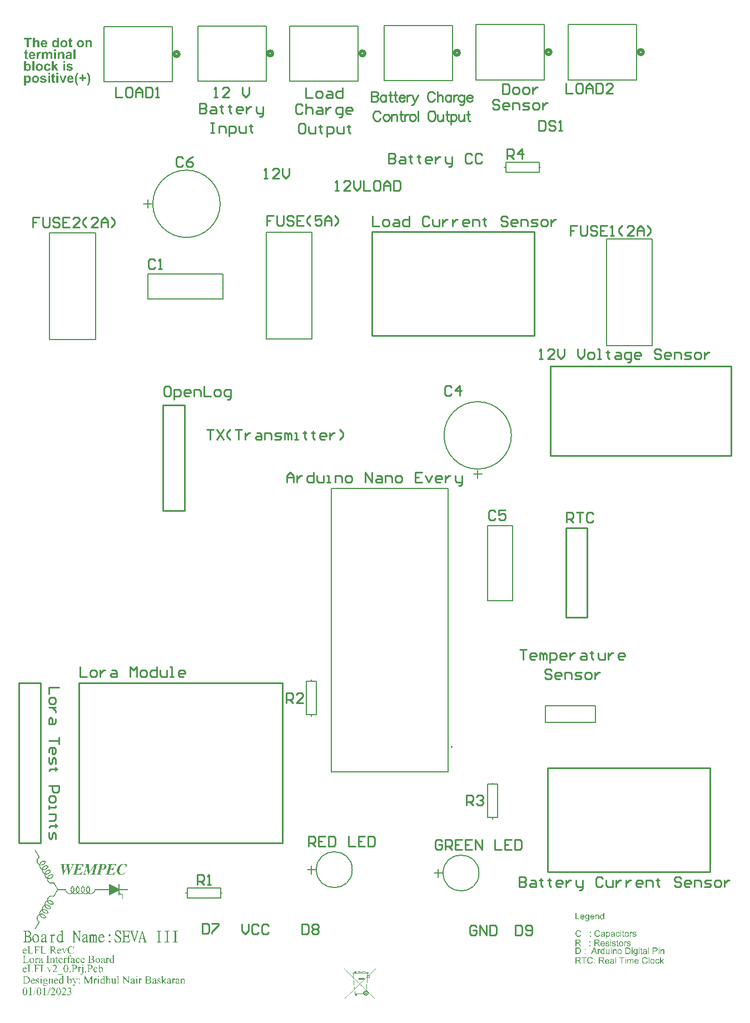
<source format=gto>
G04*
G04 #@! TF.GenerationSoftware,Altium Limited,Altium Designer,22.1.2 (22)*
G04*
G04 Layer_Color=65535*
%FSLAX25Y25*%
%MOIN*%
G70*
G04*
G04 #@! TF.SameCoordinates,9DFE0AF1-0A3A-4F83-9DC9-4DC15A37C804*
G04*
G04*
G04 #@! TF.FilePolarity,Positive*
G04*
G01*
G75*
%ADD10C,0.00787*%
%ADD11C,0.00600*%
%ADD12C,0.02000*%
%ADD13C,0.00500*%
%ADD14C,0.01000*%
G36*
X141705Y84841D02*
X141571D01*
Y84305D01*
X141437D01*
Y83501D01*
X141303D01*
Y82966D01*
X141169D01*
Y82832D01*
X141035D01*
Y83635D01*
X140901D01*
Y84038D01*
X140767D01*
Y84305D01*
X140633D01*
Y84439D01*
X140499D01*
Y84573D01*
X140365D01*
Y84707D01*
X139963D01*
Y84841D01*
X139561D01*
Y84707D01*
X139160D01*
Y84573D01*
X138892D01*
Y84439D01*
X138624D01*
Y84305D01*
X138490D01*
Y84171D01*
X138356D01*
Y84038D01*
X138222D01*
Y83903D01*
X138088D01*
Y83635D01*
X137954D01*
Y83501D01*
X137820D01*
Y83234D01*
X137686D01*
Y82966D01*
X137552D01*
Y82698D01*
X137418D01*
Y82296D01*
X137284D01*
Y81760D01*
X137150D01*
Y81090D01*
X137016D01*
Y80152D01*
X137150D01*
Y79750D01*
X137284D01*
Y79482D01*
X137418D01*
Y79214D01*
X137686D01*
Y79080D01*
X137954D01*
Y78946D01*
X139160D01*
Y79080D01*
X139427D01*
Y79214D01*
X139696D01*
Y79348D01*
X139963D01*
Y79482D01*
X140097D01*
Y79616D01*
X140231D01*
Y79750D01*
X140365D01*
Y80018D01*
X140633D01*
Y79616D01*
X140499D01*
Y79482D01*
X140365D01*
Y79348D01*
X140231D01*
Y79214D01*
X140097D01*
Y79080D01*
X139963D01*
Y78946D01*
X139830D01*
Y78812D01*
X139561D01*
Y78678D01*
X139160D01*
Y78544D01*
X138356D01*
Y78410D01*
X138088D01*
Y78544D01*
X137284D01*
Y78678D01*
X136882D01*
Y78812D01*
X136614D01*
Y78946D01*
X136480D01*
Y79080D01*
X136346D01*
Y79214D01*
X136212D01*
Y79348D01*
X136078D01*
Y79616D01*
X135944D01*
Y79750D01*
X135810D01*
Y80286D01*
X135676D01*
Y81626D01*
X135810D01*
Y82296D01*
X135944D01*
Y82564D01*
X136078D01*
Y82966D01*
X136212D01*
Y83100D01*
X136346D01*
Y83234D01*
X136480D01*
Y83501D01*
X136614D01*
Y83635D01*
X136748D01*
Y83903D01*
X136882D01*
Y84038D01*
X137150D01*
Y84171D01*
X137284D01*
Y84305D01*
X137418D01*
Y84439D01*
X137686D01*
Y84573D01*
X137820D01*
Y84707D01*
X138088D01*
Y84841D01*
X138624D01*
Y84975D01*
X140365D01*
Y84841D01*
X141437D01*
Y84975D01*
X141705D01*
Y84841D01*
D02*
G37*
G36*
X135274Y84439D02*
X135140D01*
Y83903D01*
X135006D01*
Y83234D01*
X134738D01*
Y83903D01*
X134604D01*
Y84171D01*
X134470D01*
Y84305D01*
X134202D01*
Y84439D01*
X134068D01*
Y84573D01*
X133264D01*
Y84707D01*
X132729D01*
Y84573D01*
X132460D01*
Y84305D01*
X132327D01*
Y83903D01*
X132193D01*
Y83368D01*
X132059D01*
Y82966D01*
X131925D01*
Y82564D01*
X131791D01*
Y82028D01*
X132595D01*
Y82162D01*
X132996D01*
Y82296D01*
X133264D01*
Y82430D01*
X133398D01*
Y82564D01*
X133532D01*
Y82832D01*
X133666D01*
Y83100D01*
X133934D01*
Y82698D01*
X133800D01*
Y82162D01*
X133666D01*
Y82028D01*
Y81894D01*
Y81760D01*
X133532D01*
Y81224D01*
X133398D01*
Y80822D01*
X133264D01*
Y80554D01*
X133130D01*
Y81224D01*
X132996D01*
Y81492D01*
X132862D01*
Y81626D01*
X132729D01*
Y81760D01*
X131657D01*
Y81492D01*
X131523D01*
Y80956D01*
X131389D01*
Y80420D01*
X131255D01*
Y80018D01*
X131121D01*
Y79482D01*
X130987D01*
Y79080D01*
X131121D01*
Y78946D01*
X131389D01*
Y78812D01*
X132059D01*
Y78946D01*
X132729D01*
Y79080D01*
X133130D01*
Y79214D01*
X133398D01*
Y79348D01*
X133666D01*
Y79482D01*
X133800D01*
Y79616D01*
X133934D01*
Y79750D01*
X134068D01*
Y79884D01*
X134202D01*
Y80018D01*
X134336D01*
Y80286D01*
X134470D01*
Y80420D01*
X134738D01*
Y80286D01*
X134604D01*
Y79884D01*
X134470D01*
Y79482D01*
X134336D01*
Y79080D01*
X134202D01*
Y78678D01*
X128977D01*
Y78812D01*
X129245D01*
Y78946D01*
X129513D01*
Y79214D01*
X129647D01*
Y79482D01*
X129781D01*
Y80018D01*
X129915D01*
Y80420D01*
X130049D01*
Y80956D01*
X130183D01*
Y81492D01*
X130317D01*
Y81894D01*
X130451D01*
Y82430D01*
X130585D01*
Y82966D01*
X130719D01*
Y83368D01*
X130853D01*
Y83903D01*
X130987D01*
Y84573D01*
X130719D01*
Y84707D01*
X130317D01*
Y84841D01*
X135274D01*
Y84439D01*
D02*
G37*
G36*
X115579D02*
X115445D01*
Y83770D01*
X115311D01*
Y83234D01*
X115043D01*
Y83770D01*
X114909D01*
Y84171D01*
X114775D01*
Y84305D01*
X114507D01*
Y84439D01*
X114373D01*
Y84573D01*
X113703D01*
Y84707D01*
X113033D01*
Y84573D01*
X112765D01*
Y84439D01*
X112631D01*
Y84038D01*
X112497D01*
Y83501D01*
X112363D01*
Y82966D01*
X112229D01*
Y82430D01*
X112095D01*
Y82028D01*
X112899D01*
Y82162D01*
X113301D01*
Y82296D01*
X113569D01*
Y82430D01*
X113703D01*
Y82564D01*
X113837D01*
Y82832D01*
X113971D01*
Y83100D01*
X114239D01*
Y82698D01*
X114105D01*
Y82296D01*
X113971D01*
Y81760D01*
X113837D01*
Y81224D01*
X113703D01*
Y80688D01*
X113569D01*
Y80554D01*
X113435D01*
Y81224D01*
X113301D01*
Y81492D01*
X113167D01*
Y81626D01*
X113033D01*
Y81760D01*
X111961D01*
Y81492D01*
X111828D01*
Y81090D01*
X111694D01*
Y80554D01*
X111559D01*
Y80018D01*
X111426D01*
Y79482D01*
X111292D01*
Y79080D01*
X111426D01*
Y78946D01*
X111694D01*
Y78812D01*
X112229D01*
Y78946D01*
X113033D01*
Y79080D01*
X113301D01*
Y79214D01*
X113703D01*
Y79348D01*
X113971D01*
Y79482D01*
X114105D01*
Y79616D01*
X114239D01*
Y79750D01*
X114373D01*
Y79884D01*
X114507D01*
Y80018D01*
X114641D01*
Y80286D01*
X114775D01*
Y80420D01*
X114909D01*
Y80018D01*
X114775D01*
Y79482D01*
X114641D01*
Y79080D01*
X114507D01*
Y78678D01*
X109282D01*
Y78812D01*
X109550D01*
Y78946D01*
X109818D01*
Y79214D01*
X109952D01*
Y79482D01*
X110086D01*
Y80018D01*
X110220D01*
Y80420D01*
X110354D01*
Y80956D01*
X110488D01*
Y81492D01*
X110622D01*
Y82028D01*
X110756D01*
Y82430D01*
X110890D01*
Y82966D01*
X111024D01*
Y83368D01*
X111158D01*
Y83903D01*
X111292D01*
Y84573D01*
X111024D01*
Y84707D01*
X110622D01*
Y84841D01*
X115579D01*
Y84439D01*
D02*
G37*
G36*
X110086Y84707D02*
X109818D01*
Y84573D01*
X109550D01*
Y84305D01*
X109416D01*
Y84171D01*
X109282D01*
Y83903D01*
X109148D01*
Y83635D01*
X109014D01*
Y83368D01*
X108880D01*
Y82966D01*
X108746D01*
Y82698D01*
X108612D01*
Y82564D01*
X108478D01*
Y82296D01*
X108344D01*
Y81894D01*
X108210D01*
Y81626D01*
X108076D01*
Y81358D01*
X107942D01*
Y81090D01*
X107808D01*
Y80822D01*
X107674D01*
Y80554D01*
X107540D01*
Y80286D01*
X107406D01*
Y80018D01*
X107272D01*
Y79750D01*
X107138D01*
Y79482D01*
X107004D01*
Y79214D01*
X106870D01*
Y78946D01*
X106736D01*
Y78678D01*
X106602D01*
Y78410D01*
X106468D01*
Y78544D01*
X106334D01*
Y79214D01*
X106200D01*
Y80286D01*
X106066D01*
Y81358D01*
X105932D01*
Y82430D01*
X105798D01*
Y82966D01*
X105664D01*
Y82832D01*
X105530D01*
Y82430D01*
X105396D01*
Y82162D01*
X105262D01*
Y81894D01*
X105129D01*
Y81626D01*
X104994D01*
Y81358D01*
X104860D01*
Y81090D01*
X104727D01*
Y80822D01*
X104593D01*
Y80554D01*
X104459D01*
Y80286D01*
X104325D01*
Y80018D01*
X104191D01*
Y79750D01*
X104057D01*
Y79348D01*
X103923D01*
Y79080D01*
X103789D01*
Y78812D01*
X103655D01*
Y78544D01*
X103521D01*
Y78410D01*
X103387D01*
Y78544D01*
X103253D01*
Y79482D01*
X103119D01*
Y80554D01*
X102985D01*
Y81492D01*
X102851D01*
Y81760D01*
Y81894D01*
Y82430D01*
X102717D01*
Y83368D01*
X102583D01*
Y84305D01*
X102449D01*
Y84573D01*
X102181D01*
Y84707D01*
X101913D01*
Y84841D01*
X104459D01*
Y84707D01*
X104057D01*
Y84573D01*
X103923D01*
Y84305D01*
X103789D01*
Y84038D01*
X103923D01*
Y82832D01*
X104057D01*
Y81358D01*
X104191D01*
Y80822D01*
X104325D01*
Y80956D01*
X104459D01*
Y81224D01*
X104593D01*
Y81492D01*
X104727D01*
Y81760D01*
X104860D01*
Y82028D01*
X104994D01*
Y82430D01*
X105129D01*
Y82698D01*
X105262D01*
Y82966D01*
X105396D01*
Y83100D01*
X105530D01*
Y83501D01*
X105664D01*
Y84439D01*
X105530D01*
Y84573D01*
X105396D01*
Y84707D01*
X104994D01*
Y84841D01*
X107540D01*
Y84707D01*
X107138D01*
Y84573D01*
X107004D01*
Y84439D01*
X106870D01*
Y83770D01*
X107004D01*
Y82564D01*
X107138D01*
Y81492D01*
X107272D01*
Y80822D01*
X107406D01*
Y80956D01*
X107540D01*
Y81358D01*
X107674D01*
Y81626D01*
X107808D01*
Y81894D01*
X107942D01*
Y82028D01*
X108076D01*
Y82430D01*
X108210D01*
Y82698D01*
X108344D01*
Y82966D01*
X108478D01*
Y83234D01*
X108612D01*
Y83501D01*
X108746D01*
Y83770D01*
X108880D01*
Y84038D01*
X109014D01*
Y84439D01*
X108880D01*
Y84573D01*
X108746D01*
Y84707D01*
X108344D01*
Y84841D01*
X110086D01*
Y84707D01*
D02*
G37*
G36*
X124154D02*
X123886D01*
Y84573D01*
X123618D01*
Y84305D01*
X123484D01*
Y83903D01*
X123350D01*
Y83368D01*
X123216D01*
Y82966D01*
X123082D01*
Y82430D01*
X122948D01*
Y82028D01*
X122814D01*
Y81626D01*
X122680D01*
Y80956D01*
X122546D01*
Y80554D01*
X122412D01*
Y80018D01*
X122278D01*
Y79616D01*
X122144D01*
Y79080D01*
X122278D01*
Y78946D01*
X122412D01*
Y78812D01*
X122814D01*
Y78544D01*
X122680D01*
Y78678D01*
X120268D01*
Y78544D01*
X120134D01*
Y78678D01*
X120000D01*
Y78812D01*
X120402D01*
Y78946D01*
X120670D01*
Y79080D01*
X120804D01*
Y79348D01*
X120938D01*
Y79750D01*
X121072D01*
Y80286D01*
X121206D01*
Y80822D01*
X121340D01*
Y81358D01*
X121474D01*
Y81894D01*
X121608D01*
Y82296D01*
X121742D01*
Y82832D01*
X121876D01*
Y83234D01*
X122010D01*
Y83770D01*
X121876D01*
Y83501D01*
X121742D01*
Y83368D01*
X121608D01*
Y83100D01*
X121474D01*
Y82966D01*
X121340D01*
Y82698D01*
X121206D01*
Y82564D01*
X121072D01*
Y82296D01*
X120938D01*
Y82162D01*
X120804D01*
Y81894D01*
X120670D01*
Y81760D01*
X120536D01*
Y81492D01*
X120402D01*
Y81358D01*
X120268D01*
Y81090D01*
X120134D01*
Y80822D01*
X120000D01*
Y80688D01*
X119866D01*
Y80554D01*
X119732D01*
Y80286D01*
X119598D01*
Y80152D01*
X119464D01*
Y79884D01*
X119330D01*
Y79616D01*
X119196D01*
Y79482D01*
X119062D01*
Y79214D01*
X118929D01*
Y79080D01*
X118795D01*
Y78812D01*
X118660D01*
Y78678D01*
X118526D01*
Y78544D01*
X118259D01*
Y79214D01*
X118125D01*
Y80420D01*
X117991D01*
Y81626D01*
X117857D01*
Y82698D01*
X117723D01*
Y83635D01*
X117589D01*
Y83501D01*
X117455D01*
Y82966D01*
X117321D01*
Y82832D01*
Y82698D01*
Y82564D01*
X117187D01*
Y82162D01*
X117053D01*
Y81492D01*
X116919D01*
Y81090D01*
X116785D01*
Y80554D01*
X116651D01*
Y80152D01*
X116517D01*
Y79482D01*
X116383D01*
Y79348D01*
X116517D01*
Y79080D01*
X116651D01*
Y78946D01*
X116785D01*
Y78812D01*
X117187D01*
Y78678D01*
X115579D01*
Y78544D01*
X115445D01*
Y78678D01*
X115311D01*
Y78812D01*
X115579D01*
Y78946D01*
X115713D01*
Y79080D01*
X115847D01*
Y79214D01*
X115981D01*
Y79482D01*
X116115D01*
Y79884D01*
X116249D01*
Y80420D01*
X116383D01*
Y80956D01*
X116517D01*
Y81358D01*
X116651D01*
Y81760D01*
X116785D01*
Y82296D01*
X116919D01*
Y82698D01*
X117053D01*
Y83234D01*
X117187D01*
Y83635D01*
X117321D01*
Y84171D01*
X117455D01*
Y84439D01*
X117321D01*
Y84573D01*
X117187D01*
Y84707D01*
X116785D01*
Y84841D01*
X118795D01*
Y83903D01*
X118929D01*
Y82698D01*
X119062D01*
Y81626D01*
X119196D01*
Y80554D01*
X119330D01*
Y80420D01*
X119464D01*
Y80688D01*
X119598D01*
Y80956D01*
X119732D01*
Y81090D01*
X119866D01*
Y81358D01*
X120000D01*
Y81492D01*
X120134D01*
Y81760D01*
X120268D01*
Y81894D01*
X120402D01*
Y82162D01*
X120536D01*
Y82430D01*
X120670D01*
Y82564D01*
X120804D01*
Y82832D01*
X120938D01*
Y82966D01*
X121072D01*
Y83234D01*
X121206D01*
Y83368D01*
X121340D01*
Y83635D01*
X121474D01*
Y83770D01*
X121608D01*
Y84038D01*
X121742D01*
Y84171D01*
X121876D01*
Y84439D01*
X122010D01*
Y84707D01*
X122144D01*
Y84841D01*
X124154D01*
Y84707D01*
D02*
G37*
G36*
X128441D02*
X128843D01*
Y84573D01*
X128977D01*
Y84439D01*
X129111D01*
Y84305D01*
X129245D01*
Y84171D01*
X129379D01*
Y83770D01*
X129513D01*
Y83234D01*
X129379D01*
Y82698D01*
X129245D01*
Y82564D01*
X129111D01*
Y82296D01*
X128977D01*
Y82162D01*
X128709D01*
Y82028D01*
X128575D01*
Y81894D01*
X128307D01*
Y81760D01*
X127637D01*
Y81626D01*
X126030D01*
Y80956D01*
X125896D01*
Y80420D01*
X125761D01*
Y80018D01*
X125628D01*
Y79482D01*
X125494D01*
Y79080D01*
X125628D01*
Y78946D01*
X125761D01*
Y78812D01*
X126163D01*
Y78678D01*
X123484D01*
Y78812D01*
X123752D01*
Y78946D01*
X124020D01*
Y79080D01*
X124154D01*
Y79348D01*
X124288D01*
Y79884D01*
X124422D01*
Y80420D01*
X124556D01*
Y80956D01*
X124690D01*
Y81358D01*
X124824D01*
Y81894D01*
X124958D01*
Y82296D01*
X125092D01*
Y82832D01*
X125226D01*
Y83368D01*
X125360D01*
Y83903D01*
X125494D01*
Y84573D01*
X125226D01*
Y84707D01*
X124824D01*
Y84841D01*
X128441D01*
Y84707D01*
D02*
G37*
G36*
X86907Y93282D02*
X87041D01*
Y93014D01*
X87175D01*
Y92746D01*
X87309D01*
Y92612D01*
X87443D01*
Y92344D01*
X87577D01*
Y92076D01*
X87711D01*
Y91942D01*
X87845D01*
Y91674D01*
X87979D01*
Y91406D01*
X88113D01*
Y91138D01*
X88247D01*
Y91005D01*
X88381D01*
Y90737D01*
X88515D01*
Y90469D01*
X88649D01*
Y90201D01*
X88783D01*
Y89933D01*
X88917D01*
Y89799D01*
X89051D01*
Y89531D01*
X89185D01*
Y89263D01*
X89319D01*
Y88727D01*
X89051D01*
Y88593D01*
X88917D01*
Y88459D01*
X88783D01*
Y88325D01*
X88649D01*
Y88191D01*
X88515D01*
Y88057D01*
X88381D01*
Y87789D01*
X88247D01*
Y87387D01*
X88113D01*
Y86315D01*
X88247D01*
Y85913D01*
X88381D01*
Y85645D01*
X88515D01*
Y85511D01*
X88649D01*
Y85243D01*
X88917D01*
Y85109D01*
X89051D01*
Y84975D01*
X89319D01*
Y85377D01*
X89453D01*
Y85645D01*
X89587D01*
Y85779D01*
X89721D01*
Y85913D01*
X89855D01*
Y86047D01*
X89989D01*
Y86181D01*
X90123D01*
Y86315D01*
X90257D01*
Y86449D01*
X90525D01*
Y86583D01*
X90793D01*
Y86717D01*
X91061D01*
Y86851D01*
X92668D01*
Y86717D01*
X92936D01*
Y86583D01*
X93070D01*
Y86181D01*
X92936D01*
Y85779D01*
X92802D01*
Y85511D01*
X92668D01*
Y85243D01*
X92534D01*
Y85109D01*
X92400D01*
Y84975D01*
X92266D01*
Y84841D01*
X92132D01*
Y84707D01*
X91998D01*
Y84573D01*
X91730D01*
Y84439D01*
X91596D01*
Y84305D01*
X91194D01*
Y84171D01*
X89721D01*
Y84038D01*
X89587D01*
Y83903D01*
X89721D01*
Y83368D01*
X89855D01*
Y83100D01*
X89989D01*
Y82832D01*
X90123D01*
Y82698D01*
X90257D01*
Y82564D01*
X90391D01*
Y82430D01*
X90525D01*
Y82296D01*
X90793D01*
Y82430D01*
X90926D01*
Y82698D01*
X91061D01*
Y82966D01*
X91194D01*
Y83234D01*
X91329D01*
Y83368D01*
X91462D01*
Y83501D01*
X91730D01*
Y83635D01*
X91864D01*
Y83770D01*
X91998D01*
Y83903D01*
X92266D01*
Y84038D01*
X92802D01*
Y84171D01*
X94008D01*
Y84038D01*
X94544D01*
Y83234D01*
X94410D01*
Y82966D01*
X94276D01*
Y82698D01*
X94142D01*
Y82564D01*
X94008D01*
Y82296D01*
X93874D01*
Y82162D01*
X93740D01*
Y82028D01*
X93606D01*
Y81894D01*
X93338D01*
Y81760D01*
X93070D01*
Y81626D01*
X92802D01*
Y81492D01*
X92266D01*
Y81358D01*
X91596D01*
Y81492D01*
X91194D01*
Y80822D01*
X91329D01*
Y80554D01*
X91462D01*
Y80286D01*
X91596D01*
Y80018D01*
X91730D01*
Y79884D01*
X91864D01*
Y79750D01*
X91998D01*
Y79616D01*
X92400D01*
Y79884D01*
X92534D01*
Y80152D01*
X92668D01*
Y80420D01*
X92802D01*
Y80554D01*
X92936D01*
Y80688D01*
X93070D01*
Y80822D01*
X93204D01*
Y80956D01*
X93472D01*
Y81090D01*
X93606D01*
Y81224D01*
X94008D01*
Y81358D01*
X94276D01*
Y81492D01*
X95482D01*
Y81358D01*
X95884D01*
Y81224D01*
X96018D01*
Y81090D01*
X96152D01*
Y80822D01*
X96018D01*
Y80420D01*
X95884D01*
Y80152D01*
X95750D01*
Y79884D01*
X95616D01*
Y79750D01*
X95482D01*
Y79616D01*
X95348D01*
Y79482D01*
X95214D01*
Y79348D01*
X95080D01*
Y79214D01*
X94946D01*
Y79080D01*
X94678D01*
Y78946D01*
X94410D01*
Y78812D01*
X94008D01*
Y78678D01*
X92668D01*
Y78410D01*
X92802D01*
Y77874D01*
X92936D01*
Y77606D01*
X93070D01*
Y77472D01*
X93204D01*
Y77338D01*
X93338D01*
Y77204D01*
X93472D01*
Y77070D01*
X93606D01*
Y76937D01*
X93740D01*
Y76802D01*
X93874D01*
Y77070D01*
X94008D01*
Y77338D01*
X94142D01*
Y77606D01*
X94276D01*
Y77740D01*
X94410D01*
Y77874D01*
X94544D01*
Y78008D01*
X94678D01*
Y78142D01*
X94812D01*
Y78276D01*
X94946D01*
Y78410D01*
X95214D01*
Y78544D01*
X95482D01*
Y78678D01*
X96152D01*
Y78812D01*
X96956D01*
Y78678D01*
X97492D01*
Y78544D01*
X97625D01*
Y77874D01*
X97492D01*
Y77472D01*
X97358D01*
Y77338D01*
X97224D01*
Y77070D01*
X97090D01*
Y76937D01*
X96956D01*
Y76802D01*
X96822D01*
Y76669D01*
X96688D01*
Y76535D01*
X96554D01*
Y76401D01*
X96286D01*
Y76267D01*
X96018D01*
Y76133D01*
X95616D01*
Y75999D01*
X94276D01*
Y75329D01*
X94410D01*
Y75061D01*
X94544D01*
Y74793D01*
X94678D01*
Y74659D01*
X94812D01*
Y74525D01*
X94946D01*
Y74391D01*
X95080D01*
Y74257D01*
X95214D01*
Y74123D01*
X95482D01*
Y73989D01*
X95750D01*
Y73855D01*
X97224D01*
Y73989D01*
X97625D01*
Y74123D01*
X98027D01*
Y73855D01*
X98162D01*
Y73587D01*
X98295D01*
Y73453D01*
X98429D01*
Y73185D01*
X98563D01*
Y72917D01*
X98697D01*
Y72649D01*
X98831D01*
Y72515D01*
X98965D01*
Y72247D01*
X99099D01*
Y71979D01*
X99233D01*
Y71711D01*
X99367D01*
Y71443D01*
X99501D01*
Y71309D01*
X99635D01*
Y71041D01*
X99769D01*
Y70773D01*
X99903D01*
Y70639D01*
X100037D01*
Y70371D01*
X100171D01*
Y70104D01*
X100305D01*
Y69969D01*
X105129D01*
Y69836D01*
X105262D01*
Y69166D01*
X105396D01*
Y68764D01*
X105530D01*
Y68496D01*
X105664D01*
Y68362D01*
X105798D01*
Y68094D01*
X105932D01*
Y67960D01*
X106200D01*
Y67826D01*
X106334D01*
Y67692D01*
X106602D01*
Y67558D01*
X107004D01*
Y67424D01*
X107942D01*
Y67558D01*
X108344D01*
Y67692D01*
X108612D01*
Y67826D01*
X108478D01*
Y67960D01*
X108344D01*
Y68228D01*
X108210D01*
Y68496D01*
X108076D01*
Y68764D01*
X107942D01*
Y69434D01*
X107808D01*
Y69969D01*
X107942D01*
Y70505D01*
X108076D01*
Y70907D01*
X108210D01*
Y71175D01*
X108344D01*
Y71309D01*
X108478D01*
Y71443D01*
X108612D01*
Y71577D01*
X108746D01*
Y71711D01*
X108880D01*
Y71845D01*
X109282D01*
Y71711D01*
X109416D01*
Y71577D01*
X109550D01*
Y71443D01*
X109684D01*
Y71175D01*
X109818D01*
Y71041D01*
X109952D01*
Y70773D01*
X110086D01*
Y70371D01*
X110220D01*
Y68898D01*
X110086D01*
Y68630D01*
X109952D01*
Y68362D01*
X109818D01*
Y68094D01*
X109684D01*
Y67960D01*
X109550D01*
Y67692D01*
X109684D01*
Y67558D01*
X110086D01*
Y67424D01*
X111158D01*
Y67558D01*
X111559D01*
Y67692D01*
X111694D01*
Y67826D01*
X111559D01*
Y67960D01*
X111426D01*
Y68228D01*
X111292D01*
Y68496D01*
X111158D01*
Y68898D01*
X111024D01*
Y70505D01*
X111158D01*
Y70773D01*
X111292D01*
Y71041D01*
X111426D01*
Y71309D01*
X111559D01*
Y71443D01*
X111694D01*
Y71577D01*
X111828D01*
Y71711D01*
X111961D01*
Y71845D01*
X112363D01*
Y71711D01*
X112497D01*
Y71577D01*
X112631D01*
Y71443D01*
X112765D01*
Y71309D01*
X112899D01*
Y71041D01*
X113033D01*
Y70773D01*
X113167D01*
Y70505D01*
X113301D01*
Y68898D01*
X113167D01*
Y68496D01*
X113033D01*
Y68228D01*
X112899D01*
Y68094D01*
X112765D01*
Y67960D01*
X112631D01*
Y67692D01*
X112765D01*
Y67558D01*
X113167D01*
Y67424D01*
X114239D01*
Y67558D01*
X114641D01*
Y67692D01*
X114775D01*
Y67960D01*
X114641D01*
Y68094D01*
X114507D01*
Y68228D01*
X114373D01*
Y68496D01*
X114239D01*
Y68898D01*
X114105D01*
Y70371D01*
X114239D01*
Y70773D01*
X114373D01*
Y71041D01*
X114507D01*
Y71175D01*
X114641D01*
Y71443D01*
X114775D01*
Y71577D01*
X114909D01*
Y71711D01*
X115043D01*
Y71845D01*
X115445D01*
Y71711D01*
X115579D01*
Y71577D01*
X115713D01*
Y71443D01*
X115847D01*
Y71309D01*
X115981D01*
Y71175D01*
X116115D01*
Y70907D01*
X116249D01*
Y70505D01*
X116383D01*
Y69836D01*
X116517D01*
Y69434D01*
X116383D01*
Y68764D01*
X116249D01*
Y68362D01*
X116115D01*
Y68228D01*
X115981D01*
Y67960D01*
X115847D01*
Y67826D01*
X115713D01*
Y67692D01*
X115981D01*
Y67558D01*
X116249D01*
Y67424D01*
X117321D01*
Y67558D01*
X117723D01*
Y67692D01*
X117857D01*
Y67960D01*
X117723D01*
Y68094D01*
X117589D01*
Y68362D01*
X117455D01*
Y68630D01*
X117321D01*
Y69032D01*
X117187D01*
Y70237D01*
X117321D01*
Y70639D01*
X117455D01*
Y70907D01*
X117589D01*
Y71175D01*
X117723D01*
Y71309D01*
X117857D01*
Y71577D01*
X117991D01*
Y71711D01*
X118125D01*
Y71845D01*
X118660D01*
Y71577D01*
X118795D01*
Y71443D01*
X118929D01*
Y71309D01*
X119062D01*
Y71175D01*
X119196D01*
Y70907D01*
X119330D01*
Y70639D01*
X119464D01*
Y70104D01*
X119598D01*
Y69300D01*
X119464D01*
Y68630D01*
X119330D01*
Y68362D01*
X119196D01*
Y68094D01*
X119062D01*
Y67960D01*
X118929D01*
Y67826D01*
X118795D01*
Y67692D01*
X119062D01*
Y67558D01*
X119464D01*
Y67424D01*
X120536D01*
Y67558D01*
X120804D01*
Y67692D01*
X121072D01*
Y67826D01*
X121340D01*
Y67960D01*
X121474D01*
Y68094D01*
X121608D01*
Y68228D01*
X121742D01*
Y68496D01*
X121876D01*
Y68630D01*
X122010D01*
Y69032D01*
X122144D01*
Y69701D01*
X122278D01*
Y69836D01*
X122412D01*
Y69969D01*
X122546D01*
Y69836D01*
X122948D01*
Y69969D01*
X123216D01*
Y69836D01*
X123350D01*
Y69969D01*
X123886D01*
Y69836D01*
X124020D01*
Y69969D01*
X124154D01*
Y69836D01*
X124288D01*
Y69969D01*
X124422D01*
Y69836D01*
X124556D01*
Y69969D01*
X124824D01*
Y69836D01*
X130853D01*
Y69969D01*
X130987D01*
Y73051D01*
X131389D01*
Y72917D01*
X131657D01*
Y72783D01*
X131791D01*
Y72649D01*
X132059D01*
Y72515D01*
X132327D01*
Y72381D01*
X132595D01*
Y72247D01*
X132862D01*
Y72113D01*
X133130D01*
Y71979D01*
X133398D01*
Y71845D01*
X133666D01*
Y71711D01*
X133934D01*
Y71577D01*
X134068D01*
Y71443D01*
X134336D01*
Y71309D01*
X134604D01*
Y71175D01*
X134872D01*
Y71041D01*
X135140D01*
Y70907D01*
X135408D01*
Y70773D01*
X135676D01*
Y70639D01*
X135810D01*
Y70505D01*
X136212D01*
Y70371D01*
X136346D01*
Y70237D01*
X136614D01*
Y72917D01*
X136748D01*
Y73051D01*
X137150D01*
Y72917D01*
X137284D01*
Y69836D01*
X142107D01*
Y69434D01*
X137284D01*
Y67558D01*
X137552D01*
Y67424D01*
X137820D01*
Y67290D01*
X138088D01*
Y67156D01*
X138356D01*
Y67022D01*
X138624D01*
Y66888D01*
X138892D01*
Y66754D01*
X139026D01*
Y66620D01*
X139294D01*
Y64208D01*
X139160D01*
Y64074D01*
X139026D01*
Y64208D01*
X138892D01*
Y66084D01*
X138758D01*
Y66352D01*
X138490D01*
Y66486D01*
X138222D01*
Y66620D01*
X137954D01*
Y66754D01*
X137686D01*
Y66888D01*
X137418D01*
Y67022D01*
X137284D01*
Y66352D01*
X137150D01*
Y66218D01*
X136748D01*
Y66352D01*
X136614D01*
Y69032D01*
X136346D01*
Y68898D01*
X136078D01*
Y68764D01*
X135810D01*
Y68630D01*
X135676D01*
Y68496D01*
X135408D01*
Y68362D01*
X135140D01*
Y68228D01*
X134872D01*
Y68094D01*
X134604D01*
Y67960D01*
X134336D01*
Y67826D01*
X134068D01*
Y67692D01*
X133934D01*
Y67558D01*
X133666D01*
Y67424D01*
X133398D01*
Y67290D01*
X133130D01*
Y67156D01*
X132862D01*
Y67022D01*
X132595D01*
Y66888D01*
X132327D01*
Y66754D01*
X132059D01*
Y66620D01*
X131791D01*
Y66486D01*
X131523D01*
Y66352D01*
X131389D01*
Y66218D01*
X130987D01*
Y69300D01*
X130853D01*
Y69434D01*
X122814D01*
Y69300D01*
X122680D01*
Y68898D01*
X122546D01*
Y68630D01*
X122412D01*
Y68362D01*
X122278D01*
Y68094D01*
X122144D01*
Y67960D01*
X122010D01*
Y67826D01*
X121876D01*
Y67692D01*
X121742D01*
Y67558D01*
X121608D01*
Y67424D01*
X121474D01*
Y67290D01*
X121206D01*
Y67156D01*
X120938D01*
Y67022D01*
X120536D01*
Y66888D01*
X119464D01*
Y67022D01*
X118929D01*
Y67156D01*
X118660D01*
Y67290D01*
X118125D01*
Y67156D01*
X117857D01*
Y67022D01*
X117321D01*
Y66888D01*
X116249D01*
Y67022D01*
X115847D01*
Y67156D01*
X115579D01*
Y67290D01*
X114909D01*
Y67156D01*
X114641D01*
Y67022D01*
X114239D01*
Y66888D01*
X113167D01*
Y67022D01*
X112765D01*
Y67156D01*
X112497D01*
Y67290D01*
X111828D01*
Y67156D01*
X111559D01*
Y67022D01*
X111024D01*
Y66888D01*
X110086D01*
Y67022D01*
X109684D01*
Y67156D01*
X109282D01*
Y67290D01*
X108746D01*
Y67156D01*
X108478D01*
Y67022D01*
X107942D01*
Y66888D01*
X107004D01*
Y67022D01*
X106468D01*
Y67156D01*
X106200D01*
Y67290D01*
X105932D01*
Y67424D01*
X105798D01*
Y67558D01*
X105664D01*
Y67692D01*
X105530D01*
Y67826D01*
X105396D01*
Y67960D01*
X105262D01*
Y68094D01*
X105129D01*
Y68362D01*
X104994D01*
Y68630D01*
X104860D01*
Y69166D01*
X104727D01*
Y69434D01*
X100305D01*
Y69300D01*
X100171D01*
Y69032D01*
X100037D01*
Y68764D01*
X99903D01*
Y68496D01*
X99769D01*
Y68228D01*
X99635D01*
Y68094D01*
X99501D01*
Y67826D01*
X99367D01*
Y67558D01*
X99233D01*
Y67290D01*
X99099D01*
Y67156D01*
X98965D01*
Y66888D01*
X98831D01*
Y66620D01*
X98697D01*
Y66486D01*
X98563D01*
Y66218D01*
X98429D01*
Y65950D01*
X98295D01*
Y65682D01*
X98162D01*
Y65548D01*
X98027D01*
Y65280D01*
X97894D01*
Y65146D01*
X97759D01*
Y65280D01*
X97492D01*
Y65414D01*
X97090D01*
Y65548D01*
X96018D01*
Y65414D01*
X95616D01*
Y65280D01*
X95348D01*
Y65146D01*
X95214D01*
Y65012D01*
X95080D01*
Y64878D01*
X94946D01*
Y64744D01*
X94812D01*
Y64610D01*
X94678D01*
Y64476D01*
X94544D01*
Y64074D01*
X94410D01*
Y63672D01*
X94276D01*
Y63270D01*
X94812D01*
Y63404D01*
X95214D01*
Y63270D01*
X96018D01*
Y63137D01*
X96286D01*
Y63003D01*
X96554D01*
Y62868D01*
X96688D01*
Y62735D01*
X96822D01*
Y62600D01*
X96956D01*
Y62467D01*
X97090D01*
Y62333D01*
X97224D01*
Y62199D01*
X97358D01*
Y61931D01*
X97492D01*
Y61663D01*
X97625D01*
Y61127D01*
X97759D01*
Y60993D01*
X97625D01*
Y60725D01*
X97224D01*
Y60591D01*
X95884D01*
Y60725D01*
X95482D01*
Y60859D01*
X95214D01*
Y60993D01*
X94946D01*
Y61127D01*
X94812D01*
Y61261D01*
X94678D01*
Y61395D01*
X94544D01*
Y61529D01*
X94410D01*
Y61663D01*
X94276D01*
Y61931D01*
X94142D01*
Y62065D01*
X94008D01*
Y62467D01*
X93606D01*
Y62333D01*
X93472D01*
Y62199D01*
X93338D01*
Y62065D01*
X93204D01*
Y61797D01*
X93070D01*
Y61663D01*
X92936D01*
Y61261D01*
X92802D01*
Y60591D01*
X93204D01*
Y60725D01*
X93740D01*
Y60591D01*
X94410D01*
Y60457D01*
X94678D01*
Y60323D01*
X94946D01*
Y60189D01*
X95080D01*
Y60055D01*
X95214D01*
Y59921D01*
X95482D01*
Y59653D01*
X95616D01*
Y59519D01*
X95750D01*
Y59385D01*
X95884D01*
Y59117D01*
X96018D01*
Y58715D01*
X96152D01*
Y58179D01*
X96018D01*
Y58045D01*
X95884D01*
Y57911D01*
X94276D01*
Y58045D01*
X93874D01*
Y58179D01*
X93606D01*
Y58313D01*
X93472D01*
Y58447D01*
X93204D01*
Y58581D01*
X93070D01*
Y58715D01*
X92936D01*
Y58849D01*
X92802D01*
Y59117D01*
X92668D01*
Y59251D01*
X92534D01*
Y59519D01*
X92400D01*
Y59787D01*
X92132D01*
Y59653D01*
X91998D01*
Y59519D01*
X91864D01*
Y59385D01*
X91730D01*
Y59251D01*
X91596D01*
Y58983D01*
X91462D01*
Y58715D01*
X91329D01*
Y58313D01*
X91194D01*
Y57911D01*
X92668D01*
Y57777D01*
X93070D01*
Y57643D01*
X93338D01*
Y57509D01*
X93472D01*
Y57375D01*
X93740D01*
Y57241D01*
X93874D01*
Y57107D01*
X94008D01*
Y56973D01*
X94142D01*
Y56705D01*
X94276D01*
Y56437D01*
X94410D01*
Y56169D01*
X94544D01*
Y55768D01*
X94678D01*
Y55500D01*
X94544D01*
Y55366D01*
X94276D01*
Y55232D01*
X92668D01*
Y55366D01*
X92266D01*
Y55500D01*
X91998D01*
Y55634D01*
X91864D01*
Y55768D01*
X91596D01*
Y55901D01*
X91462D01*
Y56169D01*
X91194D01*
Y56437D01*
X91061D01*
Y56705D01*
X90926D01*
Y56973D01*
X90793D01*
Y57107D01*
X90659D01*
Y56973D01*
X90391D01*
Y56839D01*
X90257D01*
Y56571D01*
X90123D01*
Y56437D01*
X89989D01*
Y56169D01*
X89855D01*
Y55901D01*
X89721D01*
Y55232D01*
X91194D01*
Y55098D01*
X91462D01*
Y54964D01*
X91730D01*
Y54830D01*
X91998D01*
Y54696D01*
X92132D01*
Y54562D01*
X92266D01*
Y54428D01*
X92400D01*
Y54294D01*
X92534D01*
Y54160D01*
X92668D01*
Y53892D01*
X92802D01*
Y53624D01*
X92936D01*
Y53222D01*
X93070D01*
Y52686D01*
X92802D01*
Y52552D01*
X92266D01*
Y52418D01*
X91596D01*
Y52552D01*
X91061D01*
Y52686D01*
X90659D01*
Y52820D01*
X90525D01*
Y52954D01*
X90257D01*
Y53088D01*
X90123D01*
Y53222D01*
X89989D01*
Y53356D01*
X89855D01*
Y53490D01*
X89721D01*
Y53624D01*
X89587D01*
Y53892D01*
X89453D01*
Y54160D01*
X89319D01*
Y54428D01*
X89051D01*
Y54294D01*
X88917D01*
Y54160D01*
X88783D01*
Y54026D01*
X88649D01*
Y53892D01*
X88515D01*
Y53624D01*
X88381D01*
Y53356D01*
X88247D01*
Y52954D01*
X88113D01*
Y52150D01*
X88247D01*
Y51748D01*
X88381D01*
Y51346D01*
X88515D01*
Y51212D01*
X88649D01*
Y51078D01*
X88783D01*
Y50944D01*
X88917D01*
Y50810D01*
X89051D01*
Y50676D01*
X89185D01*
Y50542D01*
X89319D01*
Y50408D01*
X89453D01*
Y50274D01*
X89319D01*
Y50006D01*
X89185D01*
Y49738D01*
X89051D01*
Y49604D01*
X88917D01*
Y49336D01*
X88783D01*
Y49068D01*
X88649D01*
Y48801D01*
X88515D01*
Y48667D01*
X88381D01*
Y48399D01*
X88247D01*
Y48131D01*
X88113D01*
Y47997D01*
X87979D01*
Y47729D01*
X87845D01*
Y47461D01*
X87711D01*
Y47193D01*
X87577D01*
Y46925D01*
X87443D01*
Y46791D01*
X87309D01*
Y46523D01*
X87175D01*
Y46255D01*
X87041D01*
Y45987D01*
X86907D01*
Y45853D01*
X86505D01*
Y45987D01*
X86371D01*
Y46255D01*
X86505D01*
Y46389D01*
X86639D01*
Y46657D01*
X86773D01*
Y46925D01*
X86907D01*
Y47059D01*
X87041D01*
Y47327D01*
X87175D01*
Y47595D01*
X87309D01*
Y47863D01*
X87443D01*
Y47997D01*
X87577D01*
Y48265D01*
X87711D01*
Y48533D01*
X87845D01*
Y48801D01*
X87979D01*
Y49068D01*
X88113D01*
Y49202D01*
X88247D01*
Y49470D01*
X88381D01*
Y49738D01*
X88515D01*
Y49872D01*
X88649D01*
Y50140D01*
X88783D01*
Y50274D01*
X88649D01*
Y50408D01*
X88515D01*
Y50542D01*
X88381D01*
Y50676D01*
X88247D01*
Y50810D01*
X88113D01*
Y51078D01*
X87979D01*
Y51212D01*
X87845D01*
Y51614D01*
X87711D01*
Y52150D01*
X87577D01*
Y52820D01*
X87711D01*
Y53356D01*
X87845D01*
Y53758D01*
X87979D01*
Y54026D01*
X88113D01*
Y54160D01*
X88247D01*
Y54294D01*
X88381D01*
Y54428D01*
X88515D01*
Y54562D01*
X88649D01*
Y54696D01*
X88783D01*
Y54830D01*
X88917D01*
Y54964D01*
X89185D01*
Y55901D01*
X89319D01*
Y56304D01*
X89453D01*
Y56571D01*
X89587D01*
Y56839D01*
X89721D01*
Y56973D01*
X89855D01*
Y57107D01*
X89989D01*
Y57241D01*
X90123D01*
Y57375D01*
X90257D01*
Y57509D01*
X90525D01*
Y57643D01*
X90659D01*
Y58313D01*
X90793D01*
Y58849D01*
X90926D01*
Y59117D01*
X91061D01*
Y59385D01*
X91194D01*
Y59519D01*
X91329D01*
Y59787D01*
X91462D01*
Y59921D01*
X91596D01*
Y60055D01*
X91864D01*
Y60189D01*
X91998D01*
Y60323D01*
X92266D01*
Y61261D01*
X92400D01*
Y61663D01*
X92534D01*
Y61931D01*
X92668D01*
Y62199D01*
X92802D01*
Y62333D01*
X92936D01*
Y62467D01*
X93070D01*
Y62600D01*
X93204D01*
Y62735D01*
X93338D01*
Y62868D01*
X93472D01*
Y63003D01*
X93740D01*
Y63672D01*
X93874D01*
Y64208D01*
X94008D01*
Y64476D01*
X94142D01*
Y64744D01*
X94276D01*
Y64878D01*
X94410D01*
Y65146D01*
X94544D01*
Y65280D01*
X94678D01*
Y65414D01*
X94812D01*
Y65548D01*
X94946D01*
Y65682D01*
X95214D01*
Y65816D01*
X95616D01*
Y65950D01*
X96018D01*
Y66084D01*
X97090D01*
Y65950D01*
X97492D01*
Y65816D01*
X97759D01*
Y66084D01*
X97894D01*
Y66352D01*
X98027D01*
Y66486D01*
X98162D01*
Y66754D01*
X98295D01*
Y67022D01*
X98429D01*
Y67290D01*
X98563D01*
Y67558D01*
X98697D01*
Y67692D01*
X98831D01*
Y67960D01*
X98965D01*
Y68228D01*
X99099D01*
Y68362D01*
X99233D01*
Y68764D01*
X99367D01*
Y68898D01*
X99501D01*
Y69166D01*
X99635D01*
Y69434D01*
X99769D01*
Y69568D01*
X99903D01*
Y69701D01*
X99769D01*
Y69969D01*
X99635D01*
Y70237D01*
X99501D01*
Y70505D01*
X99367D01*
Y70639D01*
X99233D01*
Y70907D01*
X99099D01*
Y71175D01*
X98965D01*
Y71443D01*
X98831D01*
Y71577D01*
X98697D01*
Y71845D01*
X98563D01*
Y72113D01*
X98429D01*
Y72381D01*
X98295D01*
Y72649D01*
X98162D01*
Y72783D01*
X98027D01*
Y73051D01*
X97894D01*
Y73319D01*
X97759D01*
Y73453D01*
X97358D01*
Y73319D01*
X95750D01*
Y73453D01*
X95348D01*
Y73587D01*
X95080D01*
Y73721D01*
X94812D01*
Y73855D01*
X94678D01*
Y73989D01*
X94544D01*
Y74123D01*
X94410D01*
Y74391D01*
X94276D01*
Y74525D01*
X94142D01*
Y74659D01*
X94008D01*
Y74927D01*
X93874D01*
Y75329D01*
X93740D01*
Y76267D01*
X93606D01*
Y76401D01*
X93338D01*
Y76535D01*
X93204D01*
Y76669D01*
X93070D01*
Y76802D01*
X92936D01*
Y76937D01*
X92802D01*
Y77070D01*
X92668D01*
Y77338D01*
X92534D01*
Y77606D01*
X92400D01*
Y77874D01*
X92266D01*
Y78544D01*
X92132D01*
Y78812D01*
X92266D01*
Y78946D01*
X92132D01*
Y79080D01*
X91864D01*
Y79214D01*
X91730D01*
Y79348D01*
X91596D01*
Y79482D01*
X91462D01*
Y79616D01*
X91329D01*
Y79750D01*
X91194D01*
Y79884D01*
X91061D01*
Y80152D01*
X90926D01*
Y80420D01*
X90793D01*
Y80822D01*
X90659D01*
Y81760D01*
X90391D01*
Y81894D01*
X90123D01*
Y82028D01*
X89989D01*
Y82162D01*
X89855D01*
Y82296D01*
X89721D01*
Y82430D01*
X89587D01*
Y82698D01*
X89453D01*
Y82966D01*
X89319D01*
Y83368D01*
X89185D01*
Y84305D01*
X89051D01*
Y84439D01*
X88917D01*
Y84573D01*
X88649D01*
Y84707D01*
X88515D01*
Y84841D01*
X88381D01*
Y84975D01*
X88247D01*
Y85109D01*
X88113D01*
Y85377D01*
X87979D01*
Y85511D01*
X87845D01*
Y85779D01*
X87711D01*
Y86315D01*
X87577D01*
Y87387D01*
X87711D01*
Y87923D01*
X87845D01*
Y88191D01*
X87979D01*
Y88325D01*
X88113D01*
Y88593D01*
X88247D01*
Y88727D01*
X88381D01*
Y88861D01*
X88515D01*
Y88995D01*
X88649D01*
Y89397D01*
X88515D01*
Y89665D01*
X88381D01*
Y89799D01*
X88247D01*
Y90067D01*
X88113D01*
Y90335D01*
X87979D01*
Y90469D01*
X87845D01*
Y90870D01*
X87711D01*
Y91005D01*
X87577D01*
Y91272D01*
X87443D01*
Y91540D01*
X87309D01*
Y91674D01*
X87175D01*
Y91942D01*
X87041D01*
Y92210D01*
X86907D01*
Y92478D01*
X86773D01*
Y92746D01*
X86639D01*
Y92880D01*
X86505D01*
Y93148D01*
X86371D01*
Y93416D01*
X86505D01*
Y93550D01*
X86907D01*
Y93282D01*
D02*
G37*
G36*
X272027Y22128D02*
X272102D01*
Y22052D01*
X272178D01*
Y21976D01*
X272254D01*
Y21901D01*
X272330D01*
Y21825D01*
X272406D01*
Y21749D01*
X272481D01*
Y21673D01*
X272557D01*
Y21598D01*
X272633D01*
Y21522D01*
X272709D01*
Y21446D01*
X272784D01*
Y21370D01*
X272860D01*
Y21294D01*
X272936D01*
Y21218D01*
X273012D01*
Y21143D01*
X273088D01*
Y21067D01*
X273163D01*
Y20991D01*
X273315D01*
Y20915D01*
X273391D01*
Y20840D01*
X273466D01*
Y20764D01*
X273542D01*
Y20688D01*
X273618D01*
Y20612D01*
X273694D01*
Y20536D01*
X273770D01*
Y20461D01*
X273846D01*
Y20385D01*
X273921D01*
Y20309D01*
X273997D01*
Y20233D01*
X274073D01*
Y20157D01*
X274149D01*
Y20082D01*
X274224D01*
Y20006D01*
X274300D01*
Y19930D01*
X274376D01*
Y19854D01*
X274452D01*
Y19779D01*
X274528D01*
Y19703D01*
X274603D01*
Y19627D01*
X274679D01*
Y19551D01*
X274755D01*
Y19475D01*
X274831D01*
Y19400D01*
X274906D01*
Y19324D01*
X274982D01*
Y19248D01*
X275058D01*
Y19172D01*
X275134D01*
Y19096D01*
X275210D01*
Y19021D01*
X275285D01*
Y18945D01*
X275437D01*
Y18793D01*
X275513D01*
Y18718D01*
X275589D01*
Y18642D01*
X275664D01*
Y18566D01*
X275740D01*
Y18490D01*
X275816D01*
Y18414D01*
X275968D01*
Y18339D01*
X276043D01*
Y18263D01*
X276119D01*
Y18111D01*
X276271D01*
Y18035D01*
X276346D01*
Y17960D01*
X276422D01*
Y17884D01*
X276498D01*
Y17808D01*
X276574D01*
Y17732D01*
X276650D01*
Y17657D01*
X276725D01*
Y17581D01*
X276801D01*
Y17505D01*
X276877D01*
Y17429D01*
X276953D01*
Y17353D01*
X277028D01*
Y17278D01*
X277104D01*
Y17202D01*
X277256D01*
Y17884D01*
X277180D01*
Y18642D01*
X277104D01*
Y19248D01*
X277028D01*
Y19324D01*
X276953D01*
Y19248D01*
X276877D01*
Y19324D01*
X276801D01*
Y19627D01*
X277256D01*
Y19703D01*
X277408D01*
Y19854D01*
X277483D01*
Y19930D01*
X277635D01*
Y20006D01*
X277711D01*
Y20082D01*
X277862D01*
Y20157D01*
X278165D01*
Y20233D01*
X278317D01*
Y20612D01*
X278393D01*
Y20688D01*
X278923D01*
Y20612D01*
X279075D01*
Y20385D01*
X279757D01*
Y20461D01*
X280666D01*
Y20536D01*
X280742D01*
Y20612D01*
X280818D01*
Y20688D01*
X281500D01*
Y20612D01*
X283319D01*
Y20536D01*
X283395D01*
Y20461D01*
X284077D01*
Y20385D01*
X284531D01*
Y20309D01*
X284759D01*
Y20233D01*
X284986D01*
Y20157D01*
X285214D01*
Y20082D01*
X285441D01*
Y20006D01*
X285517D01*
Y19930D01*
X285668D01*
Y19854D01*
X285820D01*
Y19930D01*
X285896D01*
Y20006D01*
X285971D01*
Y20082D01*
X286426D01*
Y20006D01*
X286502D01*
Y19930D01*
X286578D01*
Y19779D01*
X286653D01*
Y19551D01*
X286578D01*
Y19400D01*
X286502D01*
Y19324D01*
X286426D01*
Y19248D01*
X286123D01*
Y18414D01*
X286047D01*
Y18339D01*
X286123D01*
Y18263D01*
X286199D01*
Y18339D01*
X286502D01*
Y18263D01*
X286653D01*
Y18339D01*
X286805D01*
Y18414D01*
X286881D01*
Y18490D01*
X286957D01*
Y18642D01*
X287108D01*
Y18718D01*
X287184D01*
Y18793D01*
X287260D01*
Y18869D01*
X287336D01*
Y18945D01*
X287411D01*
Y19021D01*
X287487D01*
Y19096D01*
X287563D01*
Y19172D01*
X287639D01*
Y19248D01*
X287715D01*
Y19324D01*
X287790D01*
Y19400D01*
X287866D01*
Y19475D01*
X287942D01*
Y19551D01*
X288018D01*
Y19627D01*
X288093D01*
Y19703D01*
X288169D01*
Y19779D01*
X288245D01*
Y19854D01*
X288321D01*
Y19930D01*
X288397D01*
Y20006D01*
X288472D01*
Y20082D01*
X288548D01*
Y20157D01*
X288624D01*
Y20233D01*
X288700D01*
Y20309D01*
X288776D01*
Y20385D01*
X288851D01*
Y20461D01*
X288927D01*
Y20536D01*
X289003D01*
Y20612D01*
X289155D01*
Y20688D01*
X289230D01*
Y20764D01*
X289306D01*
Y20840D01*
X289382D01*
Y20991D01*
X289533D01*
Y21067D01*
X289609D01*
Y21143D01*
X289685D01*
Y21218D01*
X289761D01*
Y21294D01*
X289837D01*
Y21370D01*
X289912D01*
Y21446D01*
X289988D01*
Y21522D01*
X290064D01*
Y21598D01*
X290140D01*
Y21673D01*
X290215D01*
Y21749D01*
X290291D01*
Y21825D01*
X290367D01*
Y21901D01*
X290443D01*
Y21976D01*
X290519D01*
Y22052D01*
X290595D01*
Y22128D01*
X290746D01*
Y21901D01*
X290670D01*
Y21825D01*
X290595D01*
Y21749D01*
X290519D01*
Y21673D01*
X290443D01*
Y21598D01*
X290367D01*
Y21522D01*
X290291D01*
Y21446D01*
X290215D01*
Y21370D01*
X290064D01*
Y21218D01*
X289988D01*
Y21143D01*
X289912D01*
Y21067D01*
X289761D01*
Y20991D01*
X289685D01*
Y20915D01*
X289609D01*
Y20840D01*
X289533D01*
Y20764D01*
X289458D01*
Y20688D01*
X289382D01*
Y20536D01*
X289230D01*
Y20461D01*
X289155D01*
Y20385D01*
X289079D01*
Y20309D01*
X289003D01*
Y20233D01*
X288927D01*
Y20157D01*
X288851D01*
Y20082D01*
X288776D01*
Y20006D01*
X288700D01*
Y19930D01*
X288624D01*
Y19854D01*
X288548D01*
Y19779D01*
X288472D01*
Y19703D01*
X288397D01*
Y19627D01*
X288321D01*
Y19551D01*
X288245D01*
Y19475D01*
X288169D01*
Y19400D01*
X288018D01*
Y19248D01*
X287866D01*
Y19172D01*
X287790D01*
Y19096D01*
X287715D01*
Y19021D01*
X287639D01*
Y18945D01*
X287563D01*
Y18793D01*
X287411D01*
Y18642D01*
X287260D01*
Y18566D01*
X287184D01*
Y18490D01*
X287108D01*
Y18263D01*
X287260D01*
Y16671D01*
X287184D01*
Y16596D01*
X286047D01*
Y16671D01*
X285971D01*
Y16596D01*
X285896D01*
Y15610D01*
X285820D01*
Y14625D01*
X285744D01*
Y13715D01*
X285668D01*
Y12806D01*
X285593D01*
Y11821D01*
X285517D01*
Y10760D01*
X285441D01*
Y9926D01*
X285365D01*
Y9244D01*
X285441D01*
Y9168D01*
X285517D01*
Y9093D01*
X285593D01*
Y9017D01*
X285668D01*
Y8941D01*
X285744D01*
Y8865D01*
X285820D01*
Y8789D01*
X285896D01*
Y8714D01*
X285971D01*
Y8638D01*
X286047D01*
Y8562D01*
X286123D01*
Y8486D01*
X286199D01*
Y8410D01*
X286350D01*
Y8335D01*
X286426D01*
Y8183D01*
X286502D01*
Y8107D01*
X286653D01*
Y8032D01*
X286729D01*
Y7956D01*
X286805D01*
Y7880D01*
X286881D01*
Y7804D01*
X286957D01*
Y7728D01*
X287033D01*
Y7653D01*
X287108D01*
Y7577D01*
X287184D01*
Y7501D01*
X287260D01*
Y7425D01*
X287336D01*
Y7349D01*
X287411D01*
Y7274D01*
X287487D01*
Y7198D01*
X287563D01*
Y7122D01*
X287639D01*
Y7046D01*
X287715D01*
Y6971D01*
X287790D01*
Y6895D01*
X287866D01*
Y6819D01*
X287942D01*
Y6743D01*
X288018D01*
Y6667D01*
X288169D01*
Y6592D01*
X288245D01*
Y6516D01*
X288321D01*
Y6440D01*
X288397D01*
Y6364D01*
X288472D01*
Y6288D01*
X288548D01*
Y6213D01*
X288624D01*
Y6137D01*
X288700D01*
Y6061D01*
X288776D01*
Y5985D01*
X288851D01*
Y5909D01*
X288927D01*
Y5834D01*
X289003D01*
Y5758D01*
X289079D01*
Y5682D01*
X289155D01*
Y5606D01*
X289230D01*
Y5531D01*
X289306D01*
Y5455D01*
X289382D01*
Y5379D01*
X289458D01*
Y5303D01*
X289533D01*
Y5227D01*
X289609D01*
Y5152D01*
X289685D01*
Y5076D01*
X289761D01*
Y5000D01*
X289837D01*
Y4924D01*
X289912D01*
Y4848D01*
X289988D01*
Y4773D01*
X290064D01*
Y4697D01*
X290215D01*
Y4545D01*
X290291D01*
Y4470D01*
X290367D01*
Y4318D01*
X290291D01*
Y4242D01*
X290215D01*
Y4318D01*
X290140D01*
Y4394D01*
X290064D01*
Y4470D01*
X289988D01*
Y4545D01*
X289912D01*
Y4621D01*
X289837D01*
Y4697D01*
X289761D01*
Y4773D01*
X289685D01*
Y4848D01*
X289609D01*
Y4924D01*
X289533D01*
Y5000D01*
X289458D01*
Y5076D01*
X289382D01*
Y5152D01*
X289306D01*
Y5227D01*
X289230D01*
Y5303D01*
X289079D01*
Y5455D01*
X288927D01*
Y5606D01*
X288776D01*
Y5758D01*
X288700D01*
Y5834D01*
X288548D01*
Y5909D01*
X288472D01*
Y5985D01*
X288397D01*
Y6061D01*
X288321D01*
Y6137D01*
X288245D01*
Y6213D01*
X288169D01*
Y6288D01*
X288093D01*
Y6440D01*
X287942D01*
Y6516D01*
X287866D01*
Y6592D01*
X287790D01*
Y6667D01*
X287715D01*
Y6743D01*
X287639D01*
Y6819D01*
X287563D01*
Y6895D01*
X287487D01*
Y6971D01*
X287411D01*
Y7046D01*
X287336D01*
Y7122D01*
X287260D01*
Y7198D01*
X287184D01*
Y7274D01*
X287108D01*
Y7349D01*
X287033D01*
Y7425D01*
X286957D01*
Y7501D01*
X286881D01*
Y7577D01*
X286805D01*
Y7653D01*
X286729D01*
Y7728D01*
X286653D01*
Y7804D01*
X286426D01*
Y7728D01*
X286502D01*
Y7198D01*
X286426D01*
Y6971D01*
X286350D01*
Y6819D01*
X286275D01*
Y6743D01*
X286199D01*
Y6667D01*
X286123D01*
Y6516D01*
X286047D01*
Y6440D01*
X285971D01*
Y6364D01*
X285820D01*
Y6288D01*
X285744D01*
Y6213D01*
X285593D01*
Y6137D01*
X285441D01*
Y6061D01*
X285214D01*
Y5985D01*
X284683D01*
Y6061D01*
X284456D01*
Y6137D01*
X284304D01*
Y6213D01*
X284153D01*
Y6288D01*
X284001D01*
Y6364D01*
X283925D01*
Y6440D01*
X283849D01*
Y6516D01*
X283774D01*
Y6592D01*
X283698D01*
Y6667D01*
X283622D01*
Y6743D01*
X283546D01*
Y6819D01*
X279530D01*
Y6743D01*
X279454D01*
Y6061D01*
X278620D01*
Y6137D01*
X278544D01*
Y6895D01*
X278468D01*
Y6971D01*
X278393D01*
Y7274D01*
X278317D01*
Y7728D01*
X278241D01*
Y8335D01*
X278165D01*
Y8865D01*
X278090D01*
Y9547D01*
X277862D01*
Y9471D01*
X277786D01*
Y9396D01*
X277711D01*
Y9320D01*
X277635D01*
Y9244D01*
X277559D01*
Y9168D01*
X277483D01*
Y9093D01*
X277408D01*
Y9017D01*
X277332D01*
Y8941D01*
X277256D01*
Y8865D01*
X277180D01*
Y8789D01*
X277104D01*
Y8714D01*
X277028D01*
Y8638D01*
X276953D01*
Y8562D01*
X276877D01*
Y8486D01*
X276801D01*
Y8410D01*
X276725D01*
Y8335D01*
X276650D01*
Y8259D01*
X276498D01*
Y8183D01*
X276422D01*
Y8107D01*
X276346D01*
Y8032D01*
X276271D01*
Y7956D01*
X276195D01*
Y7880D01*
X276119D01*
Y7728D01*
X275968D01*
Y7653D01*
X275892D01*
Y7577D01*
X275816D01*
Y7501D01*
X275740D01*
Y7425D01*
X275664D01*
Y7349D01*
X275589D01*
Y7274D01*
X275513D01*
Y7198D01*
X275437D01*
Y7122D01*
X275361D01*
Y7046D01*
X275285D01*
Y6971D01*
X275210D01*
Y6895D01*
X275134D01*
Y6819D01*
X275058D01*
Y6743D01*
X274982D01*
Y6667D01*
X274906D01*
Y6592D01*
X274831D01*
Y6516D01*
X274755D01*
Y6440D01*
X274679D01*
Y6364D01*
X274603D01*
Y6288D01*
X274528D01*
Y6213D01*
X274452D01*
Y6137D01*
X274376D01*
Y6061D01*
X274300D01*
Y5985D01*
X274224D01*
Y5909D01*
X274073D01*
Y5834D01*
X273997D01*
Y5758D01*
X273921D01*
Y5682D01*
X273846D01*
Y5606D01*
X273770D01*
Y5531D01*
X273694D01*
Y5455D01*
X273618D01*
Y5303D01*
X273466D01*
Y5227D01*
X273391D01*
Y5152D01*
X273315D01*
Y5076D01*
X273239D01*
Y5000D01*
X273163D01*
Y4924D01*
X273088D01*
Y4848D01*
X273012D01*
Y4773D01*
X272936D01*
Y4697D01*
X272860D01*
Y4621D01*
X272784D01*
Y4545D01*
X272709D01*
Y4470D01*
X272633D01*
Y4394D01*
X272557D01*
Y4318D01*
X272330D01*
Y4470D01*
X272406D01*
Y4621D01*
X272557D01*
Y4697D01*
X272633D01*
Y4773D01*
X272709D01*
Y4848D01*
X272784D01*
Y4924D01*
X272860D01*
Y5000D01*
X272936D01*
Y5076D01*
X273012D01*
Y5152D01*
X273088D01*
Y5227D01*
X273163D01*
Y5303D01*
X273239D01*
Y5379D01*
X273315D01*
Y5455D01*
X273391D01*
Y5531D01*
X273466D01*
Y5606D01*
X273542D01*
Y5682D01*
X273618D01*
Y5758D01*
X273770D01*
Y5909D01*
X273846D01*
Y5985D01*
X273997D01*
Y6137D01*
X274149D01*
Y6213D01*
X274224D01*
Y6364D01*
X274376D01*
Y6440D01*
X274452D01*
Y6516D01*
X274528D01*
Y6592D01*
X274603D01*
Y6667D01*
X274679D01*
Y6743D01*
X274755D01*
Y6819D01*
X274831D01*
Y6895D01*
X274906D01*
Y6971D01*
X274982D01*
Y7046D01*
X275058D01*
Y7122D01*
X275134D01*
Y7198D01*
X275210D01*
Y7274D01*
X275285D01*
Y7349D01*
X275361D01*
Y7425D01*
X275437D01*
Y7501D01*
X275513D01*
Y7577D01*
X275589D01*
Y7653D01*
X275664D01*
Y7728D01*
X275740D01*
Y7804D01*
X275816D01*
Y7880D01*
X275892D01*
Y7956D01*
X275968D01*
Y8032D01*
X276043D01*
Y8107D01*
X276195D01*
Y8259D01*
X276271D01*
Y8335D01*
X276422D01*
Y8410D01*
X276498D01*
Y8486D01*
X276574D01*
Y8562D01*
X276650D01*
Y8714D01*
X276801D01*
Y8789D01*
X276877D01*
Y8865D01*
X276953D01*
Y8941D01*
X277028D01*
Y9017D01*
X277104D01*
Y9093D01*
X277180D01*
Y9168D01*
X277256D01*
Y9244D01*
X277332D01*
Y9320D01*
X277408D01*
Y9396D01*
X277483D01*
Y9471D01*
X277559D01*
Y9547D01*
X277635D01*
Y9623D01*
X277711D01*
Y9699D01*
X277786D01*
Y9775D01*
X277862D01*
Y9850D01*
X277938D01*
Y9926D01*
X278014D01*
Y10153D01*
X277938D01*
Y10911D01*
X277862D01*
Y11669D01*
X277786D01*
Y12351D01*
X277711D01*
Y13109D01*
X277635D01*
Y13943D01*
X277559D01*
Y14701D01*
X277483D01*
Y15459D01*
X277408D01*
Y16292D01*
X277332D01*
Y16747D01*
X277256D01*
Y16823D01*
X277180D01*
Y16974D01*
X277028D01*
Y17050D01*
X276953D01*
Y17126D01*
X276877D01*
Y17202D01*
X276801D01*
Y17278D01*
X276725D01*
Y17353D01*
X276650D01*
Y17429D01*
X276574D01*
Y17505D01*
X276498D01*
Y17581D01*
X276422D01*
Y17657D01*
X276346D01*
Y17732D01*
X276271D01*
Y17808D01*
X276195D01*
Y17884D01*
X276119D01*
Y17960D01*
X276043D01*
Y18035D01*
X275968D01*
Y18111D01*
X275892D01*
Y18187D01*
X275816D01*
Y18263D01*
X275740D01*
Y18339D01*
X275664D01*
Y18414D01*
X275589D01*
Y18490D01*
X275437D01*
Y18566D01*
X275361D01*
Y18642D01*
X275285D01*
Y18718D01*
X275210D01*
Y18793D01*
X275134D01*
Y18869D01*
X275058D01*
Y18945D01*
X274982D01*
Y19021D01*
X274906D01*
Y19096D01*
X274831D01*
Y19172D01*
X274755D01*
Y19248D01*
X274679D01*
Y19324D01*
X274603D01*
Y19400D01*
X274528D01*
Y19475D01*
X274452D01*
Y19551D01*
X274376D01*
Y19627D01*
X274300D01*
Y19703D01*
X274224D01*
Y19779D01*
X274149D01*
Y19854D01*
X274073D01*
Y19930D01*
X273997D01*
Y20006D01*
X273921D01*
Y20082D01*
X273846D01*
Y20157D01*
X273770D01*
Y20233D01*
X273694D01*
Y20309D01*
X273618D01*
Y20385D01*
X273542D01*
Y20461D01*
X273466D01*
Y20536D01*
X273315D01*
Y20612D01*
X273239D01*
Y20688D01*
X273163D01*
Y20764D01*
X273088D01*
Y20840D01*
X273012D01*
Y20915D01*
X272936D01*
Y20991D01*
X272860D01*
Y21067D01*
X272784D01*
Y21143D01*
X272709D01*
Y21294D01*
X272557D01*
Y21370D01*
X272481D01*
Y21446D01*
X272406D01*
Y21522D01*
X272330D01*
Y21598D01*
X272254D01*
Y21673D01*
X272178D01*
Y21749D01*
X272102D01*
Y21825D01*
X272027D01*
Y21901D01*
X271951D01*
Y22204D01*
X272027D01*
Y22128D01*
D02*
G37*
G36*
X427755Y51837D02*
X427315D01*
Y52192D01*
X427310Y52187D01*
X427305Y52172D01*
X427285Y52152D01*
X427265Y52127D01*
X427240Y52097D01*
X427205Y52062D01*
X427165Y52022D01*
X427120Y51987D01*
X427065Y51947D01*
X427010Y51907D01*
X426945Y51872D01*
X426875Y51842D01*
X426800Y51817D01*
X426715Y51797D01*
X426630Y51782D01*
X426535Y51777D01*
X426500D01*
X426480Y51782D01*
X426450D01*
X426415Y51787D01*
X426335Y51802D01*
X426240Y51822D01*
X426135Y51852D01*
X426025Y51897D01*
X425920Y51957D01*
X425915D01*
X425910Y51967D01*
X425895Y51977D01*
X425875Y51992D01*
X425825Y52032D01*
X425765Y52092D01*
X425695Y52162D01*
X425625Y52252D01*
X425555Y52352D01*
X425490Y52467D01*
Y52472D01*
X425485Y52482D01*
X425475Y52502D01*
X425465Y52527D01*
X425455Y52557D01*
X425445Y52592D01*
X425430Y52637D01*
X425415Y52687D01*
X425390Y52797D01*
X425365Y52927D01*
X425345Y53067D01*
X425340Y53222D01*
Y53227D01*
Y53242D01*
Y53262D01*
Y53292D01*
X425345Y53332D01*
Y53372D01*
X425350Y53422D01*
X425355Y53472D01*
X425375Y53592D01*
X425395Y53717D01*
X425430Y53847D01*
X425475Y53977D01*
Y53982D01*
X425480Y53992D01*
X425490Y54012D01*
X425500Y54032D01*
X425515Y54062D01*
X425535Y54092D01*
X425580Y54172D01*
X425640Y54252D01*
X425710Y54342D01*
X425795Y54422D01*
X425890Y54497D01*
X425895D01*
X425905Y54507D01*
X425920Y54512D01*
X425940Y54527D01*
X425965Y54542D01*
X425995Y54557D01*
X426075Y54592D01*
X426165Y54622D01*
X426270Y54652D01*
X426390Y54672D01*
X426515Y54682D01*
X426555D01*
X426605Y54677D01*
X426665Y54667D01*
X426735Y54657D01*
X426810Y54637D01*
X426885Y54607D01*
X426960Y54572D01*
X426970Y54567D01*
X426995Y54552D01*
X427030Y54532D01*
X427075Y54497D01*
X427125Y54457D01*
X427180Y54412D01*
X427235Y54357D01*
X427285Y54297D01*
Y55682D01*
X427755D01*
Y51837D01*
D02*
G37*
G36*
X423925Y54677D02*
X423990Y54672D01*
X424060Y54657D01*
X424140Y54642D01*
X424220Y54617D01*
X424300Y54587D01*
X424310Y54582D01*
X424335Y54572D01*
X424370Y54552D01*
X424420Y54522D01*
X424470Y54492D01*
X424520Y54452D01*
X424570Y54402D01*
X424615Y54352D01*
X424620Y54347D01*
X424630Y54327D01*
X424650Y54297D01*
X424675Y54252D01*
X424695Y54202D01*
X424720Y54142D01*
X424740Y54077D01*
X424760Y54002D01*
Y53997D01*
X424765Y53977D01*
X424770Y53942D01*
X424775Y53897D01*
X424780Y53832D01*
X424785Y53757D01*
X424790Y53662D01*
Y53547D01*
Y51837D01*
X424320D01*
Y53527D01*
Y53532D01*
Y53542D01*
Y53552D01*
Y53572D01*
X424315Y53627D01*
Y53687D01*
X424305Y53757D01*
X424295Y53827D01*
X424280Y53892D01*
X424260Y53952D01*
Y53957D01*
X424250Y53977D01*
X424235Y54002D01*
X424215Y54037D01*
X424190Y54072D01*
X424155Y54112D01*
X424115Y54147D01*
X424065Y54182D01*
X424060Y54187D01*
X424040Y54197D01*
X424010Y54212D01*
X423970Y54227D01*
X423925Y54242D01*
X423870Y54257D01*
X423805Y54267D01*
X423740Y54272D01*
X423710D01*
X423690Y54267D01*
X423630Y54262D01*
X423560Y54247D01*
X423480Y54227D01*
X423390Y54192D01*
X423300Y54142D01*
X423215Y54077D01*
X423205Y54067D01*
X423195Y54057D01*
X423180Y54037D01*
X423165Y54017D01*
X423145Y53987D01*
X423130Y53957D01*
X423110Y53917D01*
X423090Y53867D01*
X423070Y53817D01*
X423050Y53757D01*
X423035Y53692D01*
X423020Y53617D01*
X423010Y53537D01*
X423005Y53447D01*
X423000Y53352D01*
Y51837D01*
X422530D01*
Y54622D01*
X422955D01*
Y54222D01*
X422960Y54227D01*
X422970Y54242D01*
X422985Y54267D01*
X423010Y54292D01*
X423045Y54327D01*
X423080Y54367D01*
X423125Y54407D01*
X423180Y54452D01*
X423240Y54497D01*
X423305Y54537D01*
X423375Y54577D01*
X423455Y54612D01*
X423540Y54642D01*
X423630Y54662D01*
X423730Y54677D01*
X423835Y54682D01*
X423880D01*
X423925Y54677D01*
D02*
G37*
G36*
X411140Y52292D02*
X413030D01*
Y51837D01*
X410630D01*
Y55682D01*
X411140D01*
Y52292D01*
D02*
G37*
G36*
X420775Y54677D02*
X420820Y54672D01*
X420875Y54662D01*
X420940Y54652D01*
X421005Y54637D01*
X421075Y54617D01*
X421150Y54587D01*
X421225Y54557D01*
X421300Y54522D01*
X421380Y54477D01*
X421455Y54427D01*
X421525Y54367D01*
X421595Y54302D01*
X421600Y54297D01*
X421610Y54282D01*
X421630Y54262D01*
X421650Y54232D01*
X421675Y54192D01*
X421705Y54147D01*
X421740Y54092D01*
X421775Y54027D01*
X421805Y53952D01*
X421840Y53872D01*
X421870Y53787D01*
X421895Y53692D01*
X421915Y53587D01*
X421935Y53477D01*
X421945Y53357D01*
X421950Y53232D01*
Y53222D01*
Y53202D01*
Y53162D01*
X421945Y53107D01*
X419870D01*
Y53102D01*
Y53087D01*
X419875Y53062D01*
X419880Y53032D01*
X419885Y52992D01*
X419890Y52947D01*
X419910Y52847D01*
X419945Y52732D01*
X419990Y52617D01*
X420050Y52507D01*
X420085Y52457D01*
X420125Y52407D01*
X420130Y52402D01*
X420135Y52397D01*
X420150Y52387D01*
X420165Y52372D01*
X420220Y52332D01*
X420285Y52287D01*
X420370Y52242D01*
X420470Y52207D01*
X420585Y52177D01*
X420645Y52172D01*
X420710Y52167D01*
X420755D01*
X420800Y52172D01*
X420865Y52182D01*
X420930Y52202D01*
X421005Y52222D01*
X421080Y52257D01*
X421150Y52302D01*
X421160Y52307D01*
X421180Y52327D01*
X421215Y52362D01*
X421255Y52407D01*
X421300Y52467D01*
X421350Y52547D01*
X421400Y52637D01*
X421440Y52742D01*
X421930Y52677D01*
Y52672D01*
X421925Y52657D01*
X421920Y52637D01*
X421905Y52607D01*
X421895Y52572D01*
X421875Y52527D01*
X421835Y52432D01*
X421775Y52327D01*
X421700Y52217D01*
X421610Y52107D01*
X421505Y52012D01*
X421500D01*
X421490Y52002D01*
X421475Y51992D01*
X421450Y51977D01*
X421420Y51957D01*
X421380Y51937D01*
X421340Y51917D01*
X421290Y51897D01*
X421235Y51872D01*
X421175Y51852D01*
X421110Y51832D01*
X421040Y51812D01*
X420885Y51787D01*
X420800Y51782D01*
X420710Y51777D01*
X420685D01*
X420650Y51782D01*
X420610D01*
X420560Y51787D01*
X420500Y51797D01*
X420430Y51807D01*
X420360Y51822D01*
X420285Y51842D01*
X420205Y51867D01*
X420125Y51897D01*
X420045Y51937D01*
X419965Y51977D01*
X419885Y52027D01*
X419810Y52087D01*
X419740Y52152D01*
X419735Y52157D01*
X419725Y52172D01*
X419705Y52192D01*
X419685Y52222D01*
X419660Y52262D01*
X419630Y52307D01*
X419595Y52362D01*
X419565Y52422D01*
X419530Y52497D01*
X419495Y52572D01*
X419465Y52662D01*
X419440Y52752D01*
X419420Y52857D01*
X419400Y52962D01*
X419390Y53077D01*
X419385Y53202D01*
Y53212D01*
Y53232D01*
X419390Y53272D01*
Y53317D01*
X419395Y53377D01*
X419405Y53447D01*
X419415Y53522D01*
X419430Y53602D01*
X419450Y53687D01*
X419475Y53777D01*
X419500Y53867D01*
X419535Y53957D01*
X419580Y54047D01*
X419625Y54137D01*
X419680Y54217D01*
X419745Y54292D01*
X419750Y54297D01*
X419760Y54307D01*
X419780Y54327D01*
X419810Y54352D01*
X419845Y54382D01*
X419890Y54417D01*
X419940Y54452D01*
X419995Y54487D01*
X420060Y54522D01*
X420130Y54557D01*
X420210Y54592D01*
X420290Y54622D01*
X420380Y54647D01*
X420475Y54667D01*
X420575Y54677D01*
X420680Y54682D01*
X420735D01*
X420775Y54677D01*
D02*
G37*
G36*
X414805D02*
X414850Y54672D01*
X414905Y54662D01*
X414970Y54652D01*
X415035Y54637D01*
X415105Y54617D01*
X415180Y54587D01*
X415255Y54557D01*
X415330Y54522D01*
X415410Y54477D01*
X415485Y54427D01*
X415555Y54367D01*
X415625Y54302D01*
X415630Y54297D01*
X415640Y54282D01*
X415660Y54262D01*
X415680Y54232D01*
X415705Y54192D01*
X415735Y54147D01*
X415770Y54092D01*
X415805Y54027D01*
X415835Y53952D01*
X415870Y53872D01*
X415900Y53787D01*
X415925Y53692D01*
X415945Y53587D01*
X415965Y53477D01*
X415975Y53357D01*
X415980Y53232D01*
Y53222D01*
Y53202D01*
Y53162D01*
X415975Y53107D01*
X413900D01*
Y53102D01*
Y53087D01*
X413905Y53062D01*
X413910Y53032D01*
X413915Y52992D01*
X413920Y52947D01*
X413940Y52847D01*
X413975Y52732D01*
X414020Y52617D01*
X414080Y52507D01*
X414115Y52457D01*
X414155Y52407D01*
X414160Y52402D01*
X414165Y52397D01*
X414180Y52387D01*
X414195Y52372D01*
X414250Y52332D01*
X414315Y52287D01*
X414400Y52242D01*
X414500Y52207D01*
X414615Y52177D01*
X414675Y52172D01*
X414740Y52167D01*
X414785D01*
X414830Y52172D01*
X414895Y52182D01*
X414960Y52202D01*
X415035Y52222D01*
X415110Y52257D01*
X415180Y52302D01*
X415190Y52307D01*
X415210Y52327D01*
X415245Y52362D01*
X415285Y52407D01*
X415330Y52467D01*
X415380Y52547D01*
X415430Y52637D01*
X415470Y52742D01*
X415960Y52677D01*
Y52672D01*
X415955Y52657D01*
X415950Y52637D01*
X415935Y52607D01*
X415925Y52572D01*
X415905Y52527D01*
X415865Y52432D01*
X415805Y52327D01*
X415730Y52217D01*
X415640Y52107D01*
X415535Y52012D01*
X415530D01*
X415520Y52002D01*
X415505Y51992D01*
X415480Y51977D01*
X415450Y51957D01*
X415410Y51937D01*
X415370Y51917D01*
X415320Y51897D01*
X415265Y51872D01*
X415205Y51852D01*
X415140Y51832D01*
X415070Y51812D01*
X414915Y51787D01*
X414830Y51782D01*
X414740Y51777D01*
X414715D01*
X414680Y51782D01*
X414640D01*
X414590Y51787D01*
X414530Y51797D01*
X414460Y51807D01*
X414390Y51822D01*
X414315Y51842D01*
X414235Y51867D01*
X414155Y51897D01*
X414075Y51937D01*
X413995Y51977D01*
X413915Y52027D01*
X413840Y52087D01*
X413770Y52152D01*
X413765Y52157D01*
X413755Y52172D01*
X413735Y52192D01*
X413715Y52222D01*
X413690Y52262D01*
X413660Y52307D01*
X413625Y52362D01*
X413595Y52422D01*
X413560Y52497D01*
X413525Y52572D01*
X413495Y52662D01*
X413470Y52752D01*
X413450Y52857D01*
X413430Y52962D01*
X413420Y53077D01*
X413415Y53202D01*
Y53212D01*
Y53232D01*
X413420Y53272D01*
Y53317D01*
X413425Y53377D01*
X413435Y53447D01*
X413445Y53522D01*
X413460Y53602D01*
X413480Y53687D01*
X413505Y53777D01*
X413530Y53867D01*
X413565Y53957D01*
X413610Y54047D01*
X413655Y54137D01*
X413710Y54217D01*
X413775Y54292D01*
X413780Y54297D01*
X413790Y54307D01*
X413810Y54327D01*
X413840Y54352D01*
X413875Y54382D01*
X413920Y54417D01*
X413970Y54452D01*
X414025Y54487D01*
X414090Y54522D01*
X414160Y54557D01*
X414240Y54592D01*
X414320Y54622D01*
X414410Y54647D01*
X414505Y54667D01*
X414605Y54677D01*
X414710Y54682D01*
X414765D01*
X414805Y54677D01*
D02*
G37*
G36*
X417630D02*
X417665D01*
X417705Y54672D01*
X417755Y54662D01*
X417810Y54647D01*
X417870Y54632D01*
X417930Y54612D01*
X417995Y54582D01*
X418065Y54552D01*
X418135Y54512D01*
X418200Y54467D01*
X418270Y54412D01*
X418335Y54347D01*
X418395Y54277D01*
Y54622D01*
X418830D01*
Y52217D01*
Y52212D01*
Y52187D01*
Y52157D01*
Y52112D01*
X418825Y52057D01*
Y51997D01*
X418820Y51932D01*
X418815Y51862D01*
X418795Y51712D01*
X418775Y51557D01*
X418760Y51487D01*
X418740Y51417D01*
X418720Y51357D01*
X418695Y51302D01*
Y51297D01*
X418690Y51292D01*
X418680Y51277D01*
X418670Y51257D01*
X418640Y51207D01*
X418595Y51147D01*
X418535Y51077D01*
X418465Y51007D01*
X418375Y50937D01*
X418275Y50872D01*
X418270D01*
X418260Y50867D01*
X418245Y50857D01*
X418225Y50847D01*
X418195Y50837D01*
X418165Y50822D01*
X418125Y50807D01*
X418080Y50792D01*
X417980Y50762D01*
X417860Y50737D01*
X417720Y50717D01*
X417570Y50712D01*
X417520D01*
X417490Y50717D01*
X417445D01*
X417395Y50722D01*
X417345Y50732D01*
X417285Y50742D01*
X417155Y50767D01*
X417020Y50807D01*
X416890Y50862D01*
X416825Y50897D01*
X416765Y50937D01*
X416760Y50942D01*
X416750Y50947D01*
X416735Y50962D01*
X416720Y50977D01*
X416695Y51002D01*
X416670Y51032D01*
X416640Y51067D01*
X416615Y51107D01*
X416585Y51152D01*
X416560Y51202D01*
X416535Y51257D01*
X416510Y51317D01*
X416495Y51382D01*
X416480Y51452D01*
X416470Y51532D01*
Y51612D01*
X416930Y51547D01*
Y51537D01*
X416935Y51512D01*
X416945Y51477D01*
X416960Y51432D01*
X416980Y51377D01*
X417010Y51327D01*
X417045Y51277D01*
X417090Y51237D01*
X417100Y51232D01*
X417120Y51217D01*
X417160Y51192D01*
X417215Y51172D01*
X417285Y51147D01*
X417365Y51122D01*
X417460Y51107D01*
X417570Y51102D01*
X417625D01*
X417680Y51107D01*
X417755Y51117D01*
X417835Y51137D01*
X417920Y51157D01*
X418000Y51192D01*
X418075Y51237D01*
X418085Y51242D01*
X418105Y51262D01*
X418135Y51292D01*
X418175Y51332D01*
X418215Y51382D01*
X418250Y51447D01*
X418290Y51517D01*
X418315Y51602D01*
Y51607D01*
X418320Y51632D01*
X418330Y51672D01*
Y51697D01*
X418335Y51732D01*
X418340Y51767D01*
Y51812D01*
X418345Y51862D01*
Y51917D01*
X418350Y51977D01*
Y52047D01*
Y52122D01*
Y52202D01*
X418345Y52197D01*
X418335Y52187D01*
X418320Y52167D01*
X418295Y52147D01*
X418265Y52117D01*
X418230Y52087D01*
X418185Y52052D01*
X418140Y52022D01*
X418085Y51987D01*
X418025Y51952D01*
X417895Y51892D01*
X417820Y51872D01*
X417745Y51852D01*
X417665Y51842D01*
X417580Y51837D01*
X417555D01*
X417525Y51842D01*
X417485D01*
X417435Y51852D01*
X417380Y51857D01*
X417320Y51872D01*
X417255Y51887D01*
X417185Y51912D01*
X417110Y51937D01*
X417035Y51972D01*
X416960Y52012D01*
X416890Y52057D01*
X416820Y52112D01*
X416750Y52177D01*
X416690Y52247D01*
X416685Y52252D01*
X416675Y52267D01*
X416660Y52287D01*
X416640Y52322D01*
X416615Y52362D01*
X416590Y52407D01*
X416560Y52467D01*
X416535Y52527D01*
X416505Y52597D01*
X416475Y52672D01*
X416450Y52752D01*
X416425Y52842D01*
X416405Y52937D01*
X416390Y53032D01*
X416380Y53137D01*
X416375Y53242D01*
Y53247D01*
Y53262D01*
Y53282D01*
Y53312D01*
X416380Y53347D01*
X416385Y53387D01*
Y53432D01*
X416395Y53482D01*
X416410Y53597D01*
X416435Y53722D01*
X416470Y53847D01*
X416520Y53977D01*
Y53982D01*
X416525Y53992D01*
X416535Y54007D01*
X416545Y54032D01*
X416560Y54062D01*
X416580Y54092D01*
X416625Y54167D01*
X416685Y54252D01*
X416755Y54337D01*
X416840Y54422D01*
X416935Y54497D01*
X416940D01*
X416950Y54507D01*
X416965Y54512D01*
X416985Y54527D01*
X417010Y54542D01*
X417040Y54557D01*
X417120Y54592D01*
X417215Y54622D01*
X417325Y54652D01*
X417445Y54672D01*
X417580Y54682D01*
X417600D01*
X417630Y54677D01*
D02*
G37*
G36*
X438040Y44724D02*
X437570D01*
Y45264D01*
X438040D01*
Y44724D01*
D02*
G37*
G36*
X423870Y45324D02*
X423920Y45319D01*
X423980Y45314D01*
X424045Y45304D01*
X424115Y45294D01*
X424265Y45259D01*
X424345Y45234D01*
X424430Y45204D01*
X424510Y45169D01*
X424590Y45134D01*
X424670Y45084D01*
X424745Y45034D01*
X424750Y45029D01*
X424760Y45019D01*
X424785Y45004D01*
X424810Y44979D01*
X424840Y44949D01*
X424880Y44914D01*
X424920Y44869D01*
X424965Y44819D01*
X425010Y44764D01*
X425055Y44704D01*
X425100Y44634D01*
X425145Y44564D01*
X425190Y44484D01*
X425230Y44399D01*
X425270Y44304D01*
X425300Y44209D01*
X424800Y44089D01*
Y44094D01*
X424795Y44109D01*
X424785Y44129D01*
X424775Y44159D01*
X424760Y44194D01*
X424745Y44234D01*
X424700Y44324D01*
X424645Y44424D01*
X424580Y44524D01*
X424500Y44619D01*
X424455Y44659D01*
X424410Y44699D01*
X424405D01*
X424400Y44709D01*
X424385Y44719D01*
X424365Y44729D01*
X424340Y44744D01*
X424310Y44759D01*
X424235Y44799D01*
X424140Y44834D01*
X424030Y44864D01*
X423905Y44884D01*
X423765Y44894D01*
X423720D01*
X423690Y44889D01*
X423655D01*
X423610Y44884D01*
X423560Y44874D01*
X423505Y44869D01*
X423390Y44844D01*
X423265Y44804D01*
X423140Y44749D01*
X423080Y44719D01*
X423020Y44679D01*
X423015D01*
X423005Y44669D01*
X422990Y44659D01*
X422970Y44639D01*
X422920Y44594D01*
X422860Y44529D01*
X422790Y44449D01*
X422720Y44349D01*
X422655Y44239D01*
X422605Y44109D01*
Y44104D01*
X422600Y44094D01*
X422595Y44074D01*
X422585Y44049D01*
X422575Y44014D01*
X422565Y43974D01*
X422555Y43929D01*
X422545Y43884D01*
X422525Y43769D01*
X422505Y43644D01*
X422490Y43509D01*
X422485Y43369D01*
Y43364D01*
Y43349D01*
Y43324D01*
Y43289D01*
X422490Y43244D01*
X422495Y43194D01*
Y43139D01*
X422505Y43079D01*
X422520Y42944D01*
X422545Y42804D01*
X422580Y42654D01*
X422625Y42514D01*
Y42509D01*
X422630Y42499D01*
X422640Y42479D01*
X422655Y42454D01*
X422670Y42424D01*
X422685Y42389D01*
X422735Y42309D01*
X422800Y42219D01*
X422875Y42129D01*
X422965Y42044D01*
X423070Y41969D01*
X423075D01*
X423085Y41959D01*
X423100Y41954D01*
X423125Y41939D01*
X423150Y41929D01*
X423185Y41914D01*
X423265Y41879D01*
X423365Y41844D01*
X423475Y41819D01*
X423595Y41799D01*
X423725Y41789D01*
X423765D01*
X423795Y41794D01*
X423835Y41799D01*
X423875Y41804D01*
X423925Y41809D01*
X423975Y41819D01*
X424090Y41849D01*
X424210Y41894D01*
X424275Y41919D01*
X424335Y41954D01*
X424395Y41989D01*
X424450Y42034D01*
X424455Y42039D01*
X424465Y42044D01*
X424480Y42059D01*
X424500Y42079D01*
X424520Y42104D01*
X424550Y42139D01*
X424580Y42174D01*
X424610Y42219D01*
X424645Y42264D01*
X424680Y42319D01*
X424710Y42379D01*
X424745Y42444D01*
X424775Y42519D01*
X424805Y42594D01*
X424830Y42674D01*
X424855Y42764D01*
X425365Y42634D01*
Y42629D01*
X425355Y42609D01*
X425345Y42574D01*
X425335Y42529D01*
X425315Y42479D01*
X425290Y42419D01*
X425265Y42354D01*
X425230Y42279D01*
X425195Y42204D01*
X425150Y42124D01*
X425105Y42049D01*
X425050Y41969D01*
X424995Y41889D01*
X424930Y41814D01*
X424860Y41744D01*
X424785Y41679D01*
X424780Y41674D01*
X424765Y41664D01*
X424745Y41649D01*
X424710Y41629D01*
X424670Y41604D01*
X424620Y41574D01*
X424565Y41549D01*
X424505Y41519D01*
X424430Y41484D01*
X424355Y41459D01*
X424270Y41429D01*
X424180Y41404D01*
X424085Y41384D01*
X423985Y41369D01*
X423880Y41359D01*
X423770Y41354D01*
X423710D01*
X423665Y41359D01*
X423615Y41364D01*
X423550Y41369D01*
X423485Y41374D01*
X423410Y41384D01*
X423250Y41414D01*
X423080Y41459D01*
X422995Y41489D01*
X422910Y41524D01*
X422830Y41559D01*
X422755Y41604D01*
X422750Y41609D01*
X422740Y41614D01*
X422720Y41629D01*
X422690Y41654D01*
X422660Y41679D01*
X422620Y41709D01*
X422580Y41749D01*
X422535Y41794D01*
X422485Y41839D01*
X422440Y41894D01*
X422390Y41954D01*
X422340Y42024D01*
X422290Y42094D01*
X422245Y42169D01*
X422200Y42254D01*
X422160Y42339D01*
Y42344D01*
X422150Y42359D01*
X422140Y42389D01*
X422130Y42424D01*
X422115Y42469D01*
X422095Y42519D01*
X422080Y42579D01*
X422060Y42649D01*
X422040Y42724D01*
X422025Y42804D01*
X422005Y42889D01*
X421990Y42974D01*
X421970Y43169D01*
X421960Y43369D01*
Y43374D01*
Y43394D01*
Y43429D01*
X421965Y43469D01*
Y43524D01*
X421970Y43584D01*
X421980Y43649D01*
X421990Y43724D01*
X422000Y43804D01*
X422015Y43889D01*
X422055Y44064D01*
X422110Y44239D01*
X422145Y44329D01*
X422185Y44414D01*
X422190Y44419D01*
X422195Y44434D01*
X422210Y44459D01*
X422230Y44489D01*
X422250Y44524D01*
X422280Y44569D01*
X422315Y44614D01*
X422355Y44669D01*
X422445Y44779D01*
X422560Y44889D01*
X422690Y44999D01*
X422765Y45049D01*
X422840Y45094D01*
X422845Y45099D01*
X422860Y45104D01*
X422885Y45114D01*
X422915Y45129D01*
X422955Y45149D01*
X423000Y45169D01*
X423055Y45189D01*
X423115Y45214D01*
X423185Y45234D01*
X423255Y45254D01*
X423415Y45294D01*
X423590Y45319D01*
X423680Y45329D01*
X423830D01*
X423870Y45324D01*
D02*
G37*
G36*
X412540D02*
X412590Y45319D01*
X412650Y45314D01*
X412715Y45304D01*
X412785Y45294D01*
X412935Y45259D01*
X413015Y45234D01*
X413100Y45204D01*
X413180Y45169D01*
X413260Y45134D01*
X413340Y45084D01*
X413415Y45034D01*
X413420Y45029D01*
X413430Y45019D01*
X413455Y45004D01*
X413480Y44979D01*
X413510Y44949D01*
X413550Y44914D01*
X413590Y44869D01*
X413635Y44819D01*
X413680Y44764D01*
X413725Y44704D01*
X413770Y44634D01*
X413815Y44564D01*
X413860Y44484D01*
X413900Y44399D01*
X413940Y44304D01*
X413970Y44209D01*
X413470Y44089D01*
Y44094D01*
X413465Y44109D01*
X413455Y44129D01*
X413445Y44159D01*
X413430Y44194D01*
X413415Y44234D01*
X413370Y44324D01*
X413315Y44424D01*
X413250Y44524D01*
X413170Y44619D01*
X413125Y44659D01*
X413080Y44699D01*
X413075D01*
X413070Y44709D01*
X413055Y44719D01*
X413035Y44729D01*
X413010Y44744D01*
X412980Y44759D01*
X412905Y44799D01*
X412810Y44834D01*
X412700Y44864D01*
X412575Y44884D01*
X412435Y44894D01*
X412390D01*
X412360Y44889D01*
X412325D01*
X412280Y44884D01*
X412230Y44874D01*
X412175Y44869D01*
X412060Y44844D01*
X411935Y44804D01*
X411810Y44749D01*
X411750Y44719D01*
X411690Y44679D01*
X411685D01*
X411675Y44669D01*
X411660Y44659D01*
X411640Y44639D01*
X411590Y44594D01*
X411530Y44529D01*
X411460Y44449D01*
X411390Y44349D01*
X411325Y44239D01*
X411275Y44109D01*
Y44104D01*
X411270Y44094D01*
X411265Y44074D01*
X411255Y44049D01*
X411245Y44014D01*
X411235Y43974D01*
X411225Y43929D01*
X411215Y43884D01*
X411195Y43769D01*
X411175Y43644D01*
X411160Y43509D01*
X411155Y43369D01*
Y43364D01*
Y43349D01*
Y43324D01*
Y43289D01*
X411160Y43244D01*
X411165Y43194D01*
Y43139D01*
X411175Y43079D01*
X411190Y42944D01*
X411215Y42804D01*
X411250Y42654D01*
X411295Y42514D01*
Y42509D01*
X411300Y42499D01*
X411310Y42479D01*
X411325Y42454D01*
X411340Y42424D01*
X411355Y42389D01*
X411405Y42309D01*
X411470Y42219D01*
X411545Y42129D01*
X411635Y42044D01*
X411740Y41969D01*
X411745D01*
X411755Y41959D01*
X411770Y41954D01*
X411795Y41939D01*
X411820Y41929D01*
X411855Y41914D01*
X411935Y41879D01*
X412035Y41844D01*
X412145Y41819D01*
X412265Y41799D01*
X412395Y41789D01*
X412435D01*
X412465Y41794D01*
X412505Y41799D01*
X412545Y41804D01*
X412595Y41809D01*
X412645Y41819D01*
X412760Y41849D01*
X412880Y41894D01*
X412945Y41919D01*
X413005Y41954D01*
X413065Y41989D01*
X413120Y42034D01*
X413125Y42039D01*
X413135Y42044D01*
X413150Y42059D01*
X413170Y42079D01*
X413190Y42104D01*
X413220Y42139D01*
X413250Y42174D01*
X413280Y42219D01*
X413315Y42264D01*
X413350Y42319D01*
X413380Y42379D01*
X413415Y42444D01*
X413445Y42519D01*
X413475Y42594D01*
X413500Y42674D01*
X413525Y42764D01*
X414035Y42634D01*
Y42629D01*
X414025Y42609D01*
X414015Y42574D01*
X414005Y42529D01*
X413985Y42479D01*
X413960Y42419D01*
X413935Y42354D01*
X413900Y42279D01*
X413865Y42204D01*
X413820Y42124D01*
X413775Y42049D01*
X413720Y41969D01*
X413665Y41889D01*
X413600Y41814D01*
X413530Y41744D01*
X413455Y41679D01*
X413450Y41674D01*
X413435Y41664D01*
X413415Y41649D01*
X413380Y41629D01*
X413340Y41604D01*
X413290Y41574D01*
X413235Y41549D01*
X413175Y41519D01*
X413100Y41484D01*
X413025Y41459D01*
X412940Y41429D01*
X412850Y41404D01*
X412755Y41384D01*
X412655Y41369D01*
X412550Y41359D01*
X412440Y41354D01*
X412380D01*
X412335Y41359D01*
X412285Y41364D01*
X412220Y41369D01*
X412155Y41374D01*
X412080Y41384D01*
X411920Y41414D01*
X411750Y41459D01*
X411665Y41489D01*
X411580Y41524D01*
X411500Y41559D01*
X411425Y41604D01*
X411420Y41609D01*
X411410Y41614D01*
X411390Y41629D01*
X411360Y41654D01*
X411330Y41679D01*
X411290Y41709D01*
X411250Y41749D01*
X411205Y41794D01*
X411155Y41839D01*
X411110Y41894D01*
X411060Y41954D01*
X411010Y42024D01*
X410960Y42094D01*
X410915Y42169D01*
X410870Y42254D01*
X410830Y42339D01*
Y42344D01*
X410820Y42359D01*
X410810Y42389D01*
X410800Y42424D01*
X410785Y42469D01*
X410765Y42519D01*
X410750Y42579D01*
X410730Y42649D01*
X410710Y42724D01*
X410695Y42804D01*
X410675Y42889D01*
X410660Y42974D01*
X410640Y43169D01*
X410630Y43369D01*
Y43374D01*
Y43394D01*
Y43429D01*
X410635Y43469D01*
Y43524D01*
X410640Y43584D01*
X410650Y43649D01*
X410660Y43724D01*
X410670Y43804D01*
X410685Y43889D01*
X410725Y44064D01*
X410780Y44239D01*
X410815Y44329D01*
X410855Y44414D01*
X410860Y44419D01*
X410865Y44434D01*
X410880Y44459D01*
X410900Y44489D01*
X410920Y44524D01*
X410950Y44569D01*
X410985Y44614D01*
X411025Y44669D01*
X411115Y44779D01*
X411230Y44889D01*
X411360Y44999D01*
X411435Y45049D01*
X411510Y45094D01*
X411515Y45099D01*
X411530Y45104D01*
X411555Y45114D01*
X411585Y45129D01*
X411625Y45149D01*
X411670Y45169D01*
X411725Y45189D01*
X411785Y45214D01*
X411855Y45234D01*
X411925Y45254D01*
X412085Y45294D01*
X412260Y45319D01*
X412350Y45329D01*
X412500D01*
X412540Y45324D01*
D02*
G37*
G36*
X430210Y44259D02*
X430240D01*
X430280Y44254D01*
X430365Y44239D01*
X430460Y44219D01*
X430570Y44184D01*
X430675Y44139D01*
X430780Y44079D01*
X430785D01*
X430790Y44069D01*
X430805Y44059D01*
X430825Y44044D01*
X430875Y44004D01*
X430935Y43944D01*
X431000Y43869D01*
X431070Y43784D01*
X431135Y43679D01*
X431195Y43559D01*
Y43554D01*
X431200Y43544D01*
X431210Y43524D01*
X431215Y43499D01*
X431230Y43469D01*
X431240Y43434D01*
X431250Y43389D01*
X431265Y43344D01*
X431290Y43234D01*
X431315Y43114D01*
X431330Y42974D01*
X431335Y42829D01*
Y42824D01*
Y42809D01*
Y42789D01*
Y42759D01*
X431330Y42719D01*
X431325Y42674D01*
X431320Y42629D01*
X431315Y42574D01*
X431295Y42454D01*
X431270Y42324D01*
X431230Y42189D01*
X431180Y42059D01*
Y42054D01*
X431175Y42044D01*
X431165Y42029D01*
X431150Y42004D01*
X431135Y41974D01*
X431115Y41944D01*
X431065Y41869D01*
X431000Y41784D01*
X430925Y41694D01*
X430835Y41614D01*
X430730Y41539D01*
X430725D01*
X430715Y41529D01*
X430700Y41524D01*
X430680Y41509D01*
X430655Y41499D01*
X430620Y41484D01*
X430545Y41449D01*
X430455Y41414D01*
X430350Y41389D01*
X430235Y41369D01*
X430115Y41359D01*
X430075D01*
X430030Y41364D01*
X429975Y41374D01*
X429910Y41384D01*
X429835Y41399D01*
X429765Y41424D01*
X429690Y41459D01*
X429680Y41464D01*
X429660Y41479D01*
X429625Y41499D01*
X429585Y41529D01*
X429535Y41564D01*
X429485Y41609D01*
X429435Y41654D01*
X429385Y41709D01*
Y40354D01*
X428915D01*
Y44204D01*
X429345D01*
Y43839D01*
X429350Y43849D01*
X429370Y43874D01*
X429405Y43909D01*
X429445Y43959D01*
X429495Y44009D01*
X429550Y44059D01*
X429615Y44109D01*
X429685Y44154D01*
X429695Y44159D01*
X429720Y44169D01*
X429760Y44189D01*
X429815Y44209D01*
X429885Y44229D01*
X429965Y44249D01*
X430055Y44259D01*
X430150Y44264D01*
X430185D01*
X430210Y44259D01*
D02*
G37*
G36*
X444350Y44254D02*
X444410Y44244D01*
X444485Y44224D01*
X444570Y44199D01*
X444655Y44159D01*
X444750Y44109D01*
X444585Y43674D01*
X444575Y43679D01*
X444555Y43689D01*
X444520Y43704D01*
X444475Y43724D01*
X444425Y43744D01*
X444365Y43759D01*
X444300Y43769D01*
X444235Y43774D01*
X444210D01*
X444180Y43769D01*
X444140Y43764D01*
X444100Y43749D01*
X444050Y43734D01*
X444005Y43709D01*
X443955Y43679D01*
X443950Y43674D01*
X443935Y43664D01*
X443915Y43639D01*
X443890Y43609D01*
X443860Y43574D01*
X443830Y43529D01*
X443805Y43479D01*
X443780Y43419D01*
Y43414D01*
X443775Y43409D01*
Y43394D01*
X443770Y43374D01*
X443755Y43324D01*
X443745Y43259D01*
X443730Y43174D01*
X443715Y43084D01*
X443710Y42979D01*
X443705Y42869D01*
Y41419D01*
X443235D01*
Y44204D01*
X443660D01*
Y43779D01*
X443665Y43789D01*
X443675Y43804D01*
X443685Y43824D01*
X443720Y43874D01*
X443755Y43934D01*
X443800Y44004D01*
X443850Y44069D01*
X443905Y44124D01*
X443955Y44169D01*
X443960Y44174D01*
X443980Y44184D01*
X444010Y44199D01*
X444045Y44219D01*
X444090Y44234D01*
X444145Y44249D01*
X444200Y44259D01*
X444260Y44264D01*
X444300D01*
X444350Y44254D01*
D02*
G37*
G36*
X419740Y43664D02*
X419200D01*
Y44204D01*
X419740D01*
Y43664D01*
D02*
G37*
G36*
X446030Y44259D02*
X446060D01*
X446140Y44254D01*
X446225Y44239D01*
X446325Y44224D01*
X446420Y44199D01*
X446515Y44169D01*
X446520D01*
X446525Y44164D01*
X446555Y44154D01*
X446600Y44129D01*
X446655Y44099D01*
X446715Y44064D01*
X446775Y44019D01*
X446835Y43969D01*
X446885Y43909D01*
X446890Y43904D01*
X446905Y43879D01*
X446925Y43844D01*
X446950Y43794D01*
X446980Y43734D01*
X447005Y43664D01*
X447030Y43579D01*
X447050Y43484D01*
X446590Y43419D01*
Y43429D01*
X446580Y43454D01*
X446570Y43494D01*
X446555Y43539D01*
X446530Y43594D01*
X446495Y43649D01*
X446455Y43699D01*
X446405Y43749D01*
X446400Y43754D01*
X446375Y43769D01*
X446345Y43789D01*
X446295Y43814D01*
X446235Y43834D01*
X446160Y43854D01*
X446075Y43869D01*
X445975Y43874D01*
X445920D01*
X445865Y43869D01*
X445795Y43859D01*
X445720Y43849D01*
X445640Y43829D01*
X445570Y43799D01*
X445510Y43764D01*
X445505Y43759D01*
X445490Y43744D01*
X445465Y43724D01*
X445445Y43694D01*
X445420Y43659D01*
X445395Y43614D01*
X445380Y43569D01*
X445375Y43514D01*
Y43509D01*
Y43499D01*
X445380Y43484D01*
Y43459D01*
X445400Y43409D01*
X445410Y43379D01*
X445430Y43349D01*
X445435Y43344D01*
X445440Y43339D01*
X445455Y43324D01*
X445475Y43304D01*
X445500Y43284D01*
X445530Y43264D01*
X445570Y43244D01*
X445610Y43224D01*
X445615D01*
X445625Y43219D01*
X445650Y43209D01*
X445690Y43199D01*
X445745Y43184D01*
X445780Y43174D01*
X445820Y43164D01*
X445865Y43149D01*
X445915Y43139D01*
X445970Y43119D01*
X446030Y43104D01*
X446035D01*
X446050Y43099D01*
X446080Y43094D01*
X446110Y43084D01*
X446150Y43069D01*
X446200Y43059D01*
X446305Y43029D01*
X446420Y42994D01*
X446535Y42959D01*
X446640Y42924D01*
X446685Y42904D01*
X446725Y42889D01*
X446735Y42884D01*
X446760Y42874D01*
X446795Y42854D01*
X446840Y42824D01*
X446890Y42789D01*
X446940Y42749D01*
X446995Y42699D01*
X447040Y42639D01*
X447045Y42634D01*
X447060Y42609D01*
X447075Y42574D01*
X447100Y42529D01*
X447120Y42469D01*
X447135Y42404D01*
X447150Y42324D01*
X447155Y42239D01*
Y42234D01*
Y42229D01*
Y42199D01*
X447150Y42154D01*
X447140Y42094D01*
X447120Y42024D01*
X447095Y41949D01*
X447060Y41869D01*
X447015Y41789D01*
X447010Y41779D01*
X446990Y41754D01*
X446955Y41719D01*
X446915Y41674D01*
X446855Y41619D01*
X446785Y41569D01*
X446705Y41514D01*
X446615Y41469D01*
X446610D01*
X446605Y41464D01*
X446590Y41459D01*
X446570Y41454D01*
X446515Y41434D01*
X446445Y41414D01*
X446360Y41394D01*
X446260Y41374D01*
X446150Y41364D01*
X446030Y41359D01*
X445980D01*
X445940Y41364D01*
X445895D01*
X445845Y41369D01*
X445785Y41379D01*
X445720Y41389D01*
X445590Y41414D01*
X445450Y41454D01*
X445320Y41509D01*
X445255Y41539D01*
X445200Y41579D01*
X445195Y41584D01*
X445190Y41589D01*
X445175Y41604D01*
X445155Y41619D01*
X445130Y41644D01*
X445105Y41674D01*
X445080Y41709D01*
X445050Y41749D01*
X445020Y41794D01*
X444985Y41844D01*
X444955Y41899D01*
X444930Y41959D01*
X444900Y42024D01*
X444875Y42094D01*
X444855Y42169D01*
X444840Y42249D01*
X445305Y42324D01*
Y42319D01*
Y42314D01*
X445310Y42299D01*
X445315Y42279D01*
X445325Y42229D01*
X445345Y42164D01*
X445375Y42094D01*
X445410Y42024D01*
X445460Y41954D01*
X445520Y41894D01*
X445530Y41889D01*
X445555Y41874D01*
X445595Y41849D01*
X445650Y41824D01*
X445725Y41794D01*
X445810Y41774D01*
X445910Y41754D01*
X446025Y41749D01*
X446080D01*
X446135Y41754D01*
X446210Y41764D01*
X446285Y41779D01*
X446365Y41804D01*
X446445Y41834D01*
X446510Y41879D01*
X446515Y41884D01*
X446535Y41904D01*
X446560Y41929D01*
X446590Y41969D01*
X446620Y42014D01*
X446645Y42064D01*
X446665Y42124D01*
X446670Y42189D01*
Y42194D01*
Y42214D01*
X446665Y42244D01*
X446655Y42279D01*
X446635Y42319D01*
X446610Y42359D01*
X446575Y42399D01*
X446530Y42439D01*
X446525Y42444D01*
X446510Y42449D01*
X446480Y42464D01*
X446430Y42479D01*
X446400Y42494D01*
X446370Y42504D01*
X446330Y42514D01*
X446285Y42529D01*
X446235Y42544D01*
X446175Y42559D01*
X446115Y42579D01*
X446045Y42594D01*
X446040D01*
X446020Y42599D01*
X445995Y42609D01*
X445960Y42619D01*
X445920Y42629D01*
X445870Y42644D01*
X445760Y42674D01*
X445640Y42709D01*
X445520Y42749D01*
X445465Y42769D01*
X445415Y42789D01*
X445365Y42804D01*
X445325Y42824D01*
X445315Y42829D01*
X445290Y42844D01*
X445255Y42864D01*
X445210Y42894D01*
X445165Y42929D01*
X445110Y42974D01*
X445065Y43024D01*
X445020Y43084D01*
X445015Y43094D01*
X445005Y43114D01*
X444990Y43149D01*
X444970Y43194D01*
X444950Y43249D01*
X444935Y43314D01*
X444925Y43384D01*
X444920Y43459D01*
Y43469D01*
Y43489D01*
X444925Y43524D01*
X444930Y43574D01*
X444940Y43624D01*
X444955Y43684D01*
X444975Y43744D01*
X445005Y43804D01*
X445010Y43809D01*
X445020Y43829D01*
X445040Y43859D01*
X445065Y43899D01*
X445100Y43939D01*
X445140Y43984D01*
X445185Y44029D01*
X445235Y44069D01*
X445240Y44074D01*
X445255Y44084D01*
X445280Y44099D01*
X445315Y44114D01*
X445355Y44139D01*
X445410Y44159D01*
X445470Y44184D01*
X445535Y44204D01*
X445545Y44209D01*
X445570Y44214D01*
X445605Y44224D01*
X445660Y44234D01*
X445720Y44244D01*
X445790Y44254D01*
X445865Y44264D01*
X446000D01*
X446030Y44259D01*
D02*
G37*
G36*
X436085D02*
X436125D01*
X436170Y44254D01*
X436215Y44244D01*
X436270Y44234D01*
X436385Y44209D01*
X436510Y44169D01*
X436630Y44109D01*
X436690Y44074D01*
X436745Y44034D01*
X436750Y44029D01*
X436760Y44024D01*
X436770Y44009D01*
X436790Y43994D01*
X436815Y43969D01*
X436840Y43939D01*
X436870Y43904D01*
X436900Y43869D01*
X436965Y43774D01*
X437025Y43664D01*
X437080Y43534D01*
X437120Y43384D01*
X436660Y43314D01*
Y43319D01*
X436655Y43324D01*
Y43339D01*
X436645Y43359D01*
X436630Y43409D01*
X436605Y43469D01*
X436570Y43534D01*
X436530Y43604D01*
X436485Y43669D01*
X436425Y43729D01*
X436420Y43734D01*
X436395Y43754D01*
X436360Y43774D01*
X436315Y43804D01*
X436255Y43829D01*
X436185Y43854D01*
X436110Y43869D01*
X436025Y43874D01*
X435990D01*
X435965Y43869D01*
X435935Y43864D01*
X435900Y43859D01*
X435820Y43844D01*
X435730Y43814D01*
X435635Y43769D01*
X435585Y43739D01*
X435540Y43704D01*
X435495Y43664D01*
X435450Y43619D01*
Y43614D01*
X435440Y43609D01*
X435430Y43594D01*
X435415Y43569D01*
X435400Y43544D01*
X435380Y43509D01*
X435360Y43469D01*
X435340Y43424D01*
X435320Y43369D01*
X435300Y43309D01*
X435280Y43244D01*
X435265Y43174D01*
X435250Y43094D01*
X435240Y43009D01*
X435235Y42914D01*
X435230Y42814D01*
Y42809D01*
Y42789D01*
Y42759D01*
X435235Y42724D01*
Y42674D01*
X435240Y42624D01*
X435250Y42564D01*
X435255Y42504D01*
X435280Y42369D01*
X435320Y42234D01*
X435370Y42109D01*
X435405Y42049D01*
X435440Y41999D01*
X435445Y41994D01*
X435450Y41989D01*
X435480Y41959D01*
X435525Y41919D01*
X435590Y41874D01*
X435670Y41829D01*
X435765Y41789D01*
X435875Y41759D01*
X435935Y41754D01*
X436000Y41749D01*
X436025D01*
X436045Y41754D01*
X436095Y41759D01*
X436160Y41769D01*
X436235Y41789D01*
X436310Y41819D01*
X436385Y41859D01*
X436460Y41914D01*
X436470Y41924D01*
X436490Y41944D01*
X436525Y41989D01*
X436560Y42044D01*
X436600Y42119D01*
X436640Y42209D01*
X436675Y42314D01*
X436700Y42439D01*
X437165Y42374D01*
Y42369D01*
X437160Y42354D01*
X437155Y42329D01*
X437150Y42294D01*
X437135Y42254D01*
X437125Y42209D01*
X437105Y42154D01*
X437085Y42099D01*
X437035Y41979D01*
X436965Y41854D01*
X436925Y41794D01*
X436880Y41734D01*
X436825Y41679D01*
X436770Y41624D01*
X436765Y41619D01*
X436755Y41614D01*
X436740Y41599D01*
X436715Y41584D01*
X436685Y41564D01*
X436650Y41539D01*
X436605Y41514D01*
X436560Y41494D01*
X436505Y41469D01*
X436445Y41444D01*
X436315Y41399D01*
X436170Y41369D01*
X436090Y41364D01*
X436005Y41359D01*
X435980D01*
X435950Y41364D01*
X435910D01*
X435860Y41369D01*
X435805Y41379D01*
X435745Y41389D01*
X435675Y41404D01*
X435605Y41424D01*
X435530Y41449D01*
X435455Y41479D01*
X435380Y41514D01*
X435305Y41559D01*
X435230Y41609D01*
X435155Y41664D01*
X435090Y41729D01*
X435085Y41734D01*
X435075Y41749D01*
X435060Y41769D01*
X435035Y41799D01*
X435010Y41839D01*
X434980Y41884D01*
X434950Y41939D01*
X434920Y42004D01*
X434885Y42074D01*
X434855Y42154D01*
X434825Y42244D01*
X434800Y42339D01*
X434775Y42444D01*
X434760Y42554D01*
X434750Y42674D01*
X434745Y42799D01*
Y42804D01*
Y42819D01*
Y42844D01*
Y42874D01*
X434750Y42914D01*
X434755Y42959D01*
Y43009D01*
X434765Y43064D01*
X434780Y43189D01*
X434805Y43319D01*
X434840Y43454D01*
X434890Y43584D01*
Y43589D01*
X434895Y43599D01*
X434905Y43619D01*
X434920Y43639D01*
X434955Y43699D01*
X435005Y43774D01*
X435065Y43859D01*
X435145Y43944D01*
X435240Y44024D01*
X435345Y44094D01*
X435350D01*
X435360Y44099D01*
X435375Y44109D01*
X435400Y44119D01*
X435425Y44134D01*
X435460Y44149D01*
X435545Y44179D01*
X435640Y44209D01*
X435755Y44239D01*
X435880Y44259D01*
X436010Y44264D01*
X436055D01*
X436085Y44259D01*
D02*
G37*
G36*
X438040Y41419D02*
X437570D01*
Y44204D01*
X438040D01*
Y41419D01*
D02*
G37*
G36*
X433200Y44259D02*
X433280Y44254D01*
X433370Y44244D01*
X433470Y44229D01*
X433560Y44209D01*
X433650Y44179D01*
X433655D01*
X433660Y44174D01*
X433685Y44164D01*
X433725Y44144D01*
X433775Y44119D01*
X433830Y44089D01*
X433885Y44054D01*
X433935Y44009D01*
X433980Y43964D01*
X433985Y43959D01*
X433995Y43944D01*
X434015Y43914D01*
X434040Y43879D01*
X434065Y43834D01*
X434090Y43779D01*
X434110Y43719D01*
X434130Y43649D01*
Y43644D01*
X434135Y43624D01*
X434140Y43594D01*
X434145Y43549D01*
Y43489D01*
X434150Y43414D01*
X434155Y43324D01*
Y43214D01*
Y42584D01*
Y42579D01*
Y42554D01*
Y42524D01*
Y42479D01*
Y42429D01*
Y42369D01*
Y42304D01*
X434160Y42234D01*
Y42094D01*
X434165Y41959D01*
X434170Y41894D01*
Y41839D01*
X434175Y41794D01*
X434180Y41754D01*
Y41744D01*
X434185Y41724D01*
X434195Y41689D01*
X434205Y41649D01*
X434225Y41594D01*
X434245Y41539D01*
X434270Y41479D01*
X434300Y41419D01*
X433805D01*
X433800Y41424D01*
X433795Y41444D01*
X433780Y41474D01*
X433770Y41519D01*
X433750Y41569D01*
X433740Y41629D01*
X433725Y41694D01*
X433715Y41769D01*
X433710D01*
X433705Y41759D01*
X433690Y41749D01*
X433670Y41734D01*
X433620Y41694D01*
X433550Y41644D01*
X433475Y41594D01*
X433390Y41539D01*
X433295Y41489D01*
X433205Y41449D01*
X433200D01*
X433195Y41444D01*
X433180Y41439D01*
X433165Y41434D01*
X433115Y41419D01*
X433050Y41404D01*
X432975Y41389D01*
X432885Y41374D01*
X432790Y41364D01*
X432690Y41359D01*
X432645D01*
X432615Y41364D01*
X432575D01*
X432530Y41369D01*
X432430Y41389D01*
X432315Y41414D01*
X432200Y41454D01*
X432085Y41509D01*
X432035Y41539D01*
X431985Y41579D01*
X431980Y41584D01*
X431975Y41589D01*
X431945Y41619D01*
X431910Y41669D01*
X431865Y41734D01*
X431820Y41819D01*
X431780Y41914D01*
X431750Y42024D01*
X431745Y42084D01*
X431740Y42149D01*
Y42159D01*
Y42184D01*
X431745Y42224D01*
X431750Y42274D01*
X431760Y42329D01*
X431780Y42394D01*
X431800Y42459D01*
X431830Y42524D01*
X431835Y42534D01*
X431845Y42554D01*
X431870Y42584D01*
X431895Y42624D01*
X431930Y42664D01*
X431975Y42709D01*
X432020Y42754D01*
X432075Y42794D01*
X432080Y42799D01*
X432100Y42809D01*
X432135Y42829D01*
X432175Y42854D01*
X432225Y42879D01*
X432280Y42904D01*
X432345Y42929D01*
X432415Y42949D01*
X432420D01*
X432440Y42954D01*
X432475Y42964D01*
X432520Y42969D01*
X432580Y42984D01*
X432650Y42994D01*
X432735Y43004D01*
X432835Y43019D01*
X432840D01*
X432860Y43024D01*
X432890D01*
X432930Y43034D01*
X432975Y43039D01*
X433030Y43044D01*
X433090Y43054D01*
X433155Y43064D01*
X433290Y43089D01*
X433430Y43119D01*
X433560Y43149D01*
X433620Y43169D01*
X433675Y43184D01*
Y43189D01*
Y43199D01*
Y43214D01*
X433680Y43234D01*
Y43274D01*
Y43294D01*
Y43304D01*
Y43309D01*
Y43319D01*
Y43334D01*
Y43349D01*
X433675Y43404D01*
X433665Y43464D01*
X433645Y43534D01*
X433625Y43599D01*
X433590Y43664D01*
X433545Y43714D01*
X433535Y43719D01*
X433510Y43739D01*
X433470Y43764D01*
X433410Y43794D01*
X433330Y43824D01*
X433240Y43849D01*
X433130Y43869D01*
X433005Y43874D01*
X432950D01*
X432890Y43869D01*
X432820Y43859D01*
X432735Y43844D01*
X432655Y43824D01*
X432575Y43794D01*
X432510Y43754D01*
X432505Y43749D01*
X432485Y43734D01*
X432455Y43704D01*
X432425Y43659D01*
X432385Y43604D01*
X432350Y43534D01*
X432310Y43444D01*
X432280Y43344D01*
X431820Y43409D01*
Y43414D01*
X431825Y43424D01*
Y43439D01*
X431830Y43459D01*
X431845Y43514D01*
X431870Y43579D01*
X431895Y43654D01*
X431930Y43734D01*
X431975Y43814D01*
X432025Y43884D01*
X432030Y43894D01*
X432050Y43914D01*
X432085Y43944D01*
X432130Y43989D01*
X432190Y44034D01*
X432260Y44079D01*
X432345Y44124D01*
X432440Y44164D01*
X432445D01*
X432455Y44169D01*
X432470Y44174D01*
X432490Y44179D01*
X432515Y44189D01*
X432545Y44194D01*
X432625Y44214D01*
X432715Y44234D01*
X432825Y44249D01*
X432945Y44259D01*
X433075Y44264D01*
X433165D01*
X433200Y44259D01*
D02*
G37*
G36*
X427230D02*
X427310Y44254D01*
X427400Y44244D01*
X427500Y44229D01*
X427590Y44209D01*
X427680Y44179D01*
X427685D01*
X427690Y44174D01*
X427715Y44164D01*
X427755Y44144D01*
X427805Y44119D01*
X427860Y44089D01*
X427915Y44054D01*
X427965Y44009D01*
X428010Y43964D01*
X428015Y43959D01*
X428025Y43944D01*
X428045Y43914D01*
X428070Y43879D01*
X428095Y43834D01*
X428120Y43779D01*
X428140Y43719D01*
X428160Y43649D01*
Y43644D01*
X428165Y43624D01*
X428170Y43594D01*
X428175Y43549D01*
Y43489D01*
X428180Y43414D01*
X428185Y43324D01*
Y43214D01*
Y42584D01*
Y42579D01*
Y42554D01*
Y42524D01*
Y42479D01*
Y42429D01*
Y42369D01*
Y42304D01*
X428190Y42234D01*
Y42094D01*
X428195Y41959D01*
X428200Y41894D01*
Y41839D01*
X428205Y41794D01*
X428210Y41754D01*
Y41744D01*
X428215Y41724D01*
X428225Y41689D01*
X428235Y41649D01*
X428255Y41594D01*
X428275Y41539D01*
X428300Y41479D01*
X428330Y41419D01*
X427835D01*
X427830Y41424D01*
X427825Y41444D01*
X427810Y41474D01*
X427800Y41519D01*
X427780Y41569D01*
X427770Y41629D01*
X427755Y41694D01*
X427745Y41769D01*
X427740D01*
X427735Y41759D01*
X427720Y41749D01*
X427700Y41734D01*
X427650Y41694D01*
X427580Y41644D01*
X427505Y41594D01*
X427420Y41539D01*
X427325Y41489D01*
X427235Y41449D01*
X427230D01*
X427225Y41444D01*
X427210Y41439D01*
X427195Y41434D01*
X427145Y41419D01*
X427080Y41404D01*
X427005Y41389D01*
X426915Y41374D01*
X426820Y41364D01*
X426720Y41359D01*
X426675D01*
X426645Y41364D01*
X426605D01*
X426560Y41369D01*
X426460Y41389D01*
X426345Y41414D01*
X426230Y41454D01*
X426115Y41509D01*
X426065Y41539D01*
X426015Y41579D01*
X426010Y41584D01*
X426005Y41589D01*
X425975Y41619D01*
X425940Y41669D01*
X425895Y41734D01*
X425850Y41819D01*
X425810Y41914D01*
X425780Y42024D01*
X425775Y42084D01*
X425770Y42149D01*
Y42159D01*
Y42184D01*
X425775Y42224D01*
X425780Y42274D01*
X425790Y42329D01*
X425810Y42394D01*
X425830Y42459D01*
X425860Y42524D01*
X425865Y42534D01*
X425875Y42554D01*
X425900Y42584D01*
X425925Y42624D01*
X425960Y42664D01*
X426005Y42709D01*
X426050Y42754D01*
X426105Y42794D01*
X426110Y42799D01*
X426130Y42809D01*
X426165Y42829D01*
X426205Y42854D01*
X426255Y42879D01*
X426310Y42904D01*
X426375Y42929D01*
X426445Y42949D01*
X426450D01*
X426470Y42954D01*
X426505Y42964D01*
X426550Y42969D01*
X426610Y42984D01*
X426680Y42994D01*
X426765Y43004D01*
X426865Y43019D01*
X426870D01*
X426890Y43024D01*
X426920D01*
X426960Y43034D01*
X427005Y43039D01*
X427060Y43044D01*
X427120Y43054D01*
X427185Y43064D01*
X427320Y43089D01*
X427460Y43119D01*
X427590Y43149D01*
X427650Y43169D01*
X427705Y43184D01*
Y43189D01*
Y43199D01*
Y43214D01*
X427710Y43234D01*
Y43274D01*
Y43294D01*
Y43304D01*
Y43309D01*
Y43319D01*
Y43334D01*
Y43349D01*
X427705Y43404D01*
X427695Y43464D01*
X427675Y43534D01*
X427655Y43599D01*
X427620Y43664D01*
X427575Y43714D01*
X427565Y43719D01*
X427540Y43739D01*
X427500Y43764D01*
X427440Y43794D01*
X427360Y43824D01*
X427270Y43849D01*
X427160Y43869D01*
X427035Y43874D01*
X426980D01*
X426920Y43869D01*
X426850Y43859D01*
X426765Y43844D01*
X426685Y43824D01*
X426605Y43794D01*
X426540Y43754D01*
X426535Y43749D01*
X426515Y43734D01*
X426485Y43704D01*
X426455Y43659D01*
X426415Y43604D01*
X426380Y43534D01*
X426340Y43444D01*
X426310Y43344D01*
X425850Y43409D01*
Y43414D01*
X425855Y43424D01*
Y43439D01*
X425860Y43459D01*
X425875Y43514D01*
X425900Y43579D01*
X425925Y43654D01*
X425960Y43734D01*
X426005Y43814D01*
X426055Y43884D01*
X426060Y43894D01*
X426080Y43914D01*
X426115Y43944D01*
X426160Y43989D01*
X426220Y44034D01*
X426290Y44079D01*
X426375Y44124D01*
X426470Y44164D01*
X426475D01*
X426485Y44169D01*
X426500Y44174D01*
X426520Y44179D01*
X426545Y44189D01*
X426575Y44194D01*
X426655Y44214D01*
X426745Y44234D01*
X426855Y44249D01*
X426975Y44259D01*
X427105Y44264D01*
X427195D01*
X427230Y44259D01*
D02*
G37*
G36*
X419740Y41419D02*
X419200D01*
Y41959D01*
X419740D01*
Y41419D01*
D02*
G37*
G36*
X439315Y44204D02*
X439790D01*
Y43839D01*
X439315D01*
Y42209D01*
Y42199D01*
Y42174D01*
Y42139D01*
X439320Y42099D01*
Y42054D01*
X439325Y42009D01*
X439330Y41974D01*
X439335Y41944D01*
X439340Y41934D01*
X439355Y41914D01*
X439380Y41884D01*
X439415Y41854D01*
X439420D01*
X439425Y41849D01*
X439440Y41844D01*
X439460Y41839D01*
X439510Y41829D01*
X439580Y41824D01*
X439635D01*
X439665Y41829D01*
X439705D01*
X439745Y41834D01*
X439790Y41839D01*
X439855Y41424D01*
X439845D01*
X439820Y41419D01*
X439785Y41414D01*
X439735Y41404D01*
X439680Y41399D01*
X439620Y41389D01*
X439495Y41384D01*
X439455D01*
X439405Y41389D01*
X439350Y41394D01*
X439285Y41404D01*
X439220Y41419D01*
X439155Y41439D01*
X439100Y41464D01*
X439095Y41469D01*
X439075Y41479D01*
X439055Y41494D01*
X439025Y41519D01*
X438990Y41549D01*
X438955Y41589D01*
X438925Y41629D01*
X438900Y41674D01*
Y41679D01*
X438890Y41704D01*
X438885Y41739D01*
X438875Y41794D01*
X438870Y41829D01*
X438865Y41869D01*
X438860Y41914D01*
X438855Y41969D01*
X438850Y42024D01*
Y42089D01*
X438845Y42159D01*
Y42234D01*
Y43839D01*
X438495D01*
Y44204D01*
X438845D01*
Y44889D01*
X439315Y45174D01*
Y44204D01*
D02*
G37*
G36*
X441475Y44259D02*
X441525Y44254D01*
X441580Y44244D01*
X441645Y44234D01*
X441715Y44219D01*
X441785Y44199D01*
X441860Y44169D01*
X441940Y44139D01*
X442020Y44104D01*
X442100Y44059D01*
X442175Y44009D01*
X442250Y43949D01*
X442320Y43884D01*
X442325Y43879D01*
X442335Y43869D01*
X442355Y43844D01*
X442375Y43814D01*
X442405Y43779D01*
X442435Y43729D01*
X442470Y43674D01*
X442505Y43614D01*
X442535Y43544D01*
X442570Y43469D01*
X442600Y43384D01*
X442630Y43289D01*
X442650Y43189D01*
X442670Y43084D01*
X442680Y42969D01*
X442685Y42849D01*
Y42844D01*
Y42824D01*
Y42799D01*
Y42759D01*
X442680Y42714D01*
X442675Y42664D01*
X442670Y42604D01*
X442665Y42544D01*
X442645Y42409D01*
X442615Y42269D01*
X442575Y42129D01*
X442550Y42064D01*
X442520Y42004D01*
Y41999D01*
X442515Y41989D01*
X442505Y41974D01*
X442490Y41954D01*
X442455Y41899D01*
X442400Y41829D01*
X442335Y41754D01*
X442255Y41674D01*
X442160Y41599D01*
X442050Y41529D01*
X442045D01*
X442035Y41524D01*
X442020Y41514D01*
X441995Y41504D01*
X441970Y41489D01*
X441935Y41474D01*
X441850Y41444D01*
X441755Y41414D01*
X441640Y41384D01*
X441515Y41364D01*
X441380Y41359D01*
X441355D01*
X441325Y41364D01*
X441285D01*
X441235Y41369D01*
X441180Y41379D01*
X441115Y41389D01*
X441045Y41404D01*
X440970Y41424D01*
X440895Y41449D01*
X440820Y41479D01*
X440740Y41514D01*
X440660Y41559D01*
X440585Y41609D01*
X440510Y41664D01*
X440440Y41729D01*
X440435Y41734D01*
X440425Y41749D01*
X440405Y41769D01*
X440385Y41799D01*
X440355Y41839D01*
X440325Y41884D01*
X440295Y41939D01*
X440260Y42004D01*
X440225Y42079D01*
X440195Y42159D01*
X440165Y42244D01*
X440135Y42344D01*
X440115Y42449D01*
X440095Y42559D01*
X440085Y42679D01*
X440080Y42809D01*
Y42819D01*
Y42844D01*
X440085Y42884D01*
Y42934D01*
X440095Y42999D01*
X440105Y43074D01*
X440115Y43154D01*
X440135Y43239D01*
X440155Y43334D01*
X440185Y43429D01*
X440220Y43524D01*
X440260Y43619D01*
X440310Y43709D01*
X440365Y43799D01*
X440430Y43879D01*
X440505Y43954D01*
X440510Y43959D01*
X440520Y43969D01*
X440540Y43984D01*
X440570Y44004D01*
X440605Y44024D01*
X440645Y44054D01*
X440695Y44079D01*
X440750Y44109D01*
X440810Y44139D01*
X440875Y44164D01*
X440950Y44194D01*
X441025Y44214D01*
X441110Y44234D01*
X441195Y44249D01*
X441285Y44259D01*
X441380Y44264D01*
X441435D01*
X441475Y44259D01*
D02*
G37*
G36*
X431915Y39045D02*
X431445D01*
Y39585D01*
X431915D01*
Y39045D01*
D02*
G37*
G36*
X440910Y38575D02*
X440970Y38565D01*
X441045Y38545D01*
X441130Y38520D01*
X441215Y38480D01*
X441310Y38430D01*
X441145Y37995D01*
X441135Y38000D01*
X441115Y38010D01*
X441080Y38025D01*
X441035Y38045D01*
X440985Y38065D01*
X440925Y38080D01*
X440860Y38090D01*
X440795Y38095D01*
X440770D01*
X440740Y38090D01*
X440700Y38085D01*
X440660Y38070D01*
X440610Y38055D01*
X440565Y38030D01*
X440515Y38000D01*
X440510Y37995D01*
X440495Y37985D01*
X440475Y37960D01*
X440450Y37930D01*
X440420Y37895D01*
X440390Y37850D01*
X440365Y37800D01*
X440340Y37740D01*
Y37735D01*
X440335Y37730D01*
Y37715D01*
X440330Y37695D01*
X440315Y37645D01*
X440305Y37580D01*
X440290Y37495D01*
X440275Y37405D01*
X440270Y37300D01*
X440265Y37190D01*
Y35740D01*
X439795D01*
Y38525D01*
X440220D01*
Y38100D01*
X440225Y38110D01*
X440235Y38125D01*
X440245Y38145D01*
X440280Y38195D01*
X440315Y38255D01*
X440360Y38325D01*
X440410Y38390D01*
X440465Y38445D01*
X440515Y38490D01*
X440520Y38495D01*
X440540Y38505D01*
X440570Y38520D01*
X440605Y38540D01*
X440650Y38555D01*
X440705Y38570D01*
X440760Y38580D01*
X440820Y38585D01*
X440860D01*
X440910Y38575D01*
D02*
G37*
G36*
X419585Y37985D02*
X419045D01*
Y38525D01*
X419585D01*
Y37985D01*
D02*
G37*
G36*
X442590Y38580D02*
X442620D01*
X442700Y38575D01*
X442785Y38560D01*
X442885Y38545D01*
X442980Y38520D01*
X443075Y38490D01*
X443080D01*
X443085Y38485D01*
X443115Y38475D01*
X443160Y38450D01*
X443215Y38420D01*
X443275Y38385D01*
X443335Y38340D01*
X443395Y38290D01*
X443445Y38230D01*
X443450Y38225D01*
X443465Y38200D01*
X443485Y38165D01*
X443510Y38115D01*
X443540Y38055D01*
X443565Y37985D01*
X443590Y37900D01*
X443610Y37805D01*
X443150Y37740D01*
Y37750D01*
X443140Y37775D01*
X443130Y37815D01*
X443115Y37860D01*
X443090Y37915D01*
X443055Y37970D01*
X443015Y38020D01*
X442965Y38070D01*
X442960Y38075D01*
X442935Y38090D01*
X442905Y38110D01*
X442855Y38135D01*
X442795Y38155D01*
X442720Y38175D01*
X442635Y38190D01*
X442535Y38195D01*
X442480D01*
X442425Y38190D01*
X442355Y38180D01*
X442280Y38170D01*
X442200Y38150D01*
X442130Y38120D01*
X442070Y38085D01*
X442065Y38080D01*
X442050Y38065D01*
X442025Y38045D01*
X442005Y38015D01*
X441980Y37980D01*
X441955Y37935D01*
X441940Y37890D01*
X441935Y37835D01*
Y37830D01*
Y37820D01*
X441940Y37805D01*
Y37780D01*
X441960Y37730D01*
X441970Y37700D01*
X441990Y37670D01*
X441995Y37665D01*
X442000Y37660D01*
X442015Y37645D01*
X442035Y37625D01*
X442060Y37605D01*
X442090Y37585D01*
X442130Y37565D01*
X442170Y37545D01*
X442175D01*
X442185Y37540D01*
X442210Y37530D01*
X442250Y37520D01*
X442305Y37505D01*
X442340Y37495D01*
X442380Y37485D01*
X442425Y37470D01*
X442475Y37460D01*
X442530Y37440D01*
X442590Y37425D01*
X442595D01*
X442610Y37420D01*
X442640Y37415D01*
X442670Y37405D01*
X442710Y37390D01*
X442760Y37380D01*
X442865Y37350D01*
X442980Y37315D01*
X443095Y37280D01*
X443200Y37245D01*
X443245Y37225D01*
X443285Y37210D01*
X443295Y37205D01*
X443320Y37195D01*
X443355Y37175D01*
X443400Y37145D01*
X443450Y37110D01*
X443500Y37070D01*
X443555Y37020D01*
X443600Y36960D01*
X443605Y36955D01*
X443620Y36930D01*
X443635Y36895D01*
X443660Y36850D01*
X443680Y36790D01*
X443695Y36725D01*
X443710Y36645D01*
X443715Y36560D01*
Y36555D01*
Y36550D01*
Y36520D01*
X443710Y36475D01*
X443700Y36415D01*
X443680Y36345D01*
X443655Y36270D01*
X443620Y36190D01*
X443575Y36110D01*
X443570Y36100D01*
X443550Y36075D01*
X443515Y36040D01*
X443475Y35995D01*
X443415Y35940D01*
X443345Y35890D01*
X443265Y35835D01*
X443175Y35790D01*
X443170D01*
X443165Y35785D01*
X443150Y35780D01*
X443130Y35775D01*
X443075Y35755D01*
X443005Y35735D01*
X442920Y35715D01*
X442820Y35695D01*
X442710Y35685D01*
X442590Y35680D01*
X442540D01*
X442500Y35685D01*
X442455D01*
X442405Y35690D01*
X442345Y35700D01*
X442280Y35710D01*
X442150Y35735D01*
X442010Y35775D01*
X441880Y35830D01*
X441815Y35860D01*
X441760Y35900D01*
X441755Y35905D01*
X441750Y35910D01*
X441735Y35925D01*
X441715Y35940D01*
X441690Y35965D01*
X441665Y35995D01*
X441640Y36030D01*
X441610Y36070D01*
X441580Y36115D01*
X441545Y36165D01*
X441515Y36220D01*
X441490Y36280D01*
X441460Y36345D01*
X441435Y36415D01*
X441415Y36490D01*
X441400Y36570D01*
X441865Y36645D01*
Y36640D01*
Y36635D01*
X441870Y36620D01*
X441875Y36600D01*
X441885Y36550D01*
X441905Y36485D01*
X441935Y36415D01*
X441970Y36345D01*
X442020Y36275D01*
X442080Y36215D01*
X442090Y36210D01*
X442115Y36195D01*
X442155Y36170D01*
X442210Y36145D01*
X442285Y36115D01*
X442370Y36095D01*
X442470Y36075D01*
X442585Y36070D01*
X442640D01*
X442695Y36075D01*
X442770Y36085D01*
X442845Y36100D01*
X442925Y36125D01*
X443005Y36155D01*
X443070Y36200D01*
X443075Y36205D01*
X443095Y36225D01*
X443120Y36250D01*
X443150Y36290D01*
X443180Y36335D01*
X443205Y36385D01*
X443225Y36445D01*
X443230Y36510D01*
Y36515D01*
Y36535D01*
X443225Y36565D01*
X443215Y36600D01*
X443195Y36640D01*
X443170Y36680D01*
X443135Y36720D01*
X443090Y36760D01*
X443085Y36765D01*
X443070Y36770D01*
X443040Y36785D01*
X442990Y36800D01*
X442960Y36815D01*
X442930Y36825D01*
X442890Y36835D01*
X442845Y36850D01*
X442795Y36865D01*
X442735Y36880D01*
X442675Y36900D01*
X442605Y36915D01*
X442600D01*
X442580Y36920D01*
X442555Y36930D01*
X442520Y36940D01*
X442480Y36950D01*
X442430Y36965D01*
X442320Y36995D01*
X442200Y37030D01*
X442080Y37070D01*
X442025Y37090D01*
X441975Y37110D01*
X441925Y37125D01*
X441885Y37145D01*
X441875Y37150D01*
X441850Y37165D01*
X441815Y37185D01*
X441770Y37215D01*
X441725Y37250D01*
X441670Y37295D01*
X441625Y37345D01*
X441580Y37405D01*
X441575Y37415D01*
X441565Y37435D01*
X441550Y37470D01*
X441530Y37515D01*
X441510Y37570D01*
X441495Y37635D01*
X441485Y37705D01*
X441480Y37780D01*
Y37790D01*
Y37810D01*
X441485Y37845D01*
X441490Y37895D01*
X441500Y37945D01*
X441515Y38005D01*
X441535Y38065D01*
X441565Y38125D01*
X441570Y38130D01*
X441580Y38150D01*
X441600Y38180D01*
X441625Y38220D01*
X441660Y38260D01*
X441700Y38305D01*
X441745Y38350D01*
X441795Y38390D01*
X441800Y38395D01*
X441815Y38405D01*
X441840Y38420D01*
X441875Y38435D01*
X441915Y38460D01*
X441970Y38480D01*
X442030Y38505D01*
X442095Y38525D01*
X442105Y38530D01*
X442130Y38535D01*
X442165Y38545D01*
X442220Y38555D01*
X442280Y38565D01*
X442350Y38575D01*
X442425Y38585D01*
X442560D01*
X442590Y38580D01*
D02*
G37*
G36*
X433640D02*
X433670D01*
X433750Y38575D01*
X433835Y38560D01*
X433935Y38545D01*
X434030Y38520D01*
X434125Y38490D01*
X434130D01*
X434135Y38485D01*
X434165Y38475D01*
X434210Y38450D01*
X434265Y38420D01*
X434325Y38385D01*
X434385Y38340D01*
X434445Y38290D01*
X434495Y38230D01*
X434500Y38225D01*
X434515Y38200D01*
X434535Y38165D01*
X434560Y38115D01*
X434590Y38055D01*
X434615Y37985D01*
X434640Y37900D01*
X434660Y37805D01*
X434200Y37740D01*
Y37750D01*
X434190Y37775D01*
X434180Y37815D01*
X434165Y37860D01*
X434140Y37915D01*
X434105Y37970D01*
X434065Y38020D01*
X434015Y38070D01*
X434010Y38075D01*
X433985Y38090D01*
X433955Y38110D01*
X433905Y38135D01*
X433845Y38155D01*
X433770Y38175D01*
X433685Y38190D01*
X433585Y38195D01*
X433530D01*
X433475Y38190D01*
X433405Y38180D01*
X433330Y38170D01*
X433250Y38150D01*
X433180Y38120D01*
X433120Y38085D01*
X433115Y38080D01*
X433100Y38065D01*
X433075Y38045D01*
X433055Y38015D01*
X433030Y37980D01*
X433005Y37935D01*
X432990Y37890D01*
X432985Y37835D01*
Y37830D01*
Y37820D01*
X432990Y37805D01*
Y37780D01*
X433010Y37730D01*
X433020Y37700D01*
X433040Y37670D01*
X433045Y37665D01*
X433050Y37660D01*
X433065Y37645D01*
X433085Y37625D01*
X433110Y37605D01*
X433140Y37585D01*
X433180Y37565D01*
X433220Y37545D01*
X433225D01*
X433235Y37540D01*
X433260Y37530D01*
X433300Y37520D01*
X433355Y37505D01*
X433390Y37495D01*
X433430Y37485D01*
X433475Y37470D01*
X433525Y37460D01*
X433580Y37440D01*
X433640Y37425D01*
X433645D01*
X433660Y37420D01*
X433690Y37415D01*
X433720Y37405D01*
X433760Y37390D01*
X433810Y37380D01*
X433915Y37350D01*
X434030Y37315D01*
X434145Y37280D01*
X434250Y37245D01*
X434295Y37225D01*
X434335Y37210D01*
X434345Y37205D01*
X434370Y37195D01*
X434405Y37175D01*
X434450Y37145D01*
X434500Y37110D01*
X434550Y37070D01*
X434605Y37020D01*
X434650Y36960D01*
X434655Y36955D01*
X434670Y36930D01*
X434685Y36895D01*
X434710Y36850D01*
X434730Y36790D01*
X434745Y36725D01*
X434760Y36645D01*
X434765Y36560D01*
Y36555D01*
Y36550D01*
Y36520D01*
X434760Y36475D01*
X434750Y36415D01*
X434730Y36345D01*
X434705Y36270D01*
X434670Y36190D01*
X434625Y36110D01*
X434620Y36100D01*
X434600Y36075D01*
X434565Y36040D01*
X434525Y35995D01*
X434465Y35940D01*
X434395Y35890D01*
X434315Y35835D01*
X434225Y35790D01*
X434220D01*
X434215Y35785D01*
X434200Y35780D01*
X434180Y35775D01*
X434125Y35755D01*
X434055Y35735D01*
X433970Y35715D01*
X433870Y35695D01*
X433760Y35685D01*
X433640Y35680D01*
X433590D01*
X433550Y35685D01*
X433505D01*
X433455Y35690D01*
X433395Y35700D01*
X433330Y35710D01*
X433200Y35735D01*
X433060Y35775D01*
X432930Y35830D01*
X432865Y35860D01*
X432810Y35900D01*
X432805Y35905D01*
X432800Y35910D01*
X432785Y35925D01*
X432765Y35940D01*
X432740Y35965D01*
X432715Y35995D01*
X432690Y36030D01*
X432660Y36070D01*
X432630Y36115D01*
X432595Y36165D01*
X432565Y36220D01*
X432540Y36280D01*
X432510Y36345D01*
X432485Y36415D01*
X432465Y36490D01*
X432450Y36570D01*
X432915Y36645D01*
Y36640D01*
Y36635D01*
X432920Y36620D01*
X432925Y36600D01*
X432935Y36550D01*
X432955Y36485D01*
X432985Y36415D01*
X433020Y36345D01*
X433070Y36275D01*
X433130Y36215D01*
X433140Y36210D01*
X433165Y36195D01*
X433205Y36170D01*
X433260Y36145D01*
X433335Y36115D01*
X433420Y36095D01*
X433520Y36075D01*
X433635Y36070D01*
X433690D01*
X433745Y36075D01*
X433820Y36085D01*
X433895Y36100D01*
X433975Y36125D01*
X434055Y36155D01*
X434120Y36200D01*
X434125Y36205D01*
X434145Y36225D01*
X434170Y36250D01*
X434200Y36290D01*
X434230Y36335D01*
X434255Y36385D01*
X434275Y36445D01*
X434280Y36510D01*
Y36515D01*
Y36535D01*
X434275Y36565D01*
X434265Y36600D01*
X434245Y36640D01*
X434220Y36680D01*
X434185Y36720D01*
X434140Y36760D01*
X434135Y36765D01*
X434120Y36770D01*
X434090Y36785D01*
X434040Y36800D01*
X434010Y36815D01*
X433980Y36825D01*
X433940Y36835D01*
X433895Y36850D01*
X433845Y36865D01*
X433785Y36880D01*
X433725Y36900D01*
X433655Y36915D01*
X433650D01*
X433630Y36920D01*
X433605Y36930D01*
X433570Y36940D01*
X433530Y36950D01*
X433480Y36965D01*
X433370Y36995D01*
X433250Y37030D01*
X433130Y37070D01*
X433075Y37090D01*
X433025Y37110D01*
X432975Y37125D01*
X432935Y37145D01*
X432925Y37150D01*
X432900Y37165D01*
X432865Y37185D01*
X432820Y37215D01*
X432775Y37250D01*
X432720Y37295D01*
X432675Y37345D01*
X432630Y37405D01*
X432625Y37415D01*
X432615Y37435D01*
X432600Y37470D01*
X432580Y37515D01*
X432560Y37570D01*
X432545Y37635D01*
X432535Y37705D01*
X432530Y37780D01*
Y37790D01*
Y37810D01*
X432535Y37845D01*
X432540Y37895D01*
X432550Y37945D01*
X432565Y38005D01*
X432585Y38065D01*
X432615Y38125D01*
X432620Y38130D01*
X432630Y38150D01*
X432650Y38180D01*
X432675Y38220D01*
X432710Y38260D01*
X432750Y38305D01*
X432795Y38350D01*
X432845Y38390D01*
X432850Y38395D01*
X432865Y38405D01*
X432890Y38420D01*
X432925Y38435D01*
X432965Y38460D01*
X433020Y38480D01*
X433080Y38505D01*
X433145Y38525D01*
X433155Y38530D01*
X433180Y38535D01*
X433215Y38545D01*
X433270Y38555D01*
X433330Y38565D01*
X433400Y38575D01*
X433475Y38585D01*
X433610D01*
X433640Y38580D01*
D02*
G37*
G36*
X429760D02*
X429790D01*
X429870Y38575D01*
X429955Y38560D01*
X430055Y38545D01*
X430150Y38520D01*
X430245Y38490D01*
X430250D01*
X430255Y38485D01*
X430285Y38475D01*
X430330Y38450D01*
X430385Y38420D01*
X430445Y38385D01*
X430505Y38340D01*
X430565Y38290D01*
X430615Y38230D01*
X430620Y38225D01*
X430635Y38200D01*
X430655Y38165D01*
X430680Y38115D01*
X430710Y38055D01*
X430735Y37985D01*
X430760Y37900D01*
X430780Y37805D01*
X430320Y37740D01*
Y37750D01*
X430310Y37775D01*
X430300Y37815D01*
X430285Y37860D01*
X430260Y37915D01*
X430225Y37970D01*
X430185Y38020D01*
X430135Y38070D01*
X430130Y38075D01*
X430105Y38090D01*
X430075Y38110D01*
X430025Y38135D01*
X429965Y38155D01*
X429890Y38175D01*
X429805Y38190D01*
X429705Y38195D01*
X429650D01*
X429595Y38190D01*
X429525Y38180D01*
X429450Y38170D01*
X429370Y38150D01*
X429300Y38120D01*
X429240Y38085D01*
X429235Y38080D01*
X429220Y38065D01*
X429195Y38045D01*
X429175Y38015D01*
X429150Y37980D01*
X429125Y37935D01*
X429110Y37890D01*
X429105Y37835D01*
Y37830D01*
Y37820D01*
X429110Y37805D01*
Y37780D01*
X429130Y37730D01*
X429140Y37700D01*
X429160Y37670D01*
X429165Y37665D01*
X429170Y37660D01*
X429185Y37645D01*
X429205Y37625D01*
X429230Y37605D01*
X429260Y37585D01*
X429300Y37565D01*
X429340Y37545D01*
X429345D01*
X429355Y37540D01*
X429380Y37530D01*
X429420Y37520D01*
X429475Y37505D01*
X429510Y37495D01*
X429550Y37485D01*
X429595Y37470D01*
X429645Y37460D01*
X429700Y37440D01*
X429760Y37425D01*
X429765D01*
X429780Y37420D01*
X429810Y37415D01*
X429840Y37405D01*
X429880Y37390D01*
X429930Y37380D01*
X430035Y37350D01*
X430150Y37315D01*
X430265Y37280D01*
X430370Y37245D01*
X430415Y37225D01*
X430455Y37210D01*
X430465Y37205D01*
X430490Y37195D01*
X430525Y37175D01*
X430570Y37145D01*
X430620Y37110D01*
X430670Y37070D01*
X430725Y37020D01*
X430770Y36960D01*
X430775Y36955D01*
X430790Y36930D01*
X430805Y36895D01*
X430830Y36850D01*
X430850Y36790D01*
X430865Y36725D01*
X430880Y36645D01*
X430885Y36560D01*
Y36555D01*
Y36550D01*
Y36520D01*
X430880Y36475D01*
X430870Y36415D01*
X430850Y36345D01*
X430825Y36270D01*
X430790Y36190D01*
X430745Y36110D01*
X430740Y36100D01*
X430720Y36075D01*
X430685Y36040D01*
X430645Y35995D01*
X430585Y35940D01*
X430515Y35890D01*
X430435Y35835D01*
X430345Y35790D01*
X430340D01*
X430335Y35785D01*
X430320Y35780D01*
X430300Y35775D01*
X430245Y35755D01*
X430175Y35735D01*
X430090Y35715D01*
X429990Y35695D01*
X429880Y35685D01*
X429760Y35680D01*
X429710D01*
X429670Y35685D01*
X429625D01*
X429575Y35690D01*
X429515Y35700D01*
X429450Y35710D01*
X429320Y35735D01*
X429180Y35775D01*
X429050Y35830D01*
X428985Y35860D01*
X428930Y35900D01*
X428925Y35905D01*
X428920Y35910D01*
X428905Y35925D01*
X428885Y35940D01*
X428860Y35965D01*
X428835Y35995D01*
X428810Y36030D01*
X428780Y36070D01*
X428750Y36115D01*
X428715Y36165D01*
X428685Y36220D01*
X428660Y36280D01*
X428630Y36345D01*
X428605Y36415D01*
X428585Y36490D01*
X428570Y36570D01*
X429035Y36645D01*
Y36640D01*
Y36635D01*
X429040Y36620D01*
X429045Y36600D01*
X429055Y36550D01*
X429075Y36485D01*
X429105Y36415D01*
X429140Y36345D01*
X429190Y36275D01*
X429250Y36215D01*
X429260Y36210D01*
X429285Y36195D01*
X429325Y36170D01*
X429380Y36145D01*
X429455Y36115D01*
X429540Y36095D01*
X429640Y36075D01*
X429755Y36070D01*
X429810D01*
X429865Y36075D01*
X429940Y36085D01*
X430015Y36100D01*
X430095Y36125D01*
X430175Y36155D01*
X430240Y36200D01*
X430245Y36205D01*
X430265Y36225D01*
X430290Y36250D01*
X430320Y36290D01*
X430350Y36335D01*
X430375Y36385D01*
X430395Y36445D01*
X430400Y36510D01*
Y36515D01*
Y36535D01*
X430395Y36565D01*
X430385Y36600D01*
X430365Y36640D01*
X430340Y36680D01*
X430305Y36720D01*
X430260Y36760D01*
X430255Y36765D01*
X430240Y36770D01*
X430210Y36785D01*
X430160Y36800D01*
X430130Y36815D01*
X430100Y36825D01*
X430060Y36835D01*
X430015Y36850D01*
X429965Y36865D01*
X429905Y36880D01*
X429845Y36900D01*
X429775Y36915D01*
X429770D01*
X429750Y36920D01*
X429725Y36930D01*
X429690Y36940D01*
X429650Y36950D01*
X429600Y36965D01*
X429490Y36995D01*
X429370Y37030D01*
X429250Y37070D01*
X429195Y37090D01*
X429145Y37110D01*
X429095Y37125D01*
X429055Y37145D01*
X429045Y37150D01*
X429020Y37165D01*
X428985Y37185D01*
X428940Y37215D01*
X428895Y37250D01*
X428840Y37295D01*
X428795Y37345D01*
X428750Y37405D01*
X428745Y37415D01*
X428735Y37435D01*
X428720Y37470D01*
X428700Y37515D01*
X428680Y37570D01*
X428665Y37635D01*
X428655Y37705D01*
X428650Y37780D01*
Y37790D01*
Y37810D01*
X428655Y37845D01*
X428660Y37895D01*
X428670Y37945D01*
X428685Y38005D01*
X428705Y38065D01*
X428735Y38125D01*
X428740Y38130D01*
X428750Y38150D01*
X428770Y38180D01*
X428795Y38220D01*
X428830Y38260D01*
X428870Y38305D01*
X428915Y38350D01*
X428965Y38390D01*
X428970Y38395D01*
X428985Y38405D01*
X429010Y38420D01*
X429045Y38435D01*
X429085Y38460D01*
X429140Y38480D01*
X429200Y38505D01*
X429265Y38525D01*
X429275Y38530D01*
X429300Y38535D01*
X429335Y38545D01*
X429390Y38555D01*
X429450Y38565D01*
X429520Y38575D01*
X429595Y38585D01*
X429730D01*
X429760Y38580D01*
D02*
G37*
G36*
X431915Y35740D02*
X431445D01*
Y38525D01*
X431915D01*
Y35740D01*
D02*
G37*
G36*
X423795Y39580D02*
X423840D01*
X423895Y39575D01*
X423955Y39570D01*
X424080Y39560D01*
X424210Y39540D01*
X424335Y39515D01*
X424395Y39500D01*
X424445Y39480D01*
X424450D01*
X424455Y39475D01*
X424470Y39470D01*
X424490Y39460D01*
X424540Y39435D01*
X424600Y39395D01*
X424670Y39345D01*
X424740Y39280D01*
X424810Y39200D01*
X424875Y39110D01*
Y39105D01*
X424880Y39100D01*
X424890Y39085D01*
X424900Y39065D01*
X424925Y39010D01*
X424955Y38940D01*
X424985Y38855D01*
X425010Y38755D01*
X425030Y38645D01*
X425035Y38530D01*
Y38525D01*
Y38510D01*
Y38490D01*
X425030Y38460D01*
X425025Y38425D01*
X425020Y38385D01*
X425000Y38290D01*
X424970Y38180D01*
X424925Y38065D01*
X424895Y38010D01*
X424860Y37950D01*
X424815Y37895D01*
X424770Y37840D01*
X424765Y37835D01*
X424760Y37830D01*
X424740Y37815D01*
X424720Y37795D01*
X424690Y37775D01*
X424655Y37750D01*
X424615Y37720D01*
X424570Y37690D01*
X424515Y37660D01*
X424455Y37630D01*
X424385Y37600D01*
X424310Y37570D01*
X424230Y37545D01*
X424145Y37520D01*
X424050Y37500D01*
X423950Y37485D01*
X423960Y37480D01*
X423985Y37470D01*
X424020Y37450D01*
X424065Y37425D01*
X424165Y37360D01*
X424210Y37325D01*
X424255Y37290D01*
X424260D01*
X424265Y37280D01*
X424295Y37255D01*
X424335Y37210D01*
X424395Y37150D01*
X424460Y37080D01*
X424530Y36990D01*
X424605Y36890D01*
X424680Y36780D01*
X425345Y35740D01*
X424705D01*
X424200Y36535D01*
Y36540D01*
X424190Y36550D01*
X424180Y36570D01*
X424165Y36590D01*
X424145Y36620D01*
X424120Y36655D01*
X424070Y36730D01*
X424010Y36815D01*
X423950Y36900D01*
X423890Y36985D01*
X423830Y37060D01*
X423825Y37070D01*
X423805Y37090D01*
X423780Y37125D01*
X423745Y37160D01*
X423705Y37205D01*
X423660Y37250D01*
X423615Y37285D01*
X423570Y37320D01*
X423565Y37325D01*
X423550Y37330D01*
X423530Y37345D01*
X423500Y37360D01*
X423465Y37380D01*
X423425Y37395D01*
X423340Y37425D01*
X423335D01*
X423325Y37430D01*
X423305D01*
X423275Y37435D01*
X423235Y37440D01*
X423185D01*
X423130Y37445D01*
X422470D01*
Y35740D01*
X421960D01*
Y39585D01*
X423750D01*
X423795Y39580D01*
D02*
G37*
G36*
X419585Y35740D02*
X419045D01*
Y36280D01*
X419585D01*
Y35740D01*
D02*
G37*
G36*
X412465Y39580D02*
X412510D01*
X412565Y39575D01*
X412625Y39570D01*
X412750Y39560D01*
X412880Y39540D01*
X413005Y39515D01*
X413065Y39500D01*
X413115Y39480D01*
X413120D01*
X413125Y39475D01*
X413140Y39470D01*
X413160Y39460D01*
X413210Y39435D01*
X413270Y39395D01*
X413340Y39345D01*
X413410Y39280D01*
X413480Y39200D01*
X413545Y39110D01*
Y39105D01*
X413550Y39100D01*
X413560Y39085D01*
X413570Y39065D01*
X413595Y39010D01*
X413625Y38940D01*
X413655Y38855D01*
X413680Y38755D01*
X413700Y38645D01*
X413705Y38530D01*
Y38525D01*
Y38510D01*
Y38490D01*
X413700Y38460D01*
X413695Y38425D01*
X413690Y38385D01*
X413670Y38290D01*
X413640Y38180D01*
X413595Y38065D01*
X413565Y38010D01*
X413530Y37950D01*
X413485Y37895D01*
X413440Y37840D01*
X413435Y37835D01*
X413430Y37830D01*
X413410Y37815D01*
X413390Y37795D01*
X413360Y37775D01*
X413325Y37750D01*
X413285Y37720D01*
X413240Y37690D01*
X413185Y37660D01*
X413125Y37630D01*
X413055Y37600D01*
X412980Y37570D01*
X412900Y37545D01*
X412815Y37520D01*
X412720Y37500D01*
X412620Y37485D01*
X412630Y37480D01*
X412655Y37470D01*
X412690Y37450D01*
X412735Y37425D01*
X412835Y37360D01*
X412880Y37325D01*
X412925Y37290D01*
X412930D01*
X412935Y37280D01*
X412965Y37255D01*
X413005Y37210D01*
X413065Y37150D01*
X413130Y37080D01*
X413200Y36990D01*
X413275Y36890D01*
X413350Y36780D01*
X414015Y35740D01*
X413375D01*
X412870Y36535D01*
Y36540D01*
X412860Y36550D01*
X412850Y36570D01*
X412835Y36590D01*
X412815Y36620D01*
X412790Y36655D01*
X412740Y36730D01*
X412680Y36815D01*
X412620Y36900D01*
X412560Y36985D01*
X412500Y37060D01*
X412495Y37070D01*
X412475Y37090D01*
X412450Y37125D01*
X412415Y37160D01*
X412375Y37205D01*
X412330Y37250D01*
X412285Y37285D01*
X412240Y37320D01*
X412235Y37325D01*
X412220Y37330D01*
X412200Y37345D01*
X412170Y37360D01*
X412135Y37380D01*
X412095Y37395D01*
X412010Y37425D01*
X412005D01*
X411995Y37430D01*
X411975D01*
X411945Y37435D01*
X411905Y37440D01*
X411855D01*
X411800Y37445D01*
X411140D01*
Y35740D01*
X410630D01*
Y39585D01*
X412420D01*
X412465Y39580D01*
D02*
G37*
G36*
X435875Y38525D02*
X436350D01*
Y38160D01*
X435875D01*
Y36530D01*
Y36520D01*
Y36495D01*
Y36460D01*
X435880Y36420D01*
Y36375D01*
X435885Y36330D01*
X435890Y36295D01*
X435895Y36265D01*
X435900Y36255D01*
X435915Y36235D01*
X435940Y36205D01*
X435975Y36175D01*
X435980D01*
X435985Y36170D01*
X436000Y36165D01*
X436020Y36160D01*
X436070Y36150D01*
X436140Y36145D01*
X436195D01*
X436225Y36150D01*
X436265D01*
X436305Y36155D01*
X436350Y36160D01*
X436415Y35745D01*
X436405D01*
X436380Y35740D01*
X436345Y35735D01*
X436295Y35725D01*
X436240Y35720D01*
X436180Y35710D01*
X436055Y35705D01*
X436015D01*
X435965Y35710D01*
X435910Y35715D01*
X435845Y35725D01*
X435780Y35740D01*
X435715Y35760D01*
X435660Y35785D01*
X435655Y35790D01*
X435635Y35800D01*
X435615Y35815D01*
X435585Y35840D01*
X435550Y35870D01*
X435515Y35910D01*
X435485Y35950D01*
X435460Y35995D01*
Y36000D01*
X435450Y36025D01*
X435445Y36060D01*
X435435Y36115D01*
X435430Y36150D01*
X435425Y36190D01*
X435420Y36235D01*
X435415Y36290D01*
X435410Y36345D01*
Y36410D01*
X435405Y36480D01*
Y36555D01*
Y38160D01*
X435055D01*
Y38525D01*
X435405D01*
Y39210D01*
X435875Y39495D01*
Y38525D01*
D02*
G37*
G36*
X438035Y38580D02*
X438085Y38575D01*
X438140Y38565D01*
X438205Y38555D01*
X438275Y38540D01*
X438345Y38520D01*
X438420Y38490D01*
X438500Y38460D01*
X438580Y38425D01*
X438660Y38380D01*
X438735Y38330D01*
X438810Y38270D01*
X438880Y38205D01*
X438885Y38200D01*
X438895Y38190D01*
X438915Y38165D01*
X438935Y38135D01*
X438965Y38100D01*
X438995Y38050D01*
X439030Y37995D01*
X439065Y37935D01*
X439095Y37865D01*
X439130Y37790D01*
X439160Y37705D01*
X439190Y37610D01*
X439210Y37510D01*
X439230Y37405D01*
X439240Y37290D01*
X439245Y37170D01*
Y37165D01*
Y37145D01*
Y37120D01*
Y37080D01*
X439240Y37035D01*
X439235Y36985D01*
X439230Y36925D01*
X439225Y36865D01*
X439205Y36730D01*
X439175Y36590D01*
X439135Y36450D01*
X439110Y36385D01*
X439080Y36325D01*
Y36320D01*
X439075Y36310D01*
X439065Y36295D01*
X439050Y36275D01*
X439015Y36220D01*
X438960Y36150D01*
X438895Y36075D01*
X438815Y35995D01*
X438720Y35920D01*
X438610Y35850D01*
X438605D01*
X438595Y35845D01*
X438580Y35835D01*
X438555Y35825D01*
X438530Y35810D01*
X438495Y35795D01*
X438410Y35765D01*
X438315Y35735D01*
X438200Y35705D01*
X438075Y35685D01*
X437940Y35680D01*
X437915D01*
X437885Y35685D01*
X437845D01*
X437795Y35690D01*
X437740Y35700D01*
X437675Y35710D01*
X437605Y35725D01*
X437530Y35745D01*
X437455Y35770D01*
X437380Y35800D01*
X437300Y35835D01*
X437220Y35880D01*
X437145Y35930D01*
X437070Y35985D01*
X437000Y36050D01*
X436995Y36055D01*
X436985Y36070D01*
X436965Y36090D01*
X436945Y36120D01*
X436915Y36160D01*
X436885Y36205D01*
X436855Y36260D01*
X436820Y36325D01*
X436785Y36400D01*
X436755Y36480D01*
X436725Y36565D01*
X436695Y36665D01*
X436675Y36770D01*
X436655Y36880D01*
X436645Y37000D01*
X436640Y37130D01*
Y37140D01*
Y37165D01*
X436645Y37205D01*
Y37255D01*
X436655Y37320D01*
X436665Y37395D01*
X436675Y37475D01*
X436695Y37560D01*
X436715Y37655D01*
X436745Y37750D01*
X436780Y37845D01*
X436820Y37940D01*
X436870Y38030D01*
X436925Y38120D01*
X436990Y38200D01*
X437065Y38275D01*
X437070Y38280D01*
X437080Y38290D01*
X437100Y38305D01*
X437130Y38325D01*
X437165Y38345D01*
X437205Y38375D01*
X437255Y38400D01*
X437310Y38430D01*
X437370Y38460D01*
X437435Y38485D01*
X437510Y38515D01*
X437585Y38535D01*
X437670Y38555D01*
X437755Y38570D01*
X437845Y38580D01*
X437940Y38585D01*
X437995D01*
X438035Y38580D01*
D02*
G37*
G36*
X427005D02*
X427050Y38575D01*
X427105Y38565D01*
X427170Y38555D01*
X427235Y38540D01*
X427305Y38520D01*
X427380Y38490D01*
X427455Y38460D01*
X427530Y38425D01*
X427610Y38380D01*
X427685Y38330D01*
X427755Y38270D01*
X427825Y38205D01*
X427830Y38200D01*
X427840Y38185D01*
X427860Y38165D01*
X427880Y38135D01*
X427905Y38095D01*
X427935Y38050D01*
X427970Y37995D01*
X428005Y37930D01*
X428035Y37855D01*
X428070Y37775D01*
X428100Y37690D01*
X428125Y37595D01*
X428145Y37490D01*
X428165Y37380D01*
X428175Y37260D01*
X428180Y37135D01*
Y37125D01*
Y37105D01*
Y37065D01*
X428175Y37010D01*
X426100D01*
Y37005D01*
Y36990D01*
X426105Y36965D01*
X426110Y36935D01*
X426115Y36895D01*
X426120Y36850D01*
X426140Y36750D01*
X426175Y36635D01*
X426220Y36520D01*
X426280Y36410D01*
X426315Y36360D01*
X426355Y36310D01*
X426360Y36305D01*
X426365Y36300D01*
X426380Y36290D01*
X426395Y36275D01*
X426450Y36235D01*
X426515Y36190D01*
X426600Y36145D01*
X426700Y36110D01*
X426815Y36080D01*
X426875Y36075D01*
X426940Y36070D01*
X426985D01*
X427030Y36075D01*
X427095Y36085D01*
X427160Y36105D01*
X427235Y36125D01*
X427310Y36160D01*
X427380Y36205D01*
X427390Y36210D01*
X427410Y36230D01*
X427445Y36265D01*
X427485Y36310D01*
X427530Y36370D01*
X427580Y36450D01*
X427630Y36540D01*
X427670Y36645D01*
X428160Y36580D01*
Y36575D01*
X428155Y36560D01*
X428150Y36540D01*
X428135Y36510D01*
X428125Y36475D01*
X428105Y36430D01*
X428065Y36335D01*
X428005Y36230D01*
X427930Y36120D01*
X427840Y36010D01*
X427735Y35915D01*
X427730D01*
X427720Y35905D01*
X427705Y35895D01*
X427680Y35880D01*
X427650Y35860D01*
X427610Y35840D01*
X427570Y35820D01*
X427520Y35800D01*
X427465Y35775D01*
X427405Y35755D01*
X427340Y35735D01*
X427270Y35715D01*
X427115Y35690D01*
X427030Y35685D01*
X426940Y35680D01*
X426915D01*
X426880Y35685D01*
X426840D01*
X426790Y35690D01*
X426730Y35700D01*
X426660Y35710D01*
X426590Y35725D01*
X426515Y35745D01*
X426435Y35770D01*
X426355Y35800D01*
X426275Y35840D01*
X426195Y35880D01*
X426115Y35930D01*
X426040Y35990D01*
X425970Y36055D01*
X425965Y36060D01*
X425955Y36075D01*
X425935Y36095D01*
X425915Y36125D01*
X425890Y36165D01*
X425860Y36210D01*
X425825Y36265D01*
X425795Y36325D01*
X425760Y36400D01*
X425725Y36475D01*
X425695Y36565D01*
X425670Y36655D01*
X425650Y36760D01*
X425630Y36865D01*
X425620Y36980D01*
X425615Y37105D01*
Y37115D01*
Y37135D01*
X425620Y37175D01*
Y37220D01*
X425625Y37280D01*
X425635Y37350D01*
X425645Y37425D01*
X425660Y37505D01*
X425680Y37590D01*
X425705Y37680D01*
X425730Y37770D01*
X425765Y37860D01*
X425810Y37950D01*
X425855Y38040D01*
X425910Y38120D01*
X425975Y38195D01*
X425980Y38200D01*
X425990Y38210D01*
X426010Y38230D01*
X426040Y38255D01*
X426075Y38285D01*
X426120Y38320D01*
X426170Y38355D01*
X426225Y38390D01*
X426290Y38425D01*
X426360Y38460D01*
X426440Y38495D01*
X426520Y38525D01*
X426610Y38550D01*
X426705Y38570D01*
X426805Y38580D01*
X426910Y38585D01*
X426965D01*
X427005Y38580D01*
D02*
G37*
G36*
X460870Y34371D02*
X460400D01*
Y34911D01*
X460870D01*
Y34371D01*
D02*
G37*
G36*
X448935D02*
X448465D01*
Y34911D01*
X448935D01*
Y34371D01*
D02*
G37*
G36*
X444755D02*
X444285D01*
Y34911D01*
X444755D01*
Y34371D01*
D02*
G37*
G36*
X432220D02*
X431750D01*
Y34911D01*
X432220D01*
Y34371D01*
D02*
G37*
G36*
X428020Y31066D02*
X427580D01*
Y31421D01*
X427575Y31416D01*
X427570Y31401D01*
X427550Y31381D01*
X427530Y31356D01*
X427505Y31326D01*
X427470Y31291D01*
X427430Y31251D01*
X427385Y31216D01*
X427330Y31176D01*
X427275Y31136D01*
X427210Y31101D01*
X427140Y31071D01*
X427065Y31046D01*
X426980Y31026D01*
X426895Y31011D01*
X426800Y31006D01*
X426765D01*
X426745Y31011D01*
X426715D01*
X426680Y31016D01*
X426600Y31031D01*
X426505Y31051D01*
X426400Y31081D01*
X426290Y31126D01*
X426185Y31186D01*
X426180D01*
X426175Y31196D01*
X426160Y31206D01*
X426140Y31221D01*
X426090Y31261D01*
X426030Y31321D01*
X425960Y31391D01*
X425890Y31481D01*
X425820Y31581D01*
X425755Y31696D01*
Y31701D01*
X425750Y31711D01*
X425740Y31731D01*
X425730Y31756D01*
X425720Y31786D01*
X425710Y31821D01*
X425695Y31866D01*
X425680Y31916D01*
X425655Y32026D01*
X425630Y32156D01*
X425610Y32296D01*
X425605Y32451D01*
Y32456D01*
Y32471D01*
Y32491D01*
Y32521D01*
X425610Y32561D01*
Y32601D01*
X425615Y32651D01*
X425620Y32701D01*
X425640Y32821D01*
X425660Y32946D01*
X425695Y33076D01*
X425740Y33206D01*
Y33211D01*
X425745Y33221D01*
X425755Y33241D01*
X425765Y33261D01*
X425780Y33291D01*
X425800Y33321D01*
X425845Y33401D01*
X425905Y33481D01*
X425975Y33571D01*
X426060Y33651D01*
X426155Y33726D01*
X426160D01*
X426170Y33736D01*
X426185Y33741D01*
X426205Y33756D01*
X426230Y33771D01*
X426260Y33786D01*
X426340Y33821D01*
X426430Y33851D01*
X426535Y33881D01*
X426655Y33901D01*
X426780Y33911D01*
X426820D01*
X426870Y33906D01*
X426930Y33896D01*
X427000Y33886D01*
X427075Y33866D01*
X427150Y33836D01*
X427225Y33801D01*
X427235Y33796D01*
X427260Y33781D01*
X427295Y33761D01*
X427340Y33726D01*
X427390Y33686D01*
X427445Y33641D01*
X427500Y33586D01*
X427550Y33526D01*
Y34911D01*
X428020D01*
Y31066D01*
D02*
G37*
G36*
X462990Y33906D02*
X463055Y33901D01*
X463125Y33886D01*
X463205Y33871D01*
X463285Y33846D01*
X463365Y33816D01*
X463375Y33811D01*
X463400Y33801D01*
X463435Y33781D01*
X463485Y33751D01*
X463535Y33721D01*
X463585Y33681D01*
X463635Y33631D01*
X463680Y33581D01*
X463685Y33576D01*
X463695Y33556D01*
X463715Y33526D01*
X463740Y33481D01*
X463760Y33431D01*
X463785Y33371D01*
X463805Y33306D01*
X463825Y33231D01*
Y33226D01*
X463830Y33206D01*
X463835Y33171D01*
X463840Y33126D01*
X463845Y33061D01*
X463850Y32986D01*
X463855Y32891D01*
Y32776D01*
Y31066D01*
X463385D01*
Y32756D01*
Y32761D01*
Y32771D01*
Y32781D01*
Y32801D01*
X463380Y32856D01*
Y32916D01*
X463370Y32986D01*
X463360Y33056D01*
X463345Y33121D01*
X463325Y33181D01*
Y33186D01*
X463315Y33206D01*
X463300Y33231D01*
X463280Y33266D01*
X463255Y33301D01*
X463220Y33341D01*
X463180Y33376D01*
X463130Y33411D01*
X463125Y33416D01*
X463105Y33426D01*
X463075Y33441D01*
X463035Y33456D01*
X462990Y33471D01*
X462935Y33486D01*
X462870Y33496D01*
X462805Y33501D01*
X462775D01*
X462755Y33496D01*
X462695Y33491D01*
X462625Y33476D01*
X462545Y33456D01*
X462455Y33421D01*
X462365Y33371D01*
X462280Y33306D01*
X462270Y33296D01*
X462260Y33286D01*
X462245Y33266D01*
X462230Y33246D01*
X462210Y33216D01*
X462195Y33186D01*
X462175Y33146D01*
X462155Y33096D01*
X462135Y33046D01*
X462115Y32986D01*
X462100Y32921D01*
X462085Y32846D01*
X462075Y32766D01*
X462070Y32676D01*
X462065Y32581D01*
Y31066D01*
X461595D01*
Y33851D01*
X462020D01*
Y33451D01*
X462025Y33456D01*
X462035Y33471D01*
X462050Y33496D01*
X462075Y33521D01*
X462110Y33556D01*
X462145Y33596D01*
X462190Y33636D01*
X462245Y33681D01*
X462305Y33726D01*
X462370Y33766D01*
X462440Y33806D01*
X462520Y33841D01*
X462605Y33871D01*
X462695Y33891D01*
X462795Y33906D01*
X462900Y33911D01*
X462945D01*
X462990Y33906D01*
D02*
G37*
G36*
X434340D02*
X434405Y33901D01*
X434475Y33886D01*
X434555Y33871D01*
X434635Y33846D01*
X434715Y33816D01*
X434725Y33811D01*
X434750Y33801D01*
X434785Y33781D01*
X434835Y33751D01*
X434885Y33721D01*
X434935Y33681D01*
X434985Y33631D01*
X435030Y33581D01*
X435035Y33576D01*
X435045Y33556D01*
X435065Y33526D01*
X435090Y33481D01*
X435110Y33431D01*
X435135Y33371D01*
X435155Y33306D01*
X435175Y33231D01*
Y33226D01*
X435180Y33206D01*
X435185Y33171D01*
X435190Y33126D01*
X435195Y33061D01*
X435200Y32986D01*
X435205Y32891D01*
Y32776D01*
Y31066D01*
X434735D01*
Y32756D01*
Y32761D01*
Y32771D01*
Y32781D01*
Y32801D01*
X434730Y32856D01*
Y32916D01*
X434720Y32986D01*
X434710Y33056D01*
X434695Y33121D01*
X434675Y33181D01*
Y33186D01*
X434665Y33206D01*
X434650Y33231D01*
X434630Y33266D01*
X434605Y33301D01*
X434570Y33341D01*
X434530Y33376D01*
X434480Y33411D01*
X434475Y33416D01*
X434455Y33426D01*
X434425Y33441D01*
X434385Y33456D01*
X434340Y33471D01*
X434285Y33486D01*
X434220Y33496D01*
X434155Y33501D01*
X434125D01*
X434105Y33496D01*
X434045Y33491D01*
X433975Y33476D01*
X433895Y33456D01*
X433805Y33421D01*
X433715Y33371D01*
X433630Y33306D01*
X433620Y33296D01*
X433610Y33286D01*
X433595Y33266D01*
X433580Y33246D01*
X433560Y33216D01*
X433545Y33186D01*
X433525Y33146D01*
X433505Y33096D01*
X433485Y33046D01*
X433465Y32986D01*
X433450Y32921D01*
X433435Y32846D01*
X433425Y32766D01*
X433420Y32676D01*
X433415Y32581D01*
Y31066D01*
X432945D01*
Y33851D01*
X433370D01*
Y33451D01*
X433375Y33456D01*
X433385Y33471D01*
X433400Y33496D01*
X433425Y33521D01*
X433460Y33556D01*
X433495Y33596D01*
X433540Y33636D01*
X433595Y33681D01*
X433655Y33726D01*
X433720Y33766D01*
X433790Y33806D01*
X433870Y33841D01*
X433955Y33871D01*
X434045Y33891D01*
X434145Y33906D01*
X434250Y33911D01*
X434295D01*
X434340Y33906D01*
D02*
G37*
G36*
X425100Y33901D02*
X425160Y33891D01*
X425235Y33871D01*
X425320Y33846D01*
X425405Y33806D01*
X425500Y33756D01*
X425335Y33321D01*
X425325Y33326D01*
X425305Y33336D01*
X425270Y33351D01*
X425225Y33371D01*
X425175Y33391D01*
X425115Y33406D01*
X425050Y33416D01*
X424985Y33421D01*
X424960D01*
X424930Y33416D01*
X424890Y33411D01*
X424850Y33396D01*
X424800Y33381D01*
X424755Y33356D01*
X424705Y33326D01*
X424700Y33321D01*
X424685Y33311D01*
X424665Y33286D01*
X424640Y33256D01*
X424610Y33221D01*
X424580Y33176D01*
X424555Y33126D01*
X424530Y33066D01*
Y33061D01*
X424525Y33056D01*
Y33041D01*
X424520Y33021D01*
X424505Y32971D01*
X424495Y32906D01*
X424480Y32821D01*
X424465Y32731D01*
X424460Y32626D01*
X424455Y32516D01*
Y31066D01*
X423985D01*
Y33851D01*
X424410D01*
Y33426D01*
X424415Y33436D01*
X424425Y33451D01*
X424435Y33471D01*
X424470Y33521D01*
X424505Y33581D01*
X424550Y33651D01*
X424600Y33716D01*
X424655Y33771D01*
X424705Y33816D01*
X424710Y33821D01*
X424730Y33831D01*
X424760Y33846D01*
X424795Y33866D01*
X424840Y33881D01*
X424895Y33896D01*
X424950Y33906D01*
X425010Y33911D01*
X425050D01*
X425100Y33901D01*
D02*
G37*
G36*
X416610Y33311D02*
X416070D01*
Y33851D01*
X416610D01*
Y33311D01*
D02*
G37*
G36*
X431010Y31066D02*
X430590D01*
Y31476D01*
X430585Y31471D01*
X430575Y31456D01*
X430555Y31431D01*
X430530Y31401D01*
X430495Y31366D01*
X430455Y31326D01*
X430410Y31286D01*
X430355Y31241D01*
X430295Y31196D01*
X430230Y31156D01*
X430155Y31116D01*
X430080Y31081D01*
X429995Y31051D01*
X429905Y31026D01*
X429805Y31011D01*
X429705Y31006D01*
X429665D01*
X429615Y31011D01*
X429555Y31016D01*
X429485Y31026D01*
X429410Y31046D01*
X429325Y31066D01*
X429245Y31096D01*
X429235Y31101D01*
X429210Y31111D01*
X429170Y31136D01*
X429125Y31161D01*
X429075Y31196D01*
X429020Y31236D01*
X428970Y31281D01*
X428925Y31331D01*
X428920Y31336D01*
X428910Y31356D01*
X428890Y31386D01*
X428870Y31431D01*
X428845Y31481D01*
X428820Y31541D01*
X428800Y31611D01*
X428780Y31686D01*
Y31691D01*
X428775Y31711D01*
X428770Y31746D01*
Y31796D01*
X428765Y31856D01*
X428760Y31931D01*
X428755Y32021D01*
Y32126D01*
Y33851D01*
X429225D01*
Y32306D01*
Y32301D01*
Y32291D01*
Y32271D01*
Y32246D01*
Y32216D01*
Y32181D01*
X429230Y32106D01*
Y32021D01*
X429235Y31941D01*
X429240Y31866D01*
X429245Y31831D01*
X429250Y31806D01*
Y31796D01*
X429260Y31776D01*
X429270Y31741D01*
X429290Y31701D01*
X429315Y31656D01*
X429350Y31606D01*
X429390Y31561D01*
X429440Y31516D01*
X429445Y31511D01*
X429465Y31501D01*
X429495Y31481D01*
X429540Y31466D01*
X429590Y31446D01*
X429650Y31426D01*
X429720Y31416D01*
X429795Y31411D01*
X429830D01*
X429875Y31416D01*
X429925Y31426D01*
X429985Y31436D01*
X430055Y31456D01*
X430125Y31481D01*
X430195Y31516D01*
X430205Y31521D01*
X430225Y31536D01*
X430260Y31561D01*
X430300Y31596D01*
X430345Y31636D01*
X430385Y31686D01*
X430425Y31746D01*
X430460Y31811D01*
X430465Y31821D01*
X430475Y31846D01*
X430485Y31891D01*
X430500Y31951D01*
X430515Y32026D01*
X430530Y32121D01*
X430535Y32231D01*
X430540Y32356D01*
Y33851D01*
X431010D01*
Y31066D01*
D02*
G37*
G36*
X460870D02*
X460400D01*
Y33851D01*
X460870D01*
Y31066D01*
D02*
G37*
G36*
X458545Y34906D02*
X458635Y34901D01*
X458735Y34896D01*
X458830Y34886D01*
X458910Y34871D01*
X458925D01*
X458935Y34866D01*
X458955Y34861D01*
X459010Y34851D01*
X459075Y34831D01*
X459150Y34806D01*
X459225Y34776D01*
X459305Y34736D01*
X459380Y34691D01*
X459390Y34686D01*
X459410Y34666D01*
X459450Y34636D01*
X459490Y34596D01*
X459540Y34546D01*
X459595Y34481D01*
X459645Y34406D01*
X459690Y34321D01*
Y34316D01*
X459695Y34311D01*
X459700Y34296D01*
X459710Y34281D01*
X459730Y34231D01*
X459750Y34166D01*
X459770Y34086D01*
X459790Y33996D01*
X459805Y33901D01*
X459810Y33796D01*
Y33791D01*
Y33776D01*
Y33751D01*
X459805Y33716D01*
X459800Y33671D01*
X459795Y33621D01*
X459785Y33566D01*
X459770Y33511D01*
X459735Y33376D01*
X459710Y33311D01*
X459675Y33241D01*
X459640Y33171D01*
X459600Y33101D01*
X459550Y33031D01*
X459495Y32966D01*
X459490Y32961D01*
X459480Y32951D01*
X459460Y32936D01*
X459435Y32911D01*
X459400Y32886D01*
X459355Y32861D01*
X459300Y32826D01*
X459240Y32796D01*
X459165Y32766D01*
X459085Y32736D01*
X458990Y32706D01*
X458890Y32681D01*
X458775Y32656D01*
X458650Y32641D01*
X458515Y32631D01*
X458370Y32626D01*
X457390D01*
Y31066D01*
X456880D01*
Y34911D01*
X458460D01*
X458545Y34906D01*
D02*
G37*
G36*
X454595Y31066D02*
X454125D01*
Y34911D01*
X454595D01*
Y31066D01*
D02*
G37*
G36*
X452450Y33906D02*
X452530Y33901D01*
X452620Y33891D01*
X452720Y33876D01*
X452810Y33856D01*
X452900Y33826D01*
X452905D01*
X452910Y33821D01*
X452935Y33811D01*
X452975Y33791D01*
X453025Y33766D01*
X453080Y33736D01*
X453135Y33701D01*
X453185Y33656D01*
X453230Y33611D01*
X453235Y33606D01*
X453245Y33591D01*
X453265Y33561D01*
X453290Y33526D01*
X453315Y33481D01*
X453340Y33426D01*
X453360Y33366D01*
X453380Y33296D01*
Y33291D01*
X453385Y33271D01*
X453390Y33241D01*
X453395Y33196D01*
Y33136D01*
X453400Y33061D01*
X453405Y32971D01*
Y32861D01*
Y32231D01*
Y32226D01*
Y32201D01*
Y32171D01*
Y32126D01*
Y32076D01*
Y32016D01*
Y31951D01*
X453410Y31881D01*
Y31741D01*
X453415Y31606D01*
X453420Y31541D01*
Y31486D01*
X453425Y31441D01*
X453430Y31401D01*
Y31391D01*
X453435Y31371D01*
X453445Y31336D01*
X453455Y31296D01*
X453475Y31241D01*
X453495Y31186D01*
X453520Y31126D01*
X453550Y31066D01*
X453055D01*
X453050Y31071D01*
X453045Y31091D01*
X453030Y31121D01*
X453020Y31166D01*
X453000Y31216D01*
X452990Y31276D01*
X452975Y31341D01*
X452965Y31416D01*
X452960D01*
X452955Y31406D01*
X452940Y31396D01*
X452920Y31381D01*
X452870Y31341D01*
X452800Y31291D01*
X452725Y31241D01*
X452640Y31186D01*
X452545Y31136D01*
X452455Y31096D01*
X452450D01*
X452445Y31091D01*
X452430Y31086D01*
X452415Y31081D01*
X452365Y31066D01*
X452300Y31051D01*
X452225Y31036D01*
X452135Y31021D01*
X452040Y31011D01*
X451940Y31006D01*
X451895D01*
X451865Y31011D01*
X451825D01*
X451780Y31016D01*
X451680Y31036D01*
X451565Y31061D01*
X451450Y31101D01*
X451335Y31156D01*
X451285Y31186D01*
X451235Y31226D01*
X451230Y31231D01*
X451225Y31236D01*
X451195Y31266D01*
X451160Y31316D01*
X451115Y31381D01*
X451070Y31466D01*
X451030Y31561D01*
X451000Y31671D01*
X450995Y31731D01*
X450990Y31796D01*
Y31806D01*
Y31831D01*
X450995Y31871D01*
X451000Y31921D01*
X451010Y31976D01*
X451030Y32041D01*
X451050Y32106D01*
X451080Y32171D01*
X451085Y32181D01*
X451095Y32201D01*
X451120Y32231D01*
X451145Y32271D01*
X451180Y32311D01*
X451225Y32356D01*
X451270Y32401D01*
X451325Y32441D01*
X451330Y32446D01*
X451350Y32456D01*
X451385Y32476D01*
X451425Y32501D01*
X451475Y32526D01*
X451530Y32551D01*
X451595Y32576D01*
X451665Y32596D01*
X451670D01*
X451690Y32601D01*
X451725Y32611D01*
X451770Y32616D01*
X451830Y32631D01*
X451900Y32641D01*
X451985Y32651D01*
X452085Y32666D01*
X452090D01*
X452110Y32671D01*
X452140D01*
X452180Y32681D01*
X452225Y32686D01*
X452280Y32691D01*
X452340Y32701D01*
X452405Y32711D01*
X452540Y32736D01*
X452680Y32766D01*
X452810Y32796D01*
X452870Y32816D01*
X452925Y32831D01*
Y32836D01*
Y32846D01*
Y32861D01*
X452930Y32881D01*
Y32921D01*
Y32941D01*
Y32951D01*
Y32956D01*
Y32966D01*
Y32981D01*
Y32996D01*
X452925Y33051D01*
X452915Y33111D01*
X452895Y33181D01*
X452875Y33246D01*
X452840Y33311D01*
X452795Y33361D01*
X452785Y33366D01*
X452760Y33386D01*
X452720Y33411D01*
X452660Y33441D01*
X452580Y33471D01*
X452490Y33496D01*
X452380Y33516D01*
X452255Y33521D01*
X452200D01*
X452140Y33516D01*
X452070Y33506D01*
X451985Y33491D01*
X451905Y33471D01*
X451825Y33441D01*
X451760Y33401D01*
X451755Y33396D01*
X451735Y33381D01*
X451705Y33351D01*
X451675Y33306D01*
X451635Y33251D01*
X451600Y33181D01*
X451560Y33091D01*
X451530Y32991D01*
X451070Y33056D01*
Y33061D01*
X451075Y33071D01*
Y33086D01*
X451080Y33106D01*
X451095Y33161D01*
X451120Y33226D01*
X451145Y33301D01*
X451180Y33381D01*
X451225Y33461D01*
X451275Y33531D01*
X451280Y33541D01*
X451300Y33561D01*
X451335Y33591D01*
X451380Y33636D01*
X451440Y33681D01*
X451510Y33726D01*
X451595Y33771D01*
X451690Y33811D01*
X451695D01*
X451705Y33816D01*
X451720Y33821D01*
X451740Y33826D01*
X451765Y33836D01*
X451795Y33841D01*
X451875Y33861D01*
X451965Y33881D01*
X452075Y33896D01*
X452195Y33906D01*
X452325Y33911D01*
X452415D01*
X452450Y33906D01*
D02*
G37*
G36*
X448935Y31066D02*
X448465D01*
Y33851D01*
X448935D01*
Y31066D01*
D02*
G37*
G36*
X444755D02*
X444285D01*
Y33851D01*
X444755D01*
Y31066D01*
D02*
G37*
G36*
X441945Y34906D02*
X442040D01*
X442150Y34896D01*
X442265Y34886D01*
X442375Y34871D01*
X442470Y34851D01*
X442475D01*
X442485Y34846D01*
X442505Y34841D01*
X442525Y34836D01*
X442555Y34826D01*
X442590Y34816D01*
X442665Y34791D01*
X442755Y34751D01*
X442850Y34706D01*
X442945Y34646D01*
X443035Y34576D01*
X443040Y34571D01*
X443050Y34566D01*
X443065Y34551D01*
X443085Y34531D01*
X443110Y34506D01*
X443140Y34476D01*
X443170Y34441D01*
X443205Y34401D01*
X443280Y34306D01*
X443355Y34191D01*
X443430Y34066D01*
X443490Y33921D01*
Y33916D01*
X443495Y33901D01*
X443505Y33881D01*
X443515Y33851D01*
X443525Y33811D01*
X443540Y33766D01*
X443555Y33716D01*
X443570Y33656D01*
X443580Y33591D01*
X443595Y33521D01*
X443610Y33446D01*
X443620Y33366D01*
X443640Y33191D01*
X443645Y33006D01*
Y33001D01*
Y32986D01*
Y32966D01*
Y32931D01*
X443640Y32896D01*
Y32851D01*
X443635Y32801D01*
X443630Y32746D01*
X443620Y32626D01*
X443600Y32496D01*
X443575Y32361D01*
X443540Y32231D01*
Y32226D01*
X443535Y32216D01*
X443530Y32196D01*
X443520Y32176D01*
X443510Y32146D01*
X443500Y32111D01*
X443470Y32036D01*
X443435Y31946D01*
X443390Y31851D01*
X443335Y31756D01*
X443280Y31671D01*
X443275Y31661D01*
X443250Y31636D01*
X443220Y31596D01*
X443175Y31546D01*
X443125Y31491D01*
X443065Y31431D01*
X442995Y31376D01*
X442925Y31321D01*
X442915Y31316D01*
X442890Y31301D01*
X442850Y31276D01*
X442795Y31251D01*
X442730Y31221D01*
X442650Y31186D01*
X442560Y31156D01*
X442465Y31131D01*
X442460D01*
X442455Y31126D01*
X442440D01*
X442420Y31121D01*
X442395Y31116D01*
X442365Y31111D01*
X442290Y31101D01*
X442200Y31086D01*
X442095Y31076D01*
X441975Y31071D01*
X441850Y31066D01*
X440465D01*
Y34911D01*
X441900D01*
X441945Y34906D01*
D02*
G37*
G36*
X432220Y31066D02*
X431750D01*
Y33851D01*
X432220D01*
Y31066D01*
D02*
G37*
G36*
X423635D02*
X423060D01*
X422615Y32231D01*
X421005D01*
X420585Y31066D01*
X420050D01*
X421515Y34911D01*
X422070D01*
X423635Y31066D01*
D02*
G37*
G36*
X416610D02*
X416070D01*
Y31606D01*
X416610D01*
Y31066D01*
D02*
G37*
G36*
X412110Y34906D02*
X412205D01*
X412315Y34896D01*
X412430Y34886D01*
X412540Y34871D01*
X412635Y34851D01*
X412640D01*
X412650Y34846D01*
X412670Y34841D01*
X412690Y34836D01*
X412720Y34826D01*
X412755Y34816D01*
X412830Y34791D01*
X412920Y34751D01*
X413015Y34706D01*
X413110Y34646D01*
X413200Y34576D01*
X413205Y34571D01*
X413215Y34566D01*
X413230Y34551D01*
X413250Y34531D01*
X413275Y34506D01*
X413305Y34476D01*
X413335Y34441D01*
X413370Y34401D01*
X413445Y34306D01*
X413520Y34191D01*
X413595Y34066D01*
X413655Y33921D01*
Y33916D01*
X413660Y33901D01*
X413670Y33881D01*
X413680Y33851D01*
X413690Y33811D01*
X413705Y33766D01*
X413720Y33716D01*
X413735Y33656D01*
X413745Y33591D01*
X413760Y33521D01*
X413775Y33446D01*
X413785Y33366D01*
X413805Y33191D01*
X413810Y33006D01*
Y33001D01*
Y32986D01*
Y32966D01*
Y32931D01*
X413805Y32896D01*
Y32851D01*
X413800Y32801D01*
X413795Y32746D01*
X413785Y32626D01*
X413765Y32496D01*
X413740Y32361D01*
X413705Y32231D01*
Y32226D01*
X413700Y32216D01*
X413695Y32196D01*
X413685Y32176D01*
X413675Y32146D01*
X413665Y32111D01*
X413635Y32036D01*
X413600Y31946D01*
X413555Y31851D01*
X413500Y31756D01*
X413445Y31671D01*
X413440Y31661D01*
X413415Y31636D01*
X413385Y31596D01*
X413340Y31546D01*
X413290Y31491D01*
X413230Y31431D01*
X413160Y31376D01*
X413090Y31321D01*
X413080Y31316D01*
X413055Y31301D01*
X413015Y31276D01*
X412960Y31251D01*
X412895Y31221D01*
X412815Y31186D01*
X412725Y31156D01*
X412630Y31131D01*
X412625D01*
X412620Y31126D01*
X412605D01*
X412585Y31121D01*
X412560Y31116D01*
X412530Y31111D01*
X412455Y31101D01*
X412365Y31086D01*
X412260Y31076D01*
X412140Y31071D01*
X412015Y31066D01*
X410630D01*
Y34911D01*
X412065D01*
X412110Y34906D01*
D02*
G37*
G36*
X450210Y33851D02*
X450685D01*
Y33486D01*
X450210D01*
Y31856D01*
Y31846D01*
Y31821D01*
Y31786D01*
X450215Y31746D01*
Y31701D01*
X450220Y31656D01*
X450225Y31621D01*
X450230Y31591D01*
X450235Y31581D01*
X450250Y31561D01*
X450275Y31531D01*
X450310Y31501D01*
X450315D01*
X450320Y31496D01*
X450335Y31491D01*
X450355Y31486D01*
X450405Y31476D01*
X450475Y31471D01*
X450530D01*
X450560Y31476D01*
X450600D01*
X450640Y31481D01*
X450685Y31486D01*
X450750Y31071D01*
X450740D01*
X450715Y31066D01*
X450680Y31061D01*
X450630Y31051D01*
X450575Y31046D01*
X450515Y31036D01*
X450390Y31031D01*
X450350D01*
X450300Y31036D01*
X450245Y31041D01*
X450180Y31051D01*
X450115Y31066D01*
X450050Y31086D01*
X449995Y31111D01*
X449990Y31116D01*
X449970Y31126D01*
X449950Y31141D01*
X449920Y31166D01*
X449885Y31196D01*
X449850Y31236D01*
X449820Y31276D01*
X449795Y31321D01*
Y31326D01*
X449785Y31351D01*
X449780Y31386D01*
X449770Y31441D01*
X449765Y31476D01*
X449760Y31516D01*
X449755Y31561D01*
X449750Y31616D01*
X449745Y31671D01*
Y31736D01*
X449740Y31806D01*
Y31881D01*
Y33486D01*
X449390D01*
Y33851D01*
X449740D01*
Y34536D01*
X450210Y34821D01*
Y33851D01*
D02*
G37*
G36*
X437150Y33906D02*
X437200Y33901D01*
X437255Y33891D01*
X437320Y33881D01*
X437390Y33866D01*
X437460Y33846D01*
X437535Y33816D01*
X437615Y33786D01*
X437695Y33751D01*
X437775Y33706D01*
X437850Y33656D01*
X437925Y33596D01*
X437995Y33531D01*
X438000Y33526D01*
X438010Y33516D01*
X438030Y33491D01*
X438050Y33461D01*
X438080Y33426D01*
X438110Y33376D01*
X438145Y33321D01*
X438180Y33261D01*
X438210Y33191D01*
X438245Y33116D01*
X438275Y33031D01*
X438305Y32936D01*
X438325Y32836D01*
X438345Y32731D01*
X438355Y32616D01*
X438360Y32496D01*
Y32491D01*
Y32471D01*
Y32446D01*
Y32406D01*
X438355Y32361D01*
X438350Y32311D01*
X438345Y32251D01*
X438340Y32191D01*
X438320Y32056D01*
X438290Y31916D01*
X438250Y31776D01*
X438225Y31711D01*
X438195Y31651D01*
Y31646D01*
X438190Y31636D01*
X438180Y31621D01*
X438165Y31601D01*
X438130Y31546D01*
X438075Y31476D01*
X438010Y31401D01*
X437930Y31321D01*
X437835Y31246D01*
X437725Y31176D01*
X437720D01*
X437710Y31171D01*
X437695Y31161D01*
X437670Y31151D01*
X437645Y31136D01*
X437610Y31121D01*
X437525Y31091D01*
X437430Y31061D01*
X437315Y31031D01*
X437190Y31011D01*
X437055Y31006D01*
X437030D01*
X437000Y31011D01*
X436960D01*
X436910Y31016D01*
X436855Y31026D01*
X436790Y31036D01*
X436720Y31051D01*
X436645Y31071D01*
X436570Y31096D01*
X436495Y31126D01*
X436415Y31161D01*
X436335Y31206D01*
X436260Y31256D01*
X436185Y31311D01*
X436115Y31376D01*
X436110Y31381D01*
X436100Y31396D01*
X436080Y31416D01*
X436060Y31446D01*
X436030Y31486D01*
X436000Y31531D01*
X435970Y31586D01*
X435935Y31651D01*
X435900Y31726D01*
X435870Y31806D01*
X435840Y31891D01*
X435810Y31991D01*
X435790Y32096D01*
X435770Y32206D01*
X435760Y32326D01*
X435755Y32456D01*
Y32466D01*
Y32491D01*
X435760Y32531D01*
Y32581D01*
X435770Y32646D01*
X435780Y32721D01*
X435790Y32801D01*
X435810Y32886D01*
X435830Y32981D01*
X435860Y33076D01*
X435895Y33171D01*
X435935Y33266D01*
X435985Y33356D01*
X436040Y33446D01*
X436105Y33526D01*
X436180Y33601D01*
X436185Y33606D01*
X436195Y33616D01*
X436215Y33631D01*
X436245Y33651D01*
X436280Y33671D01*
X436320Y33701D01*
X436370Y33726D01*
X436425Y33756D01*
X436485Y33786D01*
X436550Y33811D01*
X436625Y33841D01*
X436700Y33861D01*
X436785Y33881D01*
X436870Y33896D01*
X436960Y33906D01*
X437055Y33911D01*
X437110D01*
X437150Y33906D01*
D02*
G37*
G36*
X446550D02*
X446585D01*
X446625Y33901D01*
X446675Y33891D01*
X446730Y33876D01*
X446790Y33861D01*
X446850Y33841D01*
X446915Y33811D01*
X446985Y33781D01*
X447055Y33741D01*
X447120Y33696D01*
X447190Y33641D01*
X447255Y33576D01*
X447315Y33506D01*
Y33851D01*
X447750D01*
Y31446D01*
Y31441D01*
Y31416D01*
Y31386D01*
Y31341D01*
X447745Y31286D01*
Y31226D01*
X447740Y31161D01*
X447735Y31091D01*
X447715Y30941D01*
X447695Y30786D01*
X447680Y30716D01*
X447660Y30646D01*
X447640Y30586D01*
X447615Y30531D01*
Y30526D01*
X447610Y30521D01*
X447600Y30506D01*
X447590Y30486D01*
X447560Y30436D01*
X447515Y30376D01*
X447455Y30306D01*
X447385Y30236D01*
X447295Y30166D01*
X447195Y30101D01*
X447190D01*
X447180Y30096D01*
X447165Y30086D01*
X447145Y30076D01*
X447115Y30066D01*
X447085Y30051D01*
X447045Y30036D01*
X447000Y30021D01*
X446900Y29991D01*
X446780Y29966D01*
X446640Y29946D01*
X446490Y29941D01*
X446440D01*
X446410Y29946D01*
X446365D01*
X446315Y29951D01*
X446265Y29961D01*
X446205Y29971D01*
X446075Y29996D01*
X445940Y30036D01*
X445810Y30091D01*
X445745Y30126D01*
X445685Y30166D01*
X445680Y30171D01*
X445670Y30176D01*
X445655Y30191D01*
X445640Y30206D01*
X445615Y30231D01*
X445590Y30261D01*
X445560Y30296D01*
X445535Y30336D01*
X445505Y30381D01*
X445480Y30431D01*
X445455Y30486D01*
X445430Y30546D01*
X445415Y30611D01*
X445400Y30681D01*
X445390Y30761D01*
Y30841D01*
X445850Y30776D01*
Y30766D01*
X445855Y30741D01*
X445865Y30706D01*
X445880Y30661D01*
X445900Y30606D01*
X445930Y30556D01*
X445965Y30506D01*
X446010Y30466D01*
X446020Y30461D01*
X446040Y30446D01*
X446080Y30421D01*
X446135Y30401D01*
X446205Y30376D01*
X446285Y30351D01*
X446380Y30336D01*
X446490Y30331D01*
X446545D01*
X446600Y30336D01*
X446675Y30346D01*
X446755Y30366D01*
X446840Y30386D01*
X446920Y30421D01*
X446995Y30466D01*
X447005Y30471D01*
X447025Y30491D01*
X447055Y30521D01*
X447095Y30561D01*
X447135Y30611D01*
X447170Y30676D01*
X447210Y30746D01*
X447235Y30831D01*
Y30836D01*
X447240Y30861D01*
X447250Y30901D01*
Y30926D01*
X447255Y30961D01*
X447260Y30996D01*
Y31041D01*
X447265Y31091D01*
Y31146D01*
X447270Y31206D01*
Y31276D01*
Y31351D01*
Y31431D01*
X447265Y31426D01*
X447255Y31416D01*
X447240Y31396D01*
X447215Y31376D01*
X447185Y31346D01*
X447150Y31316D01*
X447105Y31281D01*
X447060Y31251D01*
X447005Y31216D01*
X446945Y31181D01*
X446815Y31121D01*
X446740Y31101D01*
X446665Y31081D01*
X446585Y31071D01*
X446500Y31066D01*
X446475D01*
X446445Y31071D01*
X446405D01*
X446355Y31081D01*
X446300Y31086D01*
X446240Y31101D01*
X446175Y31116D01*
X446105Y31141D01*
X446030Y31166D01*
X445955Y31201D01*
X445880Y31241D01*
X445810Y31286D01*
X445740Y31341D01*
X445670Y31406D01*
X445610Y31476D01*
X445605Y31481D01*
X445595Y31496D01*
X445580Y31516D01*
X445560Y31551D01*
X445535Y31591D01*
X445510Y31636D01*
X445480Y31696D01*
X445455Y31756D01*
X445425Y31826D01*
X445395Y31901D01*
X445370Y31981D01*
X445345Y32071D01*
X445325Y32166D01*
X445310Y32261D01*
X445300Y32366D01*
X445295Y32471D01*
Y32476D01*
Y32491D01*
Y32511D01*
Y32541D01*
X445300Y32576D01*
X445305Y32616D01*
Y32661D01*
X445315Y32711D01*
X445330Y32826D01*
X445355Y32951D01*
X445390Y33076D01*
X445440Y33206D01*
Y33211D01*
X445445Y33221D01*
X445455Y33236D01*
X445465Y33261D01*
X445480Y33291D01*
X445500Y33321D01*
X445545Y33396D01*
X445605Y33481D01*
X445675Y33566D01*
X445760Y33651D01*
X445855Y33726D01*
X445860D01*
X445870Y33736D01*
X445885Y33741D01*
X445905Y33756D01*
X445930Y33771D01*
X445960Y33786D01*
X446040Y33821D01*
X446135Y33851D01*
X446245Y33881D01*
X446365Y33901D01*
X446500Y33911D01*
X446520D01*
X446550Y33906D01*
D02*
G37*
G36*
X440870Y28567D02*
X440400D01*
Y29107D01*
X440870D01*
Y28567D01*
D02*
G37*
G36*
X452365Y29167D02*
X452415Y29162D01*
X452475Y29157D01*
X452540Y29147D01*
X452610Y29137D01*
X452760Y29102D01*
X452840Y29077D01*
X452925Y29047D01*
X453005Y29012D01*
X453085Y28977D01*
X453165Y28927D01*
X453240Y28877D01*
X453245Y28872D01*
X453255Y28862D01*
X453280Y28847D01*
X453305Y28822D01*
X453335Y28792D01*
X453375Y28757D01*
X453415Y28712D01*
X453460Y28662D01*
X453505Y28607D01*
X453550Y28547D01*
X453595Y28477D01*
X453640Y28407D01*
X453685Y28327D01*
X453725Y28242D01*
X453765Y28147D01*
X453795Y28052D01*
X453295Y27932D01*
Y27937D01*
X453290Y27952D01*
X453280Y27972D01*
X453270Y28002D01*
X453255Y28037D01*
X453240Y28077D01*
X453195Y28167D01*
X453140Y28267D01*
X453075Y28367D01*
X452995Y28462D01*
X452950Y28502D01*
X452905Y28542D01*
X452900D01*
X452895Y28552D01*
X452880Y28562D01*
X452860Y28572D01*
X452835Y28587D01*
X452805Y28602D01*
X452730Y28642D01*
X452635Y28677D01*
X452525Y28707D01*
X452400Y28727D01*
X452260Y28737D01*
X452215D01*
X452185Y28732D01*
X452150D01*
X452105Y28727D01*
X452055Y28717D01*
X452000Y28712D01*
X451885Y28687D01*
X451760Y28647D01*
X451635Y28592D01*
X451575Y28562D01*
X451515Y28522D01*
X451510D01*
X451500Y28512D01*
X451485Y28502D01*
X451465Y28482D01*
X451415Y28437D01*
X451355Y28372D01*
X451285Y28292D01*
X451215Y28192D01*
X451150Y28082D01*
X451100Y27952D01*
Y27947D01*
X451095Y27937D01*
X451090Y27917D01*
X451080Y27892D01*
X451070Y27857D01*
X451060Y27817D01*
X451050Y27772D01*
X451040Y27727D01*
X451020Y27612D01*
X451000Y27487D01*
X450985Y27352D01*
X450980Y27212D01*
Y27207D01*
Y27192D01*
Y27167D01*
Y27132D01*
X450985Y27087D01*
X450990Y27037D01*
Y26982D01*
X451000Y26922D01*
X451015Y26787D01*
X451040Y26647D01*
X451075Y26497D01*
X451120Y26357D01*
Y26352D01*
X451125Y26342D01*
X451135Y26322D01*
X451150Y26297D01*
X451165Y26267D01*
X451180Y26232D01*
X451230Y26152D01*
X451295Y26062D01*
X451370Y25972D01*
X451460Y25887D01*
X451565Y25812D01*
X451570D01*
X451580Y25802D01*
X451595Y25797D01*
X451620Y25782D01*
X451645Y25772D01*
X451680Y25757D01*
X451760Y25722D01*
X451860Y25687D01*
X451970Y25662D01*
X452090Y25642D01*
X452220Y25632D01*
X452260D01*
X452290Y25637D01*
X452330Y25642D01*
X452370Y25647D01*
X452420Y25652D01*
X452470Y25662D01*
X452585Y25692D01*
X452705Y25737D01*
X452770Y25762D01*
X452830Y25797D01*
X452890Y25832D01*
X452945Y25877D01*
X452950Y25882D01*
X452960Y25887D01*
X452975Y25902D01*
X452995Y25922D01*
X453015Y25947D01*
X453045Y25982D01*
X453075Y26017D01*
X453105Y26062D01*
X453140Y26107D01*
X453175Y26162D01*
X453205Y26222D01*
X453240Y26287D01*
X453270Y26362D01*
X453300Y26437D01*
X453325Y26517D01*
X453350Y26607D01*
X453860Y26477D01*
Y26472D01*
X453850Y26452D01*
X453840Y26417D01*
X453830Y26372D01*
X453810Y26322D01*
X453785Y26262D01*
X453760Y26197D01*
X453725Y26122D01*
X453690Y26047D01*
X453645Y25967D01*
X453600Y25892D01*
X453545Y25812D01*
X453490Y25732D01*
X453425Y25657D01*
X453355Y25587D01*
X453280Y25522D01*
X453275Y25517D01*
X453260Y25507D01*
X453240Y25492D01*
X453205Y25472D01*
X453165Y25447D01*
X453115Y25417D01*
X453060Y25392D01*
X453000Y25362D01*
X452925Y25327D01*
X452850Y25302D01*
X452765Y25272D01*
X452675Y25247D01*
X452580Y25227D01*
X452480Y25212D01*
X452375Y25202D01*
X452265Y25197D01*
X452205D01*
X452160Y25202D01*
X452110Y25207D01*
X452045Y25212D01*
X451980Y25217D01*
X451905Y25227D01*
X451745Y25257D01*
X451575Y25302D01*
X451490Y25332D01*
X451405Y25367D01*
X451325Y25402D01*
X451250Y25447D01*
X451245Y25452D01*
X451235Y25457D01*
X451215Y25472D01*
X451185Y25497D01*
X451155Y25522D01*
X451115Y25552D01*
X451075Y25592D01*
X451030Y25637D01*
X450980Y25682D01*
X450935Y25737D01*
X450885Y25797D01*
X450835Y25867D01*
X450785Y25937D01*
X450740Y26012D01*
X450695Y26097D01*
X450655Y26182D01*
Y26187D01*
X450645Y26202D01*
X450635Y26232D01*
X450625Y26267D01*
X450610Y26312D01*
X450590Y26362D01*
X450575Y26422D01*
X450555Y26492D01*
X450535Y26567D01*
X450520Y26647D01*
X450500Y26732D01*
X450485Y26817D01*
X450465Y27012D01*
X450455Y27212D01*
Y27217D01*
Y27237D01*
Y27272D01*
X450460Y27312D01*
Y27367D01*
X450465Y27427D01*
X450475Y27492D01*
X450485Y27567D01*
X450495Y27647D01*
X450510Y27732D01*
X450550Y27907D01*
X450605Y28082D01*
X450640Y28172D01*
X450680Y28257D01*
X450685Y28262D01*
X450690Y28277D01*
X450705Y28302D01*
X450725Y28332D01*
X450745Y28367D01*
X450775Y28412D01*
X450810Y28457D01*
X450850Y28512D01*
X450940Y28622D01*
X451055Y28732D01*
X451185Y28842D01*
X451260Y28892D01*
X451335Y28937D01*
X451340Y28942D01*
X451355Y28947D01*
X451380Y28957D01*
X451410Y28972D01*
X451450Y28992D01*
X451495Y29012D01*
X451550Y29032D01*
X451610Y29057D01*
X451680Y29077D01*
X451750Y29097D01*
X451910Y29137D01*
X452085Y29162D01*
X452175Y29172D01*
X452325D01*
X452365Y29167D01*
D02*
G37*
G36*
X419545D02*
X419595Y29162D01*
X419655Y29157D01*
X419720Y29147D01*
X419790Y29137D01*
X419940Y29102D01*
X420020Y29077D01*
X420105Y29047D01*
X420185Y29012D01*
X420265Y28977D01*
X420345Y28927D01*
X420420Y28877D01*
X420425Y28872D01*
X420435Y28862D01*
X420460Y28847D01*
X420485Y28822D01*
X420515Y28792D01*
X420555Y28757D01*
X420595Y28712D01*
X420640Y28662D01*
X420685Y28607D01*
X420730Y28547D01*
X420775Y28477D01*
X420820Y28407D01*
X420865Y28327D01*
X420905Y28242D01*
X420945Y28147D01*
X420975Y28052D01*
X420475Y27932D01*
Y27937D01*
X420470Y27952D01*
X420460Y27972D01*
X420450Y28002D01*
X420435Y28037D01*
X420420Y28077D01*
X420375Y28167D01*
X420320Y28267D01*
X420255Y28367D01*
X420175Y28462D01*
X420130Y28502D01*
X420085Y28542D01*
X420080D01*
X420075Y28552D01*
X420060Y28562D01*
X420040Y28572D01*
X420015Y28587D01*
X419985Y28602D01*
X419910Y28642D01*
X419815Y28677D01*
X419705Y28707D01*
X419580Y28727D01*
X419440Y28737D01*
X419395D01*
X419365Y28732D01*
X419330D01*
X419285Y28727D01*
X419235Y28717D01*
X419180Y28712D01*
X419065Y28687D01*
X418940Y28647D01*
X418815Y28592D01*
X418755Y28562D01*
X418695Y28522D01*
X418690D01*
X418680Y28512D01*
X418665Y28502D01*
X418645Y28482D01*
X418595Y28437D01*
X418535Y28372D01*
X418465Y28292D01*
X418395Y28192D01*
X418330Y28082D01*
X418280Y27952D01*
Y27947D01*
X418275Y27937D01*
X418270Y27917D01*
X418260Y27892D01*
X418250Y27857D01*
X418240Y27817D01*
X418230Y27772D01*
X418220Y27727D01*
X418200Y27612D01*
X418180Y27487D01*
X418165Y27352D01*
X418160Y27212D01*
Y27207D01*
Y27192D01*
Y27167D01*
Y27132D01*
X418165Y27087D01*
X418170Y27037D01*
Y26982D01*
X418180Y26922D01*
X418195Y26787D01*
X418220Y26647D01*
X418255Y26497D01*
X418300Y26357D01*
Y26352D01*
X418305Y26342D01*
X418315Y26322D01*
X418330Y26297D01*
X418345Y26267D01*
X418360Y26232D01*
X418410Y26152D01*
X418475Y26062D01*
X418550Y25972D01*
X418640Y25887D01*
X418745Y25812D01*
X418750D01*
X418760Y25802D01*
X418775Y25797D01*
X418800Y25782D01*
X418825Y25772D01*
X418860Y25757D01*
X418940Y25722D01*
X419040Y25687D01*
X419150Y25662D01*
X419270Y25642D01*
X419400Y25632D01*
X419440D01*
X419470Y25637D01*
X419510Y25642D01*
X419550Y25647D01*
X419600Y25652D01*
X419650Y25662D01*
X419765Y25692D01*
X419885Y25737D01*
X419950Y25762D01*
X420010Y25797D01*
X420070Y25832D01*
X420125Y25877D01*
X420130Y25882D01*
X420140Y25887D01*
X420155Y25902D01*
X420175Y25922D01*
X420195Y25947D01*
X420225Y25982D01*
X420255Y26017D01*
X420285Y26062D01*
X420320Y26107D01*
X420355Y26162D01*
X420385Y26222D01*
X420420Y26287D01*
X420450Y26362D01*
X420480Y26437D01*
X420505Y26517D01*
X420530Y26607D01*
X421040Y26477D01*
Y26472D01*
X421030Y26452D01*
X421020Y26417D01*
X421010Y26372D01*
X420990Y26322D01*
X420965Y26262D01*
X420940Y26197D01*
X420905Y26122D01*
X420870Y26047D01*
X420825Y25967D01*
X420780Y25892D01*
X420725Y25812D01*
X420670Y25732D01*
X420605Y25657D01*
X420535Y25587D01*
X420460Y25522D01*
X420455Y25517D01*
X420440Y25507D01*
X420420Y25492D01*
X420385Y25472D01*
X420345Y25447D01*
X420295Y25417D01*
X420240Y25392D01*
X420180Y25362D01*
X420105Y25327D01*
X420030Y25302D01*
X419945Y25272D01*
X419855Y25247D01*
X419760Y25227D01*
X419660Y25212D01*
X419555Y25202D01*
X419445Y25197D01*
X419385D01*
X419340Y25202D01*
X419290Y25207D01*
X419225Y25212D01*
X419160Y25217D01*
X419085Y25227D01*
X418925Y25257D01*
X418755Y25302D01*
X418670Y25332D01*
X418585Y25367D01*
X418505Y25402D01*
X418430Y25447D01*
X418425Y25452D01*
X418415Y25457D01*
X418395Y25472D01*
X418365Y25497D01*
X418335Y25522D01*
X418295Y25552D01*
X418255Y25592D01*
X418210Y25637D01*
X418160Y25682D01*
X418115Y25737D01*
X418065Y25797D01*
X418015Y25867D01*
X417965Y25937D01*
X417920Y26012D01*
X417875Y26097D01*
X417835Y26182D01*
Y26187D01*
X417825Y26202D01*
X417815Y26232D01*
X417805Y26267D01*
X417790Y26312D01*
X417770Y26362D01*
X417755Y26422D01*
X417735Y26492D01*
X417715Y26567D01*
X417700Y26647D01*
X417680Y26732D01*
X417665Y26817D01*
X417645Y27012D01*
X417635Y27212D01*
Y27217D01*
Y27237D01*
Y27272D01*
X417640Y27312D01*
Y27367D01*
X417645Y27427D01*
X417655Y27492D01*
X417665Y27567D01*
X417675Y27647D01*
X417690Y27732D01*
X417730Y27907D01*
X417785Y28082D01*
X417820Y28172D01*
X417860Y28257D01*
X417865Y28262D01*
X417870Y28277D01*
X417885Y28302D01*
X417905Y28332D01*
X417925Y28367D01*
X417955Y28412D01*
X417990Y28457D01*
X418030Y28512D01*
X418120Y28622D01*
X418235Y28732D01*
X418365Y28842D01*
X418440Y28892D01*
X418515Y28937D01*
X418520Y28942D01*
X418535Y28947D01*
X418560Y28957D01*
X418590Y28972D01*
X418630Y28992D01*
X418675Y29012D01*
X418730Y29032D01*
X418790Y29057D01*
X418860Y29077D01*
X418930Y29097D01*
X419090Y29137D01*
X419265Y29162D01*
X419355Y29172D01*
X419505D01*
X419545Y29167D01*
D02*
G37*
G36*
X444575Y28102D02*
X444610D01*
X444650Y28097D01*
X444745Y28077D01*
X444845Y28052D01*
X444950Y28012D01*
X445055Y27952D01*
X445100Y27917D01*
X445145Y27877D01*
X445150Y27872D01*
X445155Y27867D01*
X445165Y27852D01*
X445180Y27832D01*
X445195Y27807D01*
X445215Y27777D01*
X445235Y27742D01*
X445260Y27702D01*
X445280Y27657D01*
X445300Y27602D01*
X445320Y27547D01*
X445335Y27482D01*
X445350Y27412D01*
X445360Y27337D01*
X445370Y27252D01*
Y27167D01*
Y25262D01*
X444900D01*
Y27012D01*
Y27017D01*
Y27022D01*
Y27037D01*
Y27057D01*
Y27107D01*
X444895Y27167D01*
X444890Y27232D01*
X444880Y27302D01*
X444870Y27362D01*
X444855Y27417D01*
Y27422D01*
X444845Y27437D01*
X444835Y27462D01*
X444815Y27487D01*
X444795Y27522D01*
X444765Y27552D01*
X444730Y27587D01*
X444685Y27617D01*
X444680Y27622D01*
X444665Y27632D01*
X444640Y27642D01*
X444605Y27657D01*
X444565Y27672D01*
X444515Y27687D01*
X444465Y27692D01*
X444405Y27697D01*
X444375D01*
X444355Y27692D01*
X444300Y27687D01*
X444230Y27672D01*
X444150Y27647D01*
X444070Y27612D01*
X443985Y27562D01*
X443910Y27497D01*
X443900Y27487D01*
X443880Y27462D01*
X443850Y27412D01*
X443815Y27347D01*
X443795Y27307D01*
X443775Y27262D01*
X443760Y27207D01*
X443745Y27152D01*
X443735Y27092D01*
X443725Y27027D01*
X443715Y26952D01*
Y26877D01*
Y25262D01*
X443245D01*
Y27067D01*
Y27072D01*
Y27082D01*
Y27097D01*
Y27117D01*
X443240Y27177D01*
X443230Y27242D01*
X443215Y27322D01*
X443195Y27397D01*
X443170Y27472D01*
X443130Y27537D01*
X443125Y27542D01*
X443110Y27562D01*
X443080Y27587D01*
X443040Y27617D01*
X442990Y27647D01*
X442925Y27672D01*
X442845Y27692D01*
X442755Y27697D01*
X442720D01*
X442685Y27692D01*
X442635Y27682D01*
X442575Y27672D01*
X442515Y27652D01*
X442450Y27627D01*
X442385Y27592D01*
X442380Y27587D01*
X442355Y27572D01*
X442325Y27547D01*
X442290Y27512D01*
X442250Y27472D01*
X442210Y27417D01*
X442170Y27352D01*
X442135Y27282D01*
X442130Y27272D01*
X442125Y27247D01*
X442110Y27197D01*
X442100Y27137D01*
X442085Y27052D01*
X442070Y26952D01*
X442065Y26837D01*
X442060Y26702D01*
Y25262D01*
X441590D01*
Y28047D01*
X442010D01*
Y27652D01*
X442015Y27662D01*
X442035Y27687D01*
X442065Y27722D01*
X442105Y27772D01*
X442155Y27822D01*
X442215Y27877D01*
X442285Y27932D01*
X442360Y27982D01*
X442365D01*
X442370Y27987D01*
X442400Y28002D01*
X442445Y28022D01*
X442505Y28047D01*
X442580Y28067D01*
X442660Y28087D01*
X442755Y28102D01*
X442855Y28107D01*
X442905D01*
X442965Y28102D01*
X443035Y28092D01*
X443115Y28077D01*
X443200Y28052D01*
X443280Y28022D01*
X443360Y27977D01*
X443370Y27972D01*
X443395Y27952D01*
X443430Y27922D01*
X443470Y27882D01*
X443520Y27832D01*
X443565Y27772D01*
X443610Y27697D01*
X443645Y27617D01*
X443650Y27622D01*
X443660Y27637D01*
X443680Y27662D01*
X443705Y27692D01*
X443740Y27732D01*
X443780Y27772D01*
X443825Y27817D01*
X443875Y27862D01*
X443935Y27907D01*
X444000Y27952D01*
X444070Y27992D01*
X444145Y28032D01*
X444230Y28062D01*
X444315Y28087D01*
X444410Y28102D01*
X444505Y28107D01*
X444545D01*
X444575Y28102D01*
D02*
G37*
G36*
X422275Y27507D02*
X421735D01*
Y28047D01*
X422275D01*
Y27507D01*
D02*
G37*
G36*
X459805Y28102D02*
X459845D01*
X459890Y28097D01*
X459935Y28087D01*
X459990Y28077D01*
X460105Y28052D01*
X460230Y28012D01*
X460350Y27952D01*
X460410Y27917D01*
X460465Y27877D01*
X460470Y27872D01*
X460480Y27867D01*
X460490Y27852D01*
X460510Y27837D01*
X460535Y27812D01*
X460560Y27782D01*
X460590Y27747D01*
X460620Y27712D01*
X460685Y27617D01*
X460745Y27507D01*
X460800Y27377D01*
X460840Y27227D01*
X460380Y27157D01*
Y27162D01*
X460375Y27167D01*
Y27182D01*
X460365Y27202D01*
X460350Y27252D01*
X460325Y27312D01*
X460290Y27377D01*
X460250Y27447D01*
X460205Y27512D01*
X460145Y27572D01*
X460140Y27577D01*
X460115Y27597D01*
X460080Y27617D01*
X460035Y27647D01*
X459975Y27672D01*
X459905Y27697D01*
X459830Y27712D01*
X459745Y27717D01*
X459710D01*
X459685Y27712D01*
X459655Y27707D01*
X459620Y27702D01*
X459540Y27687D01*
X459450Y27657D01*
X459355Y27612D01*
X459305Y27582D01*
X459260Y27547D01*
X459215Y27507D01*
X459170Y27462D01*
Y27457D01*
X459160Y27452D01*
X459150Y27437D01*
X459135Y27412D01*
X459120Y27387D01*
X459100Y27352D01*
X459080Y27312D01*
X459060Y27267D01*
X459040Y27212D01*
X459020Y27152D01*
X459000Y27087D01*
X458985Y27017D01*
X458970Y26937D01*
X458960Y26852D01*
X458955Y26757D01*
X458950Y26657D01*
Y26652D01*
Y26632D01*
Y26602D01*
X458955Y26567D01*
Y26517D01*
X458960Y26467D01*
X458970Y26407D01*
X458975Y26347D01*
X459000Y26212D01*
X459040Y26077D01*
X459090Y25952D01*
X459125Y25892D01*
X459160Y25842D01*
X459165Y25837D01*
X459170Y25832D01*
X459200Y25802D01*
X459245Y25762D01*
X459310Y25717D01*
X459390Y25672D01*
X459485Y25632D01*
X459595Y25602D01*
X459655Y25597D01*
X459720Y25592D01*
X459745D01*
X459765Y25597D01*
X459815Y25602D01*
X459880Y25612D01*
X459955Y25632D01*
X460030Y25662D01*
X460105Y25702D01*
X460180Y25757D01*
X460190Y25767D01*
X460210Y25787D01*
X460245Y25832D01*
X460280Y25887D01*
X460320Y25962D01*
X460360Y26052D01*
X460395Y26157D01*
X460420Y26282D01*
X460885Y26217D01*
Y26212D01*
X460880Y26197D01*
X460875Y26172D01*
X460870Y26137D01*
X460855Y26097D01*
X460845Y26052D01*
X460825Y25997D01*
X460805Y25942D01*
X460755Y25822D01*
X460685Y25697D01*
X460645Y25637D01*
X460600Y25577D01*
X460545Y25522D01*
X460490Y25467D01*
X460485Y25462D01*
X460475Y25457D01*
X460460Y25442D01*
X460435Y25427D01*
X460405Y25407D01*
X460370Y25382D01*
X460325Y25357D01*
X460280Y25337D01*
X460225Y25312D01*
X460165Y25287D01*
X460035Y25242D01*
X459890Y25212D01*
X459810Y25207D01*
X459725Y25202D01*
X459700D01*
X459670Y25207D01*
X459630D01*
X459580Y25212D01*
X459525Y25222D01*
X459465Y25232D01*
X459395Y25247D01*
X459325Y25267D01*
X459250Y25292D01*
X459175Y25322D01*
X459100Y25357D01*
X459025Y25402D01*
X458950Y25452D01*
X458875Y25507D01*
X458810Y25572D01*
X458805Y25577D01*
X458795Y25592D01*
X458780Y25612D01*
X458755Y25642D01*
X458730Y25682D01*
X458700Y25727D01*
X458670Y25782D01*
X458640Y25847D01*
X458605Y25917D01*
X458575Y25997D01*
X458545Y26087D01*
X458520Y26182D01*
X458495Y26287D01*
X458480Y26397D01*
X458470Y26517D01*
X458465Y26642D01*
Y26647D01*
Y26662D01*
Y26687D01*
Y26717D01*
X458470Y26757D01*
X458475Y26802D01*
Y26852D01*
X458485Y26907D01*
X458500Y27032D01*
X458525Y27162D01*
X458560Y27297D01*
X458610Y27427D01*
Y27432D01*
X458615Y27442D01*
X458625Y27462D01*
X458640Y27482D01*
X458675Y27542D01*
X458725Y27617D01*
X458785Y27702D01*
X458865Y27787D01*
X458960Y27867D01*
X459065Y27937D01*
X459070D01*
X459080Y27942D01*
X459095Y27952D01*
X459120Y27962D01*
X459145Y27977D01*
X459180Y27992D01*
X459265Y28022D01*
X459360Y28052D01*
X459475Y28082D01*
X459600Y28102D01*
X459730Y28107D01*
X459775D01*
X459805Y28102D01*
D02*
G37*
G36*
X461760Y26912D02*
X462875Y28047D01*
X463490D01*
X462425Y27012D01*
X463600Y25262D01*
X463015D01*
X462090Y26687D01*
X461760Y26362D01*
Y25262D01*
X461290D01*
Y29107D01*
X461760D01*
Y26912D01*
D02*
G37*
G36*
X454885Y25262D02*
X454415D01*
Y29107D01*
X454885D01*
Y25262D01*
D02*
G37*
G36*
X440870D02*
X440400D01*
Y28047D01*
X440870D01*
Y25262D01*
D02*
G37*
G36*
X439930Y28652D02*
X438665D01*
Y25262D01*
X438155D01*
Y28652D01*
X436890D01*
Y29107D01*
X439930D01*
Y28652D01*
D02*
G37*
G36*
X434895Y25262D02*
X434425D01*
Y29107D01*
X434895D01*
Y25262D01*
D02*
G37*
G36*
X432750Y28102D02*
X432830Y28097D01*
X432920Y28087D01*
X433020Y28072D01*
X433110Y28052D01*
X433200Y28022D01*
X433205D01*
X433210Y28017D01*
X433235Y28007D01*
X433275Y27987D01*
X433325Y27962D01*
X433380Y27932D01*
X433435Y27897D01*
X433485Y27852D01*
X433530Y27807D01*
X433535Y27802D01*
X433545Y27787D01*
X433565Y27757D01*
X433590Y27722D01*
X433615Y27677D01*
X433640Y27622D01*
X433660Y27562D01*
X433680Y27492D01*
Y27487D01*
X433685Y27467D01*
X433690Y27437D01*
X433695Y27392D01*
Y27332D01*
X433700Y27257D01*
X433705Y27167D01*
Y27057D01*
Y26427D01*
Y26422D01*
Y26397D01*
Y26367D01*
Y26322D01*
Y26272D01*
Y26212D01*
Y26147D01*
X433710Y26077D01*
Y25937D01*
X433715Y25802D01*
X433720Y25737D01*
Y25682D01*
X433725Y25637D01*
X433730Y25597D01*
Y25587D01*
X433735Y25567D01*
X433745Y25532D01*
X433755Y25492D01*
X433775Y25437D01*
X433795Y25382D01*
X433820Y25322D01*
X433850Y25262D01*
X433355D01*
X433350Y25267D01*
X433345Y25287D01*
X433330Y25317D01*
X433320Y25362D01*
X433300Y25412D01*
X433290Y25472D01*
X433275Y25537D01*
X433265Y25612D01*
X433260D01*
X433255Y25602D01*
X433240Y25592D01*
X433220Y25577D01*
X433170Y25537D01*
X433100Y25487D01*
X433025Y25437D01*
X432940Y25382D01*
X432845Y25332D01*
X432755Y25292D01*
X432750D01*
X432745Y25287D01*
X432730Y25282D01*
X432715Y25277D01*
X432665Y25262D01*
X432600Y25247D01*
X432525Y25232D01*
X432435Y25217D01*
X432340Y25207D01*
X432240Y25202D01*
X432195D01*
X432165Y25207D01*
X432125D01*
X432080Y25212D01*
X431980Y25232D01*
X431865Y25257D01*
X431750Y25297D01*
X431635Y25352D01*
X431585Y25382D01*
X431535Y25422D01*
X431530Y25427D01*
X431525Y25432D01*
X431495Y25462D01*
X431460Y25512D01*
X431415Y25577D01*
X431370Y25662D01*
X431330Y25757D01*
X431300Y25867D01*
X431295Y25927D01*
X431290Y25992D01*
Y26002D01*
Y26027D01*
X431295Y26067D01*
X431300Y26117D01*
X431310Y26172D01*
X431330Y26237D01*
X431350Y26302D01*
X431380Y26367D01*
X431385Y26377D01*
X431395Y26397D01*
X431420Y26427D01*
X431445Y26467D01*
X431480Y26507D01*
X431525Y26552D01*
X431570Y26597D01*
X431625Y26637D01*
X431630Y26642D01*
X431650Y26652D01*
X431685Y26672D01*
X431725Y26697D01*
X431775Y26722D01*
X431830Y26747D01*
X431895Y26772D01*
X431965Y26792D01*
X431970D01*
X431990Y26797D01*
X432025Y26807D01*
X432070Y26812D01*
X432130Y26827D01*
X432200Y26837D01*
X432285Y26847D01*
X432385Y26862D01*
X432390D01*
X432410Y26867D01*
X432440D01*
X432480Y26877D01*
X432525Y26882D01*
X432580Y26887D01*
X432640Y26897D01*
X432705Y26907D01*
X432840Y26932D01*
X432980Y26962D01*
X433110Y26992D01*
X433170Y27012D01*
X433225Y27027D01*
Y27032D01*
Y27042D01*
Y27057D01*
X433230Y27077D01*
Y27117D01*
Y27137D01*
Y27147D01*
Y27152D01*
Y27162D01*
Y27177D01*
Y27192D01*
X433225Y27247D01*
X433215Y27307D01*
X433195Y27377D01*
X433175Y27442D01*
X433140Y27507D01*
X433095Y27557D01*
X433085Y27562D01*
X433060Y27582D01*
X433020Y27607D01*
X432960Y27637D01*
X432880Y27667D01*
X432790Y27692D01*
X432680Y27712D01*
X432555Y27717D01*
X432500D01*
X432440Y27712D01*
X432370Y27702D01*
X432285Y27687D01*
X432205Y27667D01*
X432125Y27637D01*
X432060Y27597D01*
X432055Y27592D01*
X432035Y27577D01*
X432005Y27547D01*
X431975Y27502D01*
X431935Y27447D01*
X431900Y27377D01*
X431860Y27287D01*
X431830Y27187D01*
X431370Y27252D01*
Y27257D01*
X431375Y27267D01*
Y27282D01*
X431380Y27302D01*
X431395Y27357D01*
X431420Y27422D01*
X431445Y27497D01*
X431480Y27577D01*
X431525Y27657D01*
X431575Y27727D01*
X431580Y27737D01*
X431600Y27757D01*
X431635Y27787D01*
X431680Y27832D01*
X431740Y27877D01*
X431810Y27922D01*
X431895Y27967D01*
X431990Y28007D01*
X431995D01*
X432005Y28012D01*
X432020Y28017D01*
X432040Y28022D01*
X432065Y28032D01*
X432095Y28037D01*
X432175Y28057D01*
X432265Y28077D01*
X432375Y28092D01*
X432495Y28102D01*
X432625Y28107D01*
X432715D01*
X432750Y28102D01*
D02*
G37*
G36*
X426485Y29102D02*
X426530D01*
X426585Y29097D01*
X426645Y29092D01*
X426770Y29082D01*
X426900Y29062D01*
X427025Y29037D01*
X427085Y29022D01*
X427135Y29002D01*
X427140D01*
X427145Y28997D01*
X427160Y28992D01*
X427180Y28982D01*
X427230Y28957D01*
X427290Y28917D01*
X427360Y28867D01*
X427430Y28802D01*
X427500Y28722D01*
X427565Y28632D01*
Y28627D01*
X427570Y28622D01*
X427580Y28607D01*
X427590Y28587D01*
X427615Y28532D01*
X427645Y28462D01*
X427675Y28377D01*
X427700Y28277D01*
X427720Y28167D01*
X427725Y28052D01*
Y28047D01*
Y28032D01*
Y28012D01*
X427720Y27982D01*
X427715Y27947D01*
X427710Y27907D01*
X427690Y27812D01*
X427660Y27702D01*
X427615Y27587D01*
X427585Y27532D01*
X427550Y27472D01*
X427505Y27417D01*
X427460Y27362D01*
X427455Y27357D01*
X427450Y27352D01*
X427430Y27337D01*
X427410Y27317D01*
X427380Y27297D01*
X427345Y27272D01*
X427305Y27242D01*
X427260Y27212D01*
X427205Y27182D01*
X427145Y27152D01*
X427075Y27122D01*
X427000Y27092D01*
X426920Y27067D01*
X426835Y27042D01*
X426740Y27022D01*
X426640Y27007D01*
X426650Y27002D01*
X426675Y26992D01*
X426710Y26972D01*
X426755Y26947D01*
X426855Y26882D01*
X426900Y26847D01*
X426945Y26812D01*
X426950D01*
X426955Y26802D01*
X426985Y26777D01*
X427025Y26732D01*
X427085Y26672D01*
X427150Y26602D01*
X427220Y26512D01*
X427295Y26412D01*
X427370Y26302D01*
X428035Y25262D01*
X427395D01*
X426890Y26057D01*
Y26062D01*
X426880Y26072D01*
X426870Y26092D01*
X426855Y26112D01*
X426835Y26142D01*
X426810Y26177D01*
X426760Y26252D01*
X426700Y26337D01*
X426640Y26422D01*
X426580Y26507D01*
X426520Y26582D01*
X426515Y26592D01*
X426495Y26612D01*
X426470Y26647D01*
X426435Y26682D01*
X426395Y26727D01*
X426350Y26772D01*
X426305Y26807D01*
X426260Y26842D01*
X426255Y26847D01*
X426240Y26852D01*
X426220Y26867D01*
X426190Y26882D01*
X426155Y26902D01*
X426115Y26917D01*
X426030Y26947D01*
X426025D01*
X426015Y26952D01*
X425995D01*
X425965Y26957D01*
X425925Y26962D01*
X425875D01*
X425820Y26967D01*
X425160D01*
Y25262D01*
X424650D01*
Y29107D01*
X426440D01*
X426485Y29102D01*
D02*
G37*
G36*
X422275Y25262D02*
X421735D01*
Y25802D01*
X422275D01*
Y25262D01*
D02*
G37*
G36*
X417255Y28652D02*
X415990D01*
Y25262D01*
X415480D01*
Y28652D01*
X414215D01*
Y29107D01*
X417255D01*
Y28652D01*
D02*
G37*
G36*
X412465Y29102D02*
X412510D01*
X412565Y29097D01*
X412625Y29092D01*
X412750Y29082D01*
X412880Y29062D01*
X413005Y29037D01*
X413065Y29022D01*
X413115Y29002D01*
X413120D01*
X413125Y28997D01*
X413140Y28992D01*
X413160Y28982D01*
X413210Y28957D01*
X413270Y28917D01*
X413340Y28867D01*
X413410Y28802D01*
X413480Y28722D01*
X413545Y28632D01*
Y28627D01*
X413550Y28622D01*
X413560Y28607D01*
X413570Y28587D01*
X413595Y28532D01*
X413625Y28462D01*
X413655Y28377D01*
X413680Y28277D01*
X413700Y28167D01*
X413705Y28052D01*
Y28047D01*
Y28032D01*
Y28012D01*
X413700Y27982D01*
X413695Y27947D01*
X413690Y27907D01*
X413670Y27812D01*
X413640Y27702D01*
X413595Y27587D01*
X413565Y27532D01*
X413530Y27472D01*
X413485Y27417D01*
X413440Y27362D01*
X413435Y27357D01*
X413430Y27352D01*
X413410Y27337D01*
X413390Y27317D01*
X413360Y27297D01*
X413325Y27272D01*
X413285Y27242D01*
X413240Y27212D01*
X413185Y27182D01*
X413125Y27152D01*
X413055Y27122D01*
X412980Y27092D01*
X412900Y27067D01*
X412815Y27042D01*
X412720Y27022D01*
X412620Y27007D01*
X412630Y27002D01*
X412655Y26992D01*
X412690Y26972D01*
X412735Y26947D01*
X412835Y26882D01*
X412880Y26847D01*
X412925Y26812D01*
X412930D01*
X412935Y26802D01*
X412965Y26777D01*
X413005Y26732D01*
X413065Y26672D01*
X413130Y26602D01*
X413200Y26512D01*
X413275Y26412D01*
X413350Y26302D01*
X414015Y25262D01*
X413375D01*
X412870Y26057D01*
Y26062D01*
X412860Y26072D01*
X412850Y26092D01*
X412835Y26112D01*
X412815Y26142D01*
X412790Y26177D01*
X412740Y26252D01*
X412680Y26337D01*
X412620Y26422D01*
X412560Y26507D01*
X412500Y26582D01*
X412495Y26592D01*
X412475Y26612D01*
X412450Y26647D01*
X412415Y26682D01*
X412375Y26727D01*
X412330Y26772D01*
X412285Y26807D01*
X412240Y26842D01*
X412235Y26847D01*
X412220Y26852D01*
X412200Y26867D01*
X412170Y26882D01*
X412135Y26902D01*
X412095Y26917D01*
X412010Y26947D01*
X412005D01*
X411995Y26952D01*
X411975D01*
X411945Y26957D01*
X411905Y26962D01*
X411855D01*
X411800Y26967D01*
X411140D01*
Y25262D01*
X410630D01*
Y29107D01*
X412420D01*
X412465Y29102D01*
D02*
G37*
G36*
X456840Y28102D02*
X456890Y28097D01*
X456945Y28087D01*
X457010Y28077D01*
X457080Y28062D01*
X457150Y28042D01*
X457225Y28012D01*
X457305Y27982D01*
X457385Y27947D01*
X457465Y27902D01*
X457540Y27852D01*
X457615Y27792D01*
X457685Y27727D01*
X457690Y27722D01*
X457700Y27712D01*
X457720Y27687D01*
X457740Y27657D01*
X457770Y27622D01*
X457800Y27572D01*
X457835Y27517D01*
X457870Y27457D01*
X457900Y27387D01*
X457935Y27312D01*
X457965Y27227D01*
X457995Y27132D01*
X458015Y27032D01*
X458035Y26927D01*
X458045Y26812D01*
X458050Y26692D01*
Y26687D01*
Y26667D01*
Y26642D01*
Y26602D01*
X458045Y26557D01*
X458040Y26507D01*
X458035Y26447D01*
X458030Y26387D01*
X458010Y26252D01*
X457980Y26112D01*
X457940Y25972D01*
X457915Y25907D01*
X457885Y25847D01*
Y25842D01*
X457880Y25832D01*
X457870Y25817D01*
X457855Y25797D01*
X457820Y25742D01*
X457765Y25672D01*
X457700Y25597D01*
X457620Y25517D01*
X457525Y25442D01*
X457415Y25372D01*
X457410D01*
X457400Y25367D01*
X457385Y25357D01*
X457360Y25347D01*
X457335Y25332D01*
X457300Y25317D01*
X457215Y25287D01*
X457120Y25257D01*
X457005Y25227D01*
X456880Y25207D01*
X456745Y25202D01*
X456720D01*
X456690Y25207D01*
X456650D01*
X456600Y25212D01*
X456545Y25222D01*
X456480Y25232D01*
X456410Y25247D01*
X456335Y25267D01*
X456260Y25292D01*
X456185Y25322D01*
X456105Y25357D01*
X456025Y25402D01*
X455950Y25452D01*
X455875Y25507D01*
X455805Y25572D01*
X455800Y25577D01*
X455790Y25592D01*
X455770Y25612D01*
X455750Y25642D01*
X455720Y25682D01*
X455690Y25727D01*
X455660Y25782D01*
X455625Y25847D01*
X455590Y25922D01*
X455560Y26002D01*
X455530Y26087D01*
X455500Y26187D01*
X455480Y26292D01*
X455460Y26402D01*
X455450Y26522D01*
X455445Y26652D01*
Y26662D01*
Y26687D01*
X455450Y26727D01*
Y26777D01*
X455460Y26842D01*
X455470Y26917D01*
X455480Y26997D01*
X455500Y27082D01*
X455520Y27177D01*
X455550Y27272D01*
X455585Y27367D01*
X455625Y27462D01*
X455675Y27552D01*
X455730Y27642D01*
X455795Y27722D01*
X455870Y27797D01*
X455875Y27802D01*
X455885Y27812D01*
X455905Y27827D01*
X455935Y27847D01*
X455970Y27867D01*
X456010Y27897D01*
X456060Y27922D01*
X456115Y27952D01*
X456175Y27982D01*
X456240Y28007D01*
X456315Y28037D01*
X456390Y28057D01*
X456475Y28077D01*
X456560Y28092D01*
X456650Y28102D01*
X456745Y28107D01*
X456800D01*
X456840Y28102D01*
D02*
G37*
G36*
X447300D02*
X447345Y28097D01*
X447400Y28087D01*
X447465Y28077D01*
X447530Y28062D01*
X447600Y28042D01*
X447675Y28012D01*
X447750Y27982D01*
X447825Y27947D01*
X447905Y27902D01*
X447980Y27852D01*
X448050Y27792D01*
X448120Y27727D01*
X448125Y27722D01*
X448135Y27707D01*
X448155Y27687D01*
X448175Y27657D01*
X448200Y27617D01*
X448230Y27572D01*
X448265Y27517D01*
X448300Y27452D01*
X448330Y27377D01*
X448365Y27297D01*
X448395Y27212D01*
X448420Y27117D01*
X448440Y27012D01*
X448460Y26902D01*
X448470Y26782D01*
X448475Y26657D01*
Y26647D01*
Y26627D01*
Y26587D01*
X448470Y26532D01*
X446395D01*
Y26527D01*
Y26512D01*
X446400Y26487D01*
X446405Y26457D01*
X446410Y26417D01*
X446415Y26372D01*
X446435Y26272D01*
X446470Y26157D01*
X446515Y26042D01*
X446575Y25932D01*
X446610Y25882D01*
X446650Y25832D01*
X446655Y25827D01*
X446660Y25822D01*
X446675Y25812D01*
X446690Y25797D01*
X446745Y25757D01*
X446810Y25712D01*
X446895Y25667D01*
X446995Y25632D01*
X447110Y25602D01*
X447170Y25597D01*
X447235Y25592D01*
X447280D01*
X447325Y25597D01*
X447390Y25607D01*
X447455Y25627D01*
X447530Y25647D01*
X447605Y25682D01*
X447675Y25727D01*
X447685Y25732D01*
X447705Y25752D01*
X447740Y25787D01*
X447780Y25832D01*
X447825Y25892D01*
X447875Y25972D01*
X447925Y26062D01*
X447965Y26167D01*
X448455Y26102D01*
Y26097D01*
X448450Y26082D01*
X448445Y26062D01*
X448430Y26032D01*
X448420Y25997D01*
X448400Y25952D01*
X448360Y25857D01*
X448300Y25752D01*
X448225Y25642D01*
X448135Y25532D01*
X448030Y25437D01*
X448025D01*
X448015Y25427D01*
X448000Y25417D01*
X447975Y25402D01*
X447945Y25382D01*
X447905Y25362D01*
X447865Y25342D01*
X447815Y25322D01*
X447760Y25297D01*
X447700Y25277D01*
X447635Y25257D01*
X447565Y25237D01*
X447410Y25212D01*
X447325Y25207D01*
X447235Y25202D01*
X447210D01*
X447175Y25207D01*
X447135D01*
X447085Y25212D01*
X447025Y25222D01*
X446955Y25232D01*
X446885Y25247D01*
X446810Y25267D01*
X446730Y25292D01*
X446650Y25322D01*
X446570Y25362D01*
X446490Y25402D01*
X446410Y25452D01*
X446335Y25512D01*
X446265Y25577D01*
X446260Y25582D01*
X446250Y25597D01*
X446230Y25617D01*
X446210Y25647D01*
X446185Y25687D01*
X446155Y25732D01*
X446120Y25787D01*
X446090Y25847D01*
X446055Y25922D01*
X446020Y25997D01*
X445990Y26087D01*
X445965Y26177D01*
X445945Y26282D01*
X445925Y26387D01*
X445915Y26502D01*
X445910Y26627D01*
Y26637D01*
Y26657D01*
X445915Y26697D01*
Y26742D01*
X445920Y26802D01*
X445930Y26872D01*
X445940Y26947D01*
X445955Y27027D01*
X445975Y27112D01*
X446000Y27202D01*
X446025Y27292D01*
X446060Y27382D01*
X446105Y27472D01*
X446150Y27562D01*
X446205Y27642D01*
X446270Y27717D01*
X446275Y27722D01*
X446285Y27732D01*
X446305Y27752D01*
X446335Y27777D01*
X446370Y27807D01*
X446415Y27842D01*
X446465Y27877D01*
X446520Y27912D01*
X446585Y27947D01*
X446655Y27982D01*
X446735Y28017D01*
X446815Y28047D01*
X446905Y28072D01*
X447000Y28092D01*
X447100Y28102D01*
X447205Y28107D01*
X447260D01*
X447300Y28102D01*
D02*
G37*
G36*
X429695D02*
X429740Y28097D01*
X429795Y28087D01*
X429860Y28077D01*
X429925Y28062D01*
X429995Y28042D01*
X430070Y28012D01*
X430145Y27982D01*
X430220Y27947D01*
X430300Y27902D01*
X430375Y27852D01*
X430445Y27792D01*
X430515Y27727D01*
X430520Y27722D01*
X430530Y27707D01*
X430550Y27687D01*
X430570Y27657D01*
X430595Y27617D01*
X430625Y27572D01*
X430660Y27517D01*
X430695Y27452D01*
X430725Y27377D01*
X430760Y27297D01*
X430790Y27212D01*
X430815Y27117D01*
X430835Y27012D01*
X430855Y26902D01*
X430865Y26782D01*
X430870Y26657D01*
Y26647D01*
Y26627D01*
Y26587D01*
X430865Y26532D01*
X428790D01*
Y26527D01*
Y26512D01*
X428795Y26487D01*
X428800Y26457D01*
X428805Y26417D01*
X428810Y26372D01*
X428830Y26272D01*
X428865Y26157D01*
X428910Y26042D01*
X428970Y25932D01*
X429005Y25882D01*
X429045Y25832D01*
X429050Y25827D01*
X429055Y25822D01*
X429070Y25812D01*
X429085Y25797D01*
X429140Y25757D01*
X429205Y25712D01*
X429290Y25667D01*
X429390Y25632D01*
X429505Y25602D01*
X429565Y25597D01*
X429630Y25592D01*
X429675D01*
X429720Y25597D01*
X429785Y25607D01*
X429850Y25627D01*
X429925Y25647D01*
X430000Y25682D01*
X430070Y25727D01*
X430080Y25732D01*
X430100Y25752D01*
X430135Y25787D01*
X430175Y25832D01*
X430220Y25892D01*
X430270Y25972D01*
X430320Y26062D01*
X430360Y26167D01*
X430850Y26102D01*
Y26097D01*
X430845Y26082D01*
X430840Y26062D01*
X430825Y26032D01*
X430815Y25997D01*
X430795Y25952D01*
X430755Y25857D01*
X430695Y25752D01*
X430620Y25642D01*
X430530Y25532D01*
X430425Y25437D01*
X430420D01*
X430410Y25427D01*
X430395Y25417D01*
X430370Y25402D01*
X430340Y25382D01*
X430300Y25362D01*
X430260Y25342D01*
X430210Y25322D01*
X430155Y25297D01*
X430095Y25277D01*
X430030Y25257D01*
X429960Y25237D01*
X429805Y25212D01*
X429720Y25207D01*
X429630Y25202D01*
X429605D01*
X429570Y25207D01*
X429530D01*
X429480Y25212D01*
X429420Y25222D01*
X429350Y25232D01*
X429280Y25247D01*
X429205Y25267D01*
X429125Y25292D01*
X429045Y25322D01*
X428965Y25362D01*
X428885Y25402D01*
X428805Y25452D01*
X428730Y25512D01*
X428660Y25577D01*
X428655Y25582D01*
X428645Y25597D01*
X428625Y25617D01*
X428605Y25647D01*
X428580Y25687D01*
X428550Y25732D01*
X428515Y25787D01*
X428485Y25847D01*
X428450Y25922D01*
X428415Y25997D01*
X428385Y26087D01*
X428360Y26177D01*
X428340Y26282D01*
X428320Y26387D01*
X428310Y26502D01*
X428305Y26627D01*
Y26637D01*
Y26657D01*
X428310Y26697D01*
Y26742D01*
X428315Y26802D01*
X428325Y26872D01*
X428335Y26947D01*
X428350Y27027D01*
X428370Y27112D01*
X428395Y27202D01*
X428420Y27292D01*
X428455Y27382D01*
X428500Y27472D01*
X428545Y27562D01*
X428600Y27642D01*
X428665Y27717D01*
X428670Y27722D01*
X428680Y27732D01*
X428700Y27752D01*
X428730Y27777D01*
X428765Y27807D01*
X428810Y27842D01*
X428860Y27877D01*
X428915Y27912D01*
X428980Y27947D01*
X429050Y27982D01*
X429130Y28017D01*
X429210Y28047D01*
X429300Y28072D01*
X429395Y28092D01*
X429495Y28102D01*
X429600Y28107D01*
X429655D01*
X429695Y28102D01*
D02*
G37*
G36*
X109868Y34199D02*
X109769D01*
Y34207D01*
X109761Y34232D01*
X109745Y34264D01*
X109728Y34306D01*
X109712Y34363D01*
X109687Y34429D01*
X109622Y34568D01*
X109539Y34724D01*
X109441Y34888D01*
X109326Y35035D01*
X109261Y35101D01*
X109195Y35158D01*
X109179Y35175D01*
X109130Y35208D01*
X109047Y35249D01*
X108949Y35306D01*
X108818Y35363D01*
X108662Y35404D01*
X108498Y35437D01*
X108309Y35454D01*
X108252D01*
X108186Y35445D01*
X108105Y35437D01*
X108006Y35421D01*
X107908Y35396D01*
X107793Y35363D01*
X107686Y35322D01*
X107678Y35314D01*
X107637Y35298D01*
X107588Y35273D01*
X107522Y35224D01*
X107448Y35175D01*
X107367Y35101D01*
X107284Y35027D01*
X107202Y34929D01*
X107194Y34920D01*
X107170Y34879D01*
X107129Y34822D01*
X107088Y34748D01*
X107038Y34650D01*
X106981Y34535D01*
X106932Y34412D01*
X106883Y34264D01*
Y34256D01*
X106875Y34248D01*
Y34223D01*
X106866Y34199D01*
X106850Y34109D01*
X106825Y34002D01*
X106801Y33863D01*
X106784Y33707D01*
X106776Y33527D01*
X106768Y33330D01*
Y33321D01*
Y33313D01*
Y33289D01*
Y33256D01*
X106776Y33174D01*
X106784Y33067D01*
X106792Y32944D01*
X106817Y32813D01*
X106842Y32674D01*
X106875Y32534D01*
X106883Y32518D01*
X106891Y32477D01*
X106915Y32411D01*
X106957Y32329D01*
X106998Y32231D01*
X107055Y32133D01*
X107112Y32026D01*
X107186Y31927D01*
X107194Y31919D01*
X107227Y31887D01*
X107268Y31846D01*
X107334Y31788D01*
X107407Y31723D01*
X107498Y31665D01*
X107596Y31600D01*
X107703Y31542D01*
X107719Y31534D01*
X107760Y31526D01*
X107817Y31501D01*
X107908Y31477D01*
X108006Y31452D01*
X108129Y31435D01*
X108260Y31419D01*
X108400Y31411D01*
X108465D01*
X108547Y31419D01*
X108646Y31435D01*
X108760Y31452D01*
X108892Y31485D01*
X109015Y31534D01*
X109146Y31591D01*
X109162Y31600D01*
X109203Y31624D01*
X109269Y31673D01*
X109359Y31747D01*
X109458Y31837D01*
X109581Y31969D01*
X109646Y32042D01*
X109720Y32124D01*
X109785Y32214D01*
X109859Y32313D01*
X109966Y32247D01*
Y32239D01*
X109950Y32223D01*
X109933Y32190D01*
X109908Y32149D01*
X109876Y32108D01*
X109835Y32050D01*
X109745Y31919D01*
X109630Y31780D01*
X109499Y31640D01*
X109351Y31509D01*
X109195Y31394D01*
X109187D01*
X109179Y31386D01*
X109154Y31370D01*
X109121Y31354D01*
X109072Y31329D01*
X109023Y31313D01*
X108900Y31263D01*
X108752Y31206D01*
X108572Y31165D01*
X108375Y31132D01*
X108154Y31124D01*
X108080D01*
X107990Y31132D01*
X107875Y31140D01*
X107744Y31165D01*
X107604Y31190D01*
X107448Y31231D01*
X107301Y31280D01*
X107293D01*
X107284Y31288D01*
X107235Y31313D01*
X107161Y31345D01*
X107071Y31403D01*
X106965Y31460D01*
X106858Y31542D01*
X106743Y31632D01*
X106629Y31739D01*
X106620Y31755D01*
X106579Y31788D01*
X106530Y31854D01*
X106473Y31936D01*
X106399Y32042D01*
X106325Y32157D01*
X106260Y32288D01*
X106194Y32436D01*
Y32444D01*
X106186Y32452D01*
X106177Y32477D01*
X106169Y32510D01*
X106145Y32592D01*
X106120Y32698D01*
X106087Y32838D01*
X106063Y32985D01*
X106046Y33149D01*
X106038Y33330D01*
Y33338D01*
Y33362D01*
Y33395D01*
X106046Y33444D01*
Y33502D01*
X106054Y33568D01*
X106063Y33641D01*
X106071Y33723D01*
X106112Y33912D01*
X106161Y34117D01*
X106227Y34322D01*
X106325Y34535D01*
Y34543D01*
X106342Y34560D01*
X106358Y34584D01*
X106383Y34625D01*
X106448Y34724D01*
X106538Y34847D01*
X106653Y34978D01*
X106792Y35117D01*
X106948Y35257D01*
X107129Y35380D01*
X107137D01*
X107153Y35396D01*
X107178Y35404D01*
X107219Y35429D01*
X107268Y35454D01*
X107325Y35478D01*
X107391Y35503D01*
X107465Y35535D01*
X107637Y35585D01*
X107826Y35634D01*
X108039Y35667D01*
X108260Y35683D01*
X108342D01*
X108383Y35675D01*
X108432D01*
X108555Y35650D01*
X108695Y35626D01*
X108859Y35585D01*
X109023Y35527D01*
X109195Y35445D01*
X109203D01*
X109220Y35437D01*
X109269Y35412D01*
X109326Y35388D01*
X109384Y35380D01*
X109400D01*
X109449Y35388D01*
X109499Y35412D01*
X109556Y35462D01*
Y35470D01*
X109572Y35478D01*
X109597Y35527D01*
X109630Y35593D01*
X109662Y35683D01*
X109769D01*
X109868Y34199D01*
D02*
G37*
G36*
X89195Y34633D02*
X89122D01*
Y34642D01*
X89113Y34675D01*
X89097Y34716D01*
X89081Y34765D01*
X89031Y34888D01*
X89007Y34945D01*
X88974Y35002D01*
Y35011D01*
X88958Y35027D01*
X88941Y35052D01*
X88925Y35085D01*
X88867Y35158D01*
X88785Y35224D01*
X88777D01*
X88769Y35240D01*
X88744Y35249D01*
X88712Y35265D01*
X88621Y35306D01*
X88515Y35331D01*
X88507D01*
X88490Y35339D01*
X88457D01*
X88416Y35347D01*
X88359D01*
X88293Y35355D01*
X87195D01*
Y33641D01*
X88064D01*
X88138Y33650D01*
X88219Y33666D01*
X88228D01*
X88236Y33674D01*
X88277Y33691D01*
X88334Y33715D01*
X88384Y33756D01*
X88392Y33773D01*
X88424Y33805D01*
X88457Y33863D01*
X88490Y33937D01*
Y33945D01*
X88498Y33961D01*
X88507Y33986D01*
X88515Y34018D01*
X88523Y34060D01*
X88539Y34109D01*
X88556Y34232D01*
X88679D01*
Y32764D01*
X88556D01*
Y32772D01*
Y32789D01*
Y32821D01*
X88547Y32854D01*
X88539Y32944D01*
X88515Y33035D01*
Y33043D01*
X88507Y33051D01*
X88498Y33100D01*
X88465Y33166D01*
X88424Y33223D01*
X88416Y33239D01*
X88375Y33264D01*
X88326Y33297D01*
X88252Y33330D01*
X88244D01*
X88236Y33338D01*
X88211Y33346D01*
X88178Y33354D01*
X88096Y33362D01*
X87982Y33371D01*
X87195D01*
Y31993D01*
Y31985D01*
Y31969D01*
Y31944D01*
Y31911D01*
Y31829D01*
Y31747D01*
Y31731D01*
X87203Y31690D01*
X87211Y31640D01*
X87219Y31583D01*
Y31575D01*
X87235Y31550D01*
X87268Y31485D01*
X87277Y31477D01*
X87293Y31468D01*
X87326Y31444D01*
X87367Y31419D01*
X87375D01*
X87391Y31411D01*
X87416Y31394D01*
X87457Y31386D01*
X87547Y31354D01*
X87662Y31345D01*
X87826D01*
Y31222D01*
X85948D01*
Y31345D01*
X86161D01*
X86227Y31354D01*
X86301Y31362D01*
X86317D01*
X86350Y31378D01*
X86399Y31403D01*
X86448Y31435D01*
X86457Y31452D01*
X86481Y31485D01*
X86514Y31550D01*
X86538Y31632D01*
Y31640D01*
X86547Y31657D01*
Y31690D01*
X86555Y31731D01*
X86563Y31780D01*
Y31846D01*
X86571Y31911D01*
Y31993D01*
Y34814D01*
Y34822D01*
Y34839D01*
Y34863D01*
Y34904D01*
Y34978D01*
X86563Y35060D01*
Y35068D01*
Y35076D01*
X86555Y35117D01*
X86547Y35166D01*
X86538Y35216D01*
Y35224D01*
X86522Y35257D01*
X86506Y35289D01*
X86481Y35322D01*
X86473Y35331D01*
X86457Y35347D01*
X86432Y35372D01*
X86391Y35388D01*
X86383Y35396D01*
X86350Y35412D01*
X86301Y35429D01*
X86251Y35445D01*
X86235Y35454D01*
X86202Y35462D01*
X86153Y35470D01*
X85948D01*
Y35593D01*
X89195D01*
Y34633D01*
D02*
G37*
G36*
X105735Y34051D02*
X105718D01*
X105677Y34043D01*
X105620Y34027D01*
X105562Y34010D01*
X105554Y34002D01*
X105522Y33994D01*
X105489Y33969D01*
X105448Y33937D01*
X105439Y33928D01*
X105423Y33904D01*
X105398Y33863D01*
X105374Y33814D01*
X105366Y33805D01*
X105349Y33773D01*
X105333Y33723D01*
X105300Y33658D01*
X104251Y31132D01*
X104119D01*
X103070Y33617D01*
Y33625D01*
X103061Y33633D01*
X103037Y33682D01*
X103004Y33748D01*
X102971Y33805D01*
X102963Y33822D01*
X102947Y33854D01*
X102914Y33895D01*
X102873Y33928D01*
X102865Y33937D01*
X102832Y33953D01*
X102791Y33977D01*
X102742Y34002D01*
X102725Y34010D01*
X102692Y34018D01*
X102635Y34035D01*
X102553Y34051D01*
Y34174D01*
X103939D01*
Y34051D01*
X103824D01*
X103775Y34043D01*
X103709Y34027D01*
X103652Y33986D01*
X103644Y33977D01*
X103627Y33945D01*
X103603Y33895D01*
X103595Y33822D01*
Y33814D01*
Y33805D01*
Y33781D01*
X103603Y33748D01*
X103619Y33666D01*
X103660Y33551D01*
X104349Y31927D01*
X105038Y33617D01*
Y33625D01*
X105046Y33650D01*
X105062Y33674D01*
X105079Y33715D01*
X105103Y33805D01*
X105112Y33887D01*
Y33895D01*
Y33904D01*
X105103Y33945D01*
X105079Y33986D01*
X105029Y34018D01*
X105013Y34027D01*
X104997D01*
X104972Y34035D01*
X104939Y34043D01*
X104890D01*
X104841Y34051D01*
X104775D01*
Y34174D01*
X105735D01*
Y34051D01*
D02*
G37*
G36*
X97182Y35585D02*
X97281Y35577D01*
X97387Y35568D01*
X97486Y35560D01*
X97494D01*
X97527Y35552D01*
X97576D01*
X97633Y35544D01*
X97773Y35519D01*
X97838Y35503D01*
X97904Y35486D01*
X97912D01*
X97928Y35478D01*
X97961Y35462D01*
X98002Y35445D01*
X98101Y35396D01*
X98207Y35331D01*
X98215D01*
X98232Y35314D01*
X98256Y35298D01*
X98297Y35273D01*
X98379Y35199D01*
X98461Y35109D01*
X98470Y35101D01*
X98478Y35085D01*
X98502Y35060D01*
X98527Y35027D01*
X98576Y34929D01*
X98633Y34814D01*
Y34806D01*
X98642Y34789D01*
X98658Y34748D01*
X98666Y34707D01*
X98683Y34658D01*
X98691Y34593D01*
X98699Y34461D01*
Y34453D01*
Y34445D01*
Y34396D01*
X98683Y34314D01*
X98666Y34223D01*
X98633Y34109D01*
X98593Y33994D01*
X98527Y33871D01*
X98437Y33756D01*
X98428Y33740D01*
X98387Y33707D01*
X98322Y33658D01*
X98240Y33600D01*
X98125Y33527D01*
X97986Y33461D01*
X97822Y33395D01*
X97625Y33346D01*
X98519Y32092D01*
X98527Y32083D01*
X98543Y32059D01*
X98576Y32018D01*
X98617Y31969D01*
X98707Y31854D01*
X98806Y31739D01*
X98814Y31731D01*
X98830Y31714D01*
X98855Y31690D01*
X98879Y31657D01*
X98962Y31583D01*
X99044Y31517D01*
X99052D01*
X99068Y31501D01*
X99093Y31493D01*
X99125Y31468D01*
X99208Y31427D01*
X99306Y31394D01*
X99314D01*
X99331Y31386D01*
X99363D01*
X99396Y31378D01*
X99445Y31370D01*
X99503Y31362D01*
X99634Y31345D01*
Y31222D01*
X98470D01*
X96993Y33264D01*
X96944D01*
X96895Y33256D01*
X96567D01*
X96534Y33264D01*
Y31993D01*
Y31985D01*
Y31952D01*
Y31911D01*
Y31862D01*
X96543Y31747D01*
X96551Y31690D01*
X96559Y31632D01*
Y31624D01*
X96567Y31608D01*
X96583Y31558D01*
X96608Y31493D01*
X96649Y31435D01*
X96657Y31427D01*
X96690Y31403D01*
X96739Y31370D01*
X96797Y31354D01*
X96854D01*
X96912Y31345D01*
X97166D01*
Y31222D01*
X95288D01*
Y31345D01*
X95493D01*
X95542Y31354D01*
X95600Y31370D01*
X95665Y31386D01*
X95731Y31419D01*
X95796Y31460D01*
X95846Y31517D01*
Y31526D01*
X95854Y31542D01*
X95870Y31575D01*
X95886Y31616D01*
X95895Y31681D01*
X95911Y31763D01*
X95919Y31870D01*
Y31993D01*
Y34814D01*
Y34822D01*
Y34830D01*
Y34879D01*
X95911Y34945D01*
Y35027D01*
X95895Y35117D01*
X95878Y35199D01*
X95854Y35273D01*
X95821Y35322D01*
X95813Y35331D01*
X95796Y35347D01*
X95772Y35372D01*
X95731Y35396D01*
X95673Y35421D01*
X95616Y35445D01*
X95542Y35462D01*
X95452Y35470D01*
X95288D01*
Y35593D01*
X97084D01*
X97182Y35585D01*
D02*
G37*
G36*
X91623Y35470D02*
X91516D01*
X91417Y35462D01*
X91319Y35445D01*
X91303D01*
X91254Y35437D01*
X91188Y35421D01*
X91122Y35396D01*
X91114Y35388D01*
X91081Y35380D01*
X91040Y35355D01*
X91008Y35322D01*
X90999Y35314D01*
X90983Y35298D01*
X90958Y35265D01*
X90934Y35232D01*
Y35224D01*
X90926Y35208D01*
X90917Y35183D01*
Y35134D01*
X90909Y35068D01*
X90901Y34978D01*
X90893Y34871D01*
Y34732D01*
Y31993D01*
Y31985D01*
Y31952D01*
Y31919D01*
X90901Y31870D01*
X90909Y31755D01*
X90917Y31706D01*
X90926Y31665D01*
X90934Y31649D01*
X90958Y31608D01*
X90991Y31567D01*
X91057Y31526D01*
X91073D01*
X91106Y31517D01*
X91147D01*
X91212Y31509D01*
X91303D01*
X91417Y31501D01*
X92049D01*
X92155Y31509D01*
X92270Y31517D01*
X92385Y31526D01*
X92492Y31542D01*
X92582Y31567D01*
X92590D01*
X92598Y31575D01*
X92639Y31591D01*
X92705Y31624D01*
X92770Y31665D01*
X92779D01*
X92787Y31673D01*
X92828Y31714D01*
X92885Y31763D01*
X92943Y31829D01*
X92951Y31837D01*
X92959Y31846D01*
X93000Y31895D01*
X93058Y31977D01*
X93115Y32075D01*
Y32083D01*
X93131Y32100D01*
X93148Y32133D01*
X93164Y32173D01*
X93197Y32223D01*
X93221Y32288D01*
X93287Y32428D01*
X93394Y32411D01*
X93016Y31222D01*
X89638D01*
Y31345D01*
X89843D01*
X89892Y31354D01*
X89950Y31370D01*
X90015Y31386D01*
X90081Y31419D01*
X90146Y31460D01*
X90196Y31517D01*
Y31526D01*
X90204Y31542D01*
X90220Y31575D01*
X90237Y31616D01*
X90245Y31681D01*
X90261Y31763D01*
X90270Y31870D01*
Y31993D01*
Y34814D01*
Y34822D01*
Y34830D01*
Y34879D01*
X90261Y34945D01*
Y35027D01*
X90245Y35117D01*
X90228Y35199D01*
X90204Y35273D01*
X90171Y35322D01*
X90163Y35331D01*
X90146Y35347D01*
X90122Y35372D01*
X90081Y35396D01*
X90023Y35421D01*
X89966Y35445D01*
X89892Y35462D01*
X89802Y35470D01*
X89638D01*
Y35593D01*
X91623D01*
Y35470D01*
D02*
G37*
G36*
X83931D02*
X83824D01*
X83726Y35462D01*
X83627Y35445D01*
X83611D01*
X83562Y35437D01*
X83496Y35421D01*
X83431Y35396D01*
X83422Y35388D01*
X83390Y35380D01*
X83349Y35355D01*
X83316Y35322D01*
X83308Y35314D01*
X83291Y35298D01*
X83267Y35265D01*
X83242Y35232D01*
Y35224D01*
X83234Y35208D01*
X83226Y35183D01*
Y35134D01*
X83218Y35068D01*
X83209Y34978D01*
X83201Y34871D01*
Y34732D01*
Y31993D01*
Y31985D01*
Y31952D01*
Y31919D01*
X83209Y31870D01*
X83218Y31755D01*
X83226Y31706D01*
X83234Y31665D01*
X83242Y31649D01*
X83267Y31608D01*
X83299Y31567D01*
X83365Y31526D01*
X83381D01*
X83414Y31517D01*
X83455D01*
X83521Y31509D01*
X83611D01*
X83726Y31501D01*
X84357D01*
X84464Y31509D01*
X84579Y31517D01*
X84693Y31526D01*
X84800Y31542D01*
X84890Y31567D01*
X84899D01*
X84907Y31575D01*
X84948Y31591D01*
X85013Y31624D01*
X85079Y31665D01*
X85087D01*
X85095Y31673D01*
X85136Y31714D01*
X85194Y31763D01*
X85251Y31829D01*
X85259Y31837D01*
X85268Y31846D01*
X85308Y31895D01*
X85366Y31977D01*
X85423Y32075D01*
Y32083D01*
X85440Y32100D01*
X85456Y32133D01*
X85473Y32173D01*
X85505Y32223D01*
X85530Y32288D01*
X85596Y32428D01*
X85702Y32411D01*
X85325Y31222D01*
X81946D01*
Y31345D01*
X82152D01*
X82201Y31354D01*
X82258Y31370D01*
X82324Y31386D01*
X82389Y31419D01*
X82455Y31460D01*
X82504Y31517D01*
Y31526D01*
X82512Y31542D01*
X82529Y31575D01*
X82545Y31616D01*
X82553Y31681D01*
X82570Y31763D01*
X82578Y31870D01*
Y31993D01*
Y34814D01*
Y34822D01*
Y34830D01*
Y34879D01*
X82570Y34945D01*
Y35027D01*
X82553Y35117D01*
X82537Y35199D01*
X82512Y35273D01*
X82480Y35322D01*
X82471Y35331D01*
X82455Y35347D01*
X82430Y35372D01*
X82389Y35396D01*
X82332Y35421D01*
X82275Y35445D01*
X82201Y35462D01*
X82111Y35470D01*
X81946D01*
Y35593D01*
X83931D01*
Y35470D01*
D02*
G37*
G36*
X101266Y34248D02*
X101323D01*
X101397Y34232D01*
X101471Y34215D01*
X101544Y34199D01*
X101627Y34166D01*
X101635D01*
X101659Y34150D01*
X101700Y34133D01*
X101750Y34109D01*
X101873Y34035D01*
X101987Y33928D01*
X101996Y33920D01*
X102012Y33904D01*
X102036Y33871D01*
X102069Y33822D01*
X102110Y33764D01*
X102151Y33707D01*
X102192Y33633D01*
X102225Y33551D01*
X102233Y33543D01*
X102242Y33510D01*
X102258Y33469D01*
X102274Y33404D01*
X102291Y33338D01*
X102299Y33248D01*
X102315Y33158D01*
Y33059D01*
X100282D01*
Y33043D01*
Y33002D01*
X100290Y32936D01*
Y32862D01*
X100298Y32764D01*
X100314Y32666D01*
X100364Y32460D01*
X100372Y32452D01*
X100380Y32419D01*
X100397Y32370D01*
X100429Y32313D01*
X100462Y32239D01*
X100503Y32173D01*
X100601Y32026D01*
X100610Y32018D01*
X100626Y31993D01*
X100659Y31960D01*
X100700Y31927D01*
X100749Y31878D01*
X100806Y31829D01*
X100938Y31747D01*
X100946D01*
X100970Y31731D01*
X101012Y31723D01*
X101061Y31706D01*
X101126Y31690D01*
X101200Y31673D01*
X101274Y31665D01*
X101356Y31657D01*
X101405D01*
X101454Y31665D01*
X101528Y31673D01*
X101602Y31698D01*
X101692Y31723D01*
X101774Y31763D01*
X101856Y31813D01*
X101864Y31821D01*
X101889Y31846D01*
X101930Y31887D01*
X101979Y31944D01*
X102036Y32018D01*
X102102Y32108D01*
X102160Y32223D01*
X102217Y32362D01*
X102315Y32296D01*
Y32288D01*
X102307Y32264D01*
X102299Y32214D01*
X102283Y32165D01*
X102266Y32100D01*
X102242Y32026D01*
X102176Y31870D01*
X102168Y31862D01*
X102160Y31837D01*
X102135Y31796D01*
X102110Y31747D01*
X102028Y31624D01*
X101922Y31493D01*
X101913Y31485D01*
X101897Y31468D01*
X101864Y31435D01*
X101815Y31403D01*
X101766Y31354D01*
X101700Y31313D01*
X101553Y31231D01*
X101544D01*
X101520Y31214D01*
X101479Y31198D01*
X101421Y31181D01*
X101356Y31165D01*
X101274Y31148D01*
X101192Y31140D01*
X101102Y31132D01*
X101061D01*
X101003Y31140D01*
X100938Y31148D01*
X100864Y31157D01*
X100782Y31181D01*
X100692Y31206D01*
X100601Y31239D01*
X100593Y31247D01*
X100560Y31255D01*
X100520Y31280D01*
X100462Y31321D01*
X100405Y31362D01*
X100339Y31411D01*
X100265Y31477D01*
X100200Y31542D01*
X100191Y31550D01*
X100175Y31575D01*
X100142Y31616D01*
X100101Y31673D01*
X100060Y31747D01*
X100011Y31829D01*
X99962Y31919D01*
X99921Y32018D01*
Y32034D01*
X99905Y32067D01*
X99888Y32124D01*
X99872Y32206D01*
X99855Y32296D01*
X99839Y32411D01*
X99831Y32526D01*
X99822Y32657D01*
Y32666D01*
Y32674D01*
Y32723D01*
X99831Y32789D01*
X99839Y32887D01*
X99847Y32985D01*
X99863Y33100D01*
X99888Y33215D01*
X99921Y33330D01*
X99929Y33346D01*
X99937Y33379D01*
X99962Y33436D01*
X99995Y33502D01*
X100036Y33584D01*
X100085Y33666D01*
X100142Y33748D01*
X100208Y33830D01*
X100216Y33838D01*
X100241Y33863D01*
X100282Y33904D01*
X100331Y33953D01*
X100397Y34002D01*
X100470Y34051D01*
X100552Y34109D01*
X100643Y34150D01*
X100651Y34158D01*
X100683Y34166D01*
X100733Y34183D01*
X100798Y34207D01*
X100880Y34223D01*
X100970Y34240D01*
X101069Y34248D01*
X101175Y34256D01*
X101216D01*
X101266Y34248D01*
D02*
G37*
G36*
X80577D02*
X80634D01*
X80708Y34232D01*
X80782Y34215D01*
X80856Y34199D01*
X80938Y34166D01*
X80946D01*
X80971Y34150D01*
X81012Y34133D01*
X81061Y34109D01*
X81184Y34035D01*
X81299Y33928D01*
X81307Y33920D01*
X81323Y33904D01*
X81348Y33871D01*
X81381Y33822D01*
X81422Y33764D01*
X81463Y33707D01*
X81504Y33633D01*
X81537Y33551D01*
X81545Y33543D01*
X81553Y33510D01*
X81569Y33469D01*
X81586Y33404D01*
X81602Y33338D01*
X81610Y33248D01*
X81627Y33158D01*
Y33059D01*
X79593D01*
Y33043D01*
Y33002D01*
X79601Y32936D01*
Y32862D01*
X79610Y32764D01*
X79626Y32666D01*
X79675Y32460D01*
X79683Y32452D01*
X79691Y32419D01*
X79708Y32370D01*
X79741Y32313D01*
X79773Y32239D01*
X79814Y32173D01*
X79913Y32026D01*
X79921Y32018D01*
X79937Y31993D01*
X79970Y31960D01*
X80011Y31927D01*
X80060Y31878D01*
X80118Y31829D01*
X80249Y31747D01*
X80257D01*
X80282Y31731D01*
X80323Y31723D01*
X80372Y31706D01*
X80438Y31690D01*
X80511Y31673D01*
X80585Y31665D01*
X80667Y31657D01*
X80717D01*
X80766Y31665D01*
X80840Y31673D01*
X80913Y31698D01*
X81003Y31723D01*
X81085Y31763D01*
X81168Y31813D01*
X81176Y31821D01*
X81200Y31846D01*
X81241Y31887D01*
X81291Y31944D01*
X81348Y32018D01*
X81414Y32108D01*
X81471Y32223D01*
X81528Y32362D01*
X81627Y32296D01*
Y32288D01*
X81618Y32264D01*
X81610Y32214D01*
X81594Y32165D01*
X81577Y32100D01*
X81553Y32026D01*
X81487Y31870D01*
X81479Y31862D01*
X81471Y31837D01*
X81446Y31796D01*
X81422Y31747D01*
X81340Y31624D01*
X81233Y31493D01*
X81225Y31485D01*
X81208Y31468D01*
X81176Y31435D01*
X81126Y31403D01*
X81077Y31354D01*
X81012Y31313D01*
X80864Y31231D01*
X80856D01*
X80831Y31214D01*
X80790Y31198D01*
X80733Y31181D01*
X80667Y31165D01*
X80585Y31148D01*
X80503Y31140D01*
X80413Y31132D01*
X80372D01*
X80315Y31140D01*
X80249Y31148D01*
X80175Y31157D01*
X80093Y31181D01*
X80003Y31206D01*
X79913Y31239D01*
X79905Y31247D01*
X79872Y31255D01*
X79831Y31280D01*
X79773Y31321D01*
X79716Y31362D01*
X79650Y31411D01*
X79577Y31477D01*
X79511Y31542D01*
X79503Y31550D01*
X79487Y31575D01*
X79454Y31616D01*
X79413Y31673D01*
X79372Y31747D01*
X79322Y31829D01*
X79273Y31919D01*
X79232Y32018D01*
Y32034D01*
X79216Y32067D01*
X79199Y32124D01*
X79183Y32206D01*
X79167Y32296D01*
X79150Y32411D01*
X79142Y32526D01*
X79134Y32657D01*
Y32666D01*
Y32674D01*
Y32723D01*
X79142Y32789D01*
X79150Y32887D01*
X79159Y32985D01*
X79175Y33100D01*
X79199Y33215D01*
X79232Y33330D01*
X79241Y33346D01*
X79249Y33379D01*
X79273Y33436D01*
X79306Y33502D01*
X79347Y33584D01*
X79396Y33666D01*
X79454Y33748D01*
X79519Y33830D01*
X79527Y33838D01*
X79552Y33863D01*
X79593Y33904D01*
X79642Y33953D01*
X79708Y34002D01*
X79782Y34051D01*
X79864Y34109D01*
X79954Y34150D01*
X79962Y34158D01*
X79995Y34166D01*
X80044Y34183D01*
X80110Y34207D01*
X80192Y34223D01*
X80282Y34240D01*
X80380Y34248D01*
X80487Y34256D01*
X80528D01*
X80577Y34248D01*
D02*
G37*
G36*
X107678Y30233D02*
X107760Y30225D01*
X107859Y30201D01*
X107867D01*
X107883Y30192D01*
X107908Y30184D01*
X107949Y30168D01*
X108031Y30135D01*
X108121Y30086D01*
X108129D01*
X108145Y30069D01*
X108195Y30037D01*
X108260Y29979D01*
X108326Y29914D01*
Y29905D01*
X108342Y29897D01*
X108367Y29848D01*
X108391Y29782D01*
X108408Y29700D01*
Y29692D01*
Y29684D01*
X108400Y29643D01*
X108375Y29586D01*
X108326Y29520D01*
X108309Y29504D01*
X108268Y29479D01*
X108211Y29454D01*
X108137Y29438D01*
X108113D01*
X108063Y29446D01*
X108055D01*
X108039Y29454D01*
X108014Y29463D01*
X107982Y29479D01*
X107973Y29487D01*
X107957Y29504D01*
X107924Y29528D01*
X107891Y29561D01*
X107883Y29569D01*
X107867Y29602D01*
X107826Y29651D01*
X107785Y29709D01*
X107776Y29717D01*
X107768Y29741D01*
X107744Y29766D01*
X107711Y29807D01*
X107637Y29889D01*
X107604Y29922D01*
X107563Y29946D01*
X107555D01*
X107547Y29955D01*
X107498Y29979D01*
X107432Y30004D01*
X107342Y30012D01*
X107293D01*
X107252Y30004D01*
X107170Y29979D01*
X107088Y29930D01*
X107071Y29914D01*
X107030Y29873D01*
X106989Y29791D01*
X106948Y29684D01*
Y29676D01*
X106940Y29651D01*
X106932Y29594D01*
Y29520D01*
X106924Y29463D01*
Y29405D01*
X106915Y29331D01*
Y29258D01*
X106907Y29167D01*
Y29069D01*
Y28954D01*
Y28831D01*
Y28626D01*
X107662D01*
Y28388D01*
X106907D01*
Y26445D01*
Y26437D01*
Y26404D01*
Y26363D01*
Y26314D01*
X106915Y26191D01*
X106924Y26133D01*
X106932Y26076D01*
Y26068D01*
X106940Y26051D01*
X106957Y26002D01*
X106981Y25937D01*
X107022Y25879D01*
X107030Y25871D01*
X107063Y25846D01*
X107104Y25822D01*
X107153Y25805D01*
X107170D01*
X107202Y25797D01*
X107252Y25789D01*
X107580D01*
Y25674D01*
X105825D01*
Y25789D01*
X106014D01*
X106079Y25797D01*
X106137Y25814D01*
X106153Y25822D01*
X106186Y25838D01*
X106227Y25871D01*
X106268Y25920D01*
X106276Y25937D01*
X106300Y25978D01*
X106325Y26043D01*
X106350Y26125D01*
Y26133D01*
X106358Y26150D01*
Y26174D01*
X106366Y26215D01*
Y26265D01*
X106374Y26314D01*
Y26445D01*
Y28388D01*
X105800D01*
Y28626D01*
X106374D01*
Y28815D01*
Y28831D01*
Y28864D01*
X106383Y28930D01*
Y29003D01*
X106391Y29094D01*
X106407Y29192D01*
X106456Y29389D01*
X106465Y29397D01*
X106473Y29430D01*
X106497Y29479D01*
X106522Y29545D01*
X106555Y29618D01*
X106596Y29692D01*
X106702Y29840D01*
X106711Y29848D01*
X106727Y29873D01*
X106768Y29905D01*
X106809Y29946D01*
X106866Y29996D01*
X106932Y30045D01*
X107006Y30094D01*
X107088Y30135D01*
X107096Y30143D01*
X107129Y30151D01*
X107178Y30168D01*
X107235Y30192D01*
X107309Y30209D01*
X107399Y30225D01*
X107498Y30233D01*
X107596Y30242D01*
X107645D01*
X107678Y30233D01*
D02*
G37*
G36*
X133811Y26839D02*
Y26822D01*
Y26789D01*
Y26732D01*
Y26658D01*
Y26502D01*
X133820Y26429D01*
Y26355D01*
Y26347D01*
Y26330D01*
X133828Y26297D01*
Y26265D01*
X133836Y26183D01*
X133853Y26109D01*
X133861Y26101D01*
X133869Y26068D01*
X133894Y26043D01*
X133918Y26019D01*
X133926D01*
X133951Y26010D01*
X133984Y26002D01*
X134049D01*
X134090Y26010D01*
X134164Y26027D01*
X134263Y26060D01*
X134303Y25953D01*
X133426Y25584D01*
X133279D01*
Y26002D01*
X133270Y25994D01*
X133238Y25961D01*
X133196Y25928D01*
X133139Y25879D01*
X133073Y25822D01*
X133008Y25764D01*
X132926Y25715D01*
X132852Y25674D01*
X132844D01*
X132819Y25658D01*
X132778Y25650D01*
X132721Y25633D01*
X132655Y25617D01*
X132581Y25600D01*
X132500Y25592D01*
X132409Y25584D01*
X132368D01*
X132319Y25592D01*
X132262Y25600D01*
X132196Y25609D01*
X132114Y25633D01*
X132032Y25658D01*
X131950Y25691D01*
X131942Y25699D01*
X131917Y25707D01*
X131876Y25732D01*
X131827Y25764D01*
X131762Y25814D01*
X131704Y25863D01*
X131639Y25920D01*
X131573Y25986D01*
X131565Y25994D01*
X131548Y26019D01*
X131516Y26060D01*
X131483Y26117D01*
X131433Y26183D01*
X131393Y26265D01*
X131351Y26347D01*
X131310Y26445D01*
Y26453D01*
X131294Y26494D01*
X131278Y26543D01*
X131261Y26617D01*
X131245Y26699D01*
X131228Y26798D01*
X131220Y26904D01*
X131212Y27019D01*
Y27035D01*
Y27076D01*
X131220Y27134D01*
X131228Y27216D01*
X131237Y27306D01*
X131253Y27404D01*
X131278Y27519D01*
X131310Y27626D01*
X131319Y27642D01*
X131327Y27675D01*
X131351Y27732D01*
X131384Y27806D01*
X131425Y27888D01*
X131474Y27978D01*
X131597Y28167D01*
X131606Y28175D01*
X131630Y28208D01*
X131671Y28249D01*
X131729Y28306D01*
X131794Y28364D01*
X131868Y28429D01*
X131950Y28495D01*
X132048Y28552D01*
X132057Y28561D01*
X132098Y28577D01*
X132147Y28602D01*
X132221Y28634D01*
X132303Y28659D01*
X132401Y28684D01*
X132516Y28700D01*
X132631Y28708D01*
X132696D01*
X132770Y28692D01*
X132860Y28675D01*
X132959Y28651D01*
X133065Y28602D01*
X133172Y28544D01*
X133279Y28462D01*
Y29003D01*
Y29020D01*
Y29053D01*
Y29110D01*
Y29176D01*
X133270Y29331D01*
Y29405D01*
X133262Y29471D01*
Y29479D01*
Y29495D01*
Y29528D01*
X133254Y29569D01*
X133246Y29651D01*
X133238Y29684D01*
X133229Y29717D01*
X133221Y29725D01*
X133213Y29758D01*
X133188Y29782D01*
X133156Y29807D01*
X133147D01*
X133131Y29815D01*
X133090Y29823D01*
X133033D01*
X132983Y29815D01*
X132918Y29807D01*
X132827Y29774D01*
X132787Y29889D01*
X133664Y30250D01*
X133811D01*
Y26839D01*
D02*
G37*
G36*
X97436Y28700D02*
X97535Y28684D01*
X97641Y28651D01*
X97650D01*
X97666Y28643D01*
X97690Y28626D01*
X97723Y28610D01*
X97797Y28544D01*
X97879Y28462D01*
X97887Y28454D01*
X97895Y28438D01*
X97920Y28413D01*
X97936Y28372D01*
X97969Y28323D01*
X97994Y28265D01*
X98018Y28200D01*
X98043Y28126D01*
Y28118D01*
X98051Y28085D01*
X98068Y28044D01*
X98076Y27978D01*
X98092Y27905D01*
X98101Y27814D01*
X98109Y27708D01*
Y27593D01*
Y26338D01*
Y26330D01*
Y26306D01*
Y26273D01*
Y26224D01*
X98117Y26125D01*
X98125Y26027D01*
Y26019D01*
X98133Y26010D01*
X98141Y25969D01*
X98166Y25912D01*
X98199Y25863D01*
X98207Y25855D01*
X98232Y25838D01*
X98273Y25814D01*
X98330Y25797D01*
X98396D01*
X98461Y25789D01*
X98560D01*
Y25674D01*
X97108D01*
Y25789D01*
X97248D01*
X97321Y25797D01*
X97387Y25814D01*
X97395D01*
X97404Y25822D01*
X97436Y25830D01*
X97477Y25863D01*
X97518Y25896D01*
X97527Y25904D01*
X97543Y25945D01*
X97559Y25994D01*
X97567Y26068D01*
Y26076D01*
Y26084D01*
X97576Y26109D01*
Y26142D01*
X97584Y26224D01*
Y26338D01*
Y27544D01*
Y27552D01*
Y27560D01*
Y27609D01*
X97576Y27683D01*
X97567Y27765D01*
X97559Y27864D01*
X97543Y27962D01*
X97510Y28052D01*
X97477Y28126D01*
X97469Y28134D01*
X97461Y28151D01*
X97428Y28183D01*
X97395Y28216D01*
X97346Y28249D01*
X97281Y28282D01*
X97207Y28298D01*
X97125Y28306D01*
X97108D01*
X97059Y28298D01*
X96977Y28282D01*
X96879Y28257D01*
X96764Y28208D01*
X96641Y28134D01*
X96567Y28085D01*
X96501Y28036D01*
X96428Y27970D01*
X96362Y27896D01*
Y26338D01*
Y26330D01*
Y26306D01*
Y26273D01*
Y26232D01*
Y26133D01*
X96370Y26043D01*
Y26035D01*
Y26027D01*
X96378Y25986D01*
X96395Y25928D01*
X96428Y25879D01*
X96436Y25871D01*
X96469Y25846D01*
X96510Y25822D01*
X96575Y25805D01*
X96592D01*
X96616Y25797D01*
X96649D01*
X96731Y25789D01*
X96846D01*
Y25674D01*
X95378D01*
Y25789D01*
X95501D01*
X95567Y25797D01*
X95624Y25814D01*
X95640Y25822D01*
X95673Y25830D01*
X95714Y25863D01*
X95747Y25896D01*
X95755Y25904D01*
X95772Y25945D01*
X95788Y25994D01*
X95805Y26068D01*
Y26076D01*
X95813Y26092D01*
Y26109D01*
X95821Y26142D01*
X95829Y26232D01*
Y26338D01*
Y27429D01*
Y27445D01*
Y27478D01*
Y27536D01*
Y27609D01*
X95821Y27765D01*
Y27839D01*
X95813Y27913D01*
Y27921D01*
Y27946D01*
Y27970D01*
X95805Y28011D01*
X95796Y28093D01*
X95788Y28134D01*
X95780Y28167D01*
X95772Y28183D01*
X95763Y28208D01*
X95739Y28241D01*
X95706Y28257D01*
X95698D01*
X95673Y28265D01*
X95640Y28274D01*
X95559D01*
X95526Y28265D01*
X95493Y28257D01*
X95485D01*
X95460Y28249D01*
X95419Y28241D01*
X95370Y28233D01*
X95329Y28347D01*
X96214Y28708D01*
X96362D01*
Y28085D01*
X96370Y28093D01*
X96387Y28110D01*
X96411Y28142D01*
X96452Y28183D01*
X96493Y28233D01*
X96551Y28282D01*
X96674Y28397D01*
X96821Y28511D01*
X96985Y28610D01*
X97075Y28651D01*
X97166Y28684D01*
X97248Y28700D01*
X97338Y28708D01*
X97395D01*
X97436Y28700D01*
D02*
G37*
G36*
X130720Y28692D02*
X130778Y28675D01*
X130794Y28667D01*
X130818Y28659D01*
X130868Y28634D01*
X130909Y28593D01*
X130917Y28585D01*
X130941Y28561D01*
X130974Y28528D01*
X130999Y28479D01*
X131007Y28470D01*
X131015Y28438D01*
X131024Y28397D01*
X131032Y28347D01*
Y28339D01*
Y28331D01*
X131024Y28274D01*
X130991Y28208D01*
X130974Y28167D01*
X130941Y28134D01*
X130925Y28118D01*
X130884Y28093D01*
X130827Y28069D01*
X130745Y28052D01*
X130736D01*
X130704Y28060D01*
X130663Y28069D01*
X130614Y28085D01*
X130605Y28093D01*
X130572Y28110D01*
X130532Y28134D01*
X130482Y28159D01*
X130474Y28167D01*
X130449Y28183D01*
X130409Y28208D01*
X130368Y28233D01*
X130359Y28241D01*
X130335Y28257D01*
X130310Y28265D01*
X130286Y28274D01*
X130269D01*
X130228Y28257D01*
X130195Y28241D01*
X130163Y28208D01*
X130122Y28175D01*
X130080Y28126D01*
X130072Y28118D01*
X130064Y28101D01*
X130040Y28069D01*
X130007Y28028D01*
X129974Y27978D01*
X129941Y27921D01*
X129900Y27847D01*
X129859Y27773D01*
Y26355D01*
Y26347D01*
Y26330D01*
Y26306D01*
Y26273D01*
X129867Y26199D01*
X129876Y26117D01*
Y26109D01*
Y26101D01*
X129892Y26060D01*
X129908Y26002D01*
X129941Y25937D01*
X129949Y25928D01*
X129982Y25896D01*
X130031Y25855D01*
X130097Y25822D01*
X130105D01*
X130113Y25814D01*
X130138D01*
X130171Y25805D01*
X130261Y25797D01*
X130376Y25789D01*
Y25674D01*
X128867D01*
Y25789D01*
X128949D01*
X129023Y25797D01*
X129096Y25805D01*
X129113D01*
X129146Y25822D01*
X129195Y25846D01*
X129236Y25879D01*
X129244Y25887D01*
X129269Y25920D01*
X129293Y25969D01*
X129310Y26043D01*
Y26051D01*
X129318Y26068D01*
Y26092D01*
X129326Y26125D01*
X129334Y26215D01*
Y26330D01*
Y27478D01*
Y27486D01*
Y27519D01*
Y27568D01*
Y27626D01*
Y27757D01*
X129326Y27823D01*
Y27880D01*
Y27888D01*
Y27905D01*
Y27929D01*
X129318Y27962D01*
Y28036D01*
X129310Y28060D01*
Y28085D01*
Y28093D01*
X129302Y28118D01*
X129285Y28142D01*
X129261Y28183D01*
X129236Y28216D01*
X129195Y28241D01*
X129146Y28265D01*
X129088Y28274D01*
X129056D01*
X129015Y28265D01*
X128973Y28257D01*
X128965D01*
X128941Y28249D01*
X128908Y28241D01*
X128859Y28233D01*
X128834Y28347D01*
X129720Y28708D01*
X129859D01*
Y28044D01*
X129867Y28052D01*
X129876Y28077D01*
X129900Y28110D01*
X129925Y28151D01*
X129999Y28257D01*
X1300
... [424764 chars truncated]
</source>
